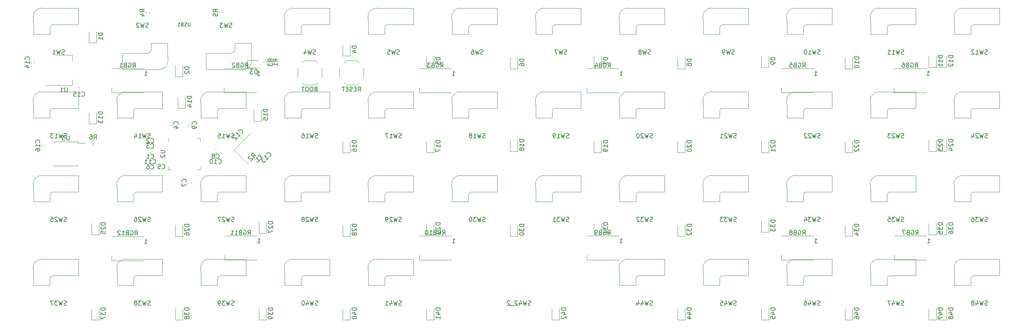
<source format=gbr>
%TF.GenerationSoftware,KiCad,Pcbnew,(6.0.0)*%
%TF.CreationDate,2023-08-19T11:13:56+07:00*%
%TF.ProjectId,pacman,7061636d-616e-42e6-9b69-6361645f7063,rev?*%
%TF.SameCoordinates,Original*%
%TF.FileFunction,Legend,Bot*%
%TF.FilePolarity,Positive*%
%FSLAX46Y46*%
G04 Gerber Fmt 4.6, Leading zero omitted, Abs format (unit mm)*
G04 Created by KiCad (PCBNEW (6.0.0)) date 2023-08-19 11:13:56*
%MOMM*%
%LPD*%
G01*
G04 APERTURE LIST*
%ADD10C,0.150000*%
%ADD11C,0.120000*%
G04 APERTURE END LIST*
D10*
%TO.C,SW1*%
X28707731Y-30837159D02*
X28564874Y-30884778D01*
X28326778Y-30884778D01*
X28231540Y-30837159D01*
X28183921Y-30789540D01*
X28136302Y-30694302D01*
X28136302Y-30599064D01*
X28183921Y-30503826D01*
X28231540Y-30456207D01*
X28326778Y-30408588D01*
X28517255Y-30360969D01*
X28612493Y-30313350D01*
X28660112Y-30265731D01*
X28707731Y-30170493D01*
X28707731Y-30075255D01*
X28660112Y-29980017D01*
X28612493Y-29932398D01*
X28517255Y-29884778D01*
X28279159Y-29884778D01*
X28136302Y-29932398D01*
X27802969Y-29884778D02*
X27564874Y-30884778D01*
X27374398Y-30170493D01*
X27183921Y-30884778D01*
X26945826Y-29884778D01*
X26041064Y-30884778D02*
X26612493Y-30884778D01*
X26326778Y-30884778D02*
X26326778Y-29884778D01*
X26422017Y-30027636D01*
X26517255Y-30122874D01*
X26612493Y-30170493D01*
%TO.C,SW12*%
X238734097Y-30837159D02*
X238591240Y-30884778D01*
X238353145Y-30884778D01*
X238257907Y-30837159D01*
X238210288Y-30789540D01*
X238162669Y-30694302D01*
X238162669Y-30599064D01*
X238210288Y-30503826D01*
X238257907Y-30456207D01*
X238353145Y-30408588D01*
X238543621Y-30360969D01*
X238638859Y-30313350D01*
X238686478Y-30265731D01*
X238734097Y-30170493D01*
X238734097Y-30075255D01*
X238686478Y-29980017D01*
X238638859Y-29932398D01*
X238543621Y-29884778D01*
X238305526Y-29884778D01*
X238162669Y-29932398D01*
X237829335Y-29884778D02*
X237591240Y-30884778D01*
X237400764Y-30170493D01*
X237210288Y-30884778D01*
X236972193Y-29884778D01*
X236067431Y-30884778D02*
X236638859Y-30884778D01*
X236353145Y-30884778D02*
X236353145Y-29884778D01*
X236448383Y-30027636D01*
X236543621Y-30122874D01*
X236638859Y-30170493D01*
X235686478Y-29980017D02*
X235638859Y-29932398D01*
X235543621Y-29884778D01*
X235305526Y-29884778D01*
X235210288Y-29932398D01*
X235162669Y-29980017D01*
X235115050Y-30075255D01*
X235115050Y-30170493D01*
X235162669Y-30313350D01*
X235734097Y-30884778D01*
X235115050Y-30884778D01*
%TO.C,SW20*%
X162544033Y-49887175D02*
X162401176Y-49934794D01*
X162163081Y-49934794D01*
X162067843Y-49887175D01*
X162020224Y-49839556D01*
X161972605Y-49744318D01*
X161972605Y-49649080D01*
X162020224Y-49553842D01*
X162067843Y-49506223D01*
X162163081Y-49458604D01*
X162353557Y-49410985D01*
X162448795Y-49363366D01*
X162496414Y-49315747D01*
X162544033Y-49220509D01*
X162544033Y-49125271D01*
X162496414Y-49030033D01*
X162448795Y-48982414D01*
X162353557Y-48934794D01*
X162115462Y-48934794D01*
X161972605Y-48982414D01*
X161639271Y-48934794D02*
X161401176Y-49934794D01*
X161210700Y-49220509D01*
X161020224Y-49934794D01*
X160782129Y-48934794D01*
X160448795Y-49030033D02*
X160401176Y-48982414D01*
X160305938Y-48934794D01*
X160067843Y-48934794D01*
X159972605Y-48982414D01*
X159924986Y-49030033D01*
X159877367Y-49125271D01*
X159877367Y-49220509D01*
X159924986Y-49363366D01*
X160496414Y-49934794D01*
X159877367Y-49934794D01*
X159258319Y-48934794D02*
X159163081Y-48934794D01*
X159067843Y-48982414D01*
X159020224Y-49030033D01*
X158972605Y-49125271D01*
X158924986Y-49315747D01*
X158924986Y-49553842D01*
X158972605Y-49744318D01*
X159020224Y-49839556D01*
X159067843Y-49887175D01*
X159163081Y-49934794D01*
X159258319Y-49934794D01*
X159353557Y-49887175D01*
X159401176Y-49839556D01*
X159448795Y-49744318D01*
X159496414Y-49553842D01*
X159496414Y-49315747D01*
X159448795Y-49125271D01*
X159401176Y-49030033D01*
X159353557Y-48982414D01*
X159258319Y-48934794D01*
%TO.C,SW16*%
X86343969Y-49887175D02*
X86201112Y-49934794D01*
X85963017Y-49934794D01*
X85867779Y-49887175D01*
X85820160Y-49839556D01*
X85772541Y-49744318D01*
X85772541Y-49649080D01*
X85820160Y-49553842D01*
X85867779Y-49506223D01*
X85963017Y-49458604D01*
X86153493Y-49410985D01*
X86248731Y-49363366D01*
X86296350Y-49315747D01*
X86343969Y-49220509D01*
X86343969Y-49125271D01*
X86296350Y-49030033D01*
X86248731Y-48982414D01*
X86153493Y-48934794D01*
X85915398Y-48934794D01*
X85772541Y-48982414D01*
X85439207Y-48934794D02*
X85201112Y-49934794D01*
X85010636Y-49220509D01*
X84820160Y-49934794D01*
X84582065Y-48934794D01*
X83677303Y-49934794D02*
X84248731Y-49934794D01*
X83963017Y-49934794D02*
X83963017Y-48934794D01*
X84058255Y-49077652D01*
X84153493Y-49172890D01*
X84248731Y-49220509D01*
X82820160Y-48934794D02*
X83010636Y-48934794D01*
X83105874Y-48982414D01*
X83153493Y-49030033D01*
X83248731Y-49172890D01*
X83296350Y-49363366D01*
X83296350Y-49744318D01*
X83248731Y-49839556D01*
X83201112Y-49887175D01*
X83105874Y-49934794D01*
X82915398Y-49934794D01*
X82820160Y-49887175D01*
X82772541Y-49839556D01*
X82724922Y-49744318D01*
X82724922Y-49506223D01*
X82772541Y-49410985D01*
X82820160Y-49363366D01*
X82915398Y-49315747D01*
X83105874Y-49315747D01*
X83201112Y-49363366D01*
X83248731Y-49410985D01*
X83296350Y-49506223D01*
%TO.C,SW3*%
X66827763Y-24741159D02*
X66684906Y-24788778D01*
X66446810Y-24788778D01*
X66351572Y-24741159D01*
X66303953Y-24693540D01*
X66256334Y-24598302D01*
X66256334Y-24503064D01*
X66303953Y-24407826D01*
X66351572Y-24360207D01*
X66446810Y-24312588D01*
X66637287Y-24264969D01*
X66732525Y-24217350D01*
X66780144Y-24169731D01*
X66827763Y-24074493D01*
X66827763Y-23979255D01*
X66780144Y-23884017D01*
X66732525Y-23836398D01*
X66637287Y-23788778D01*
X66399191Y-23788778D01*
X66256334Y-23836398D01*
X65923001Y-23788778D02*
X65684906Y-24788778D01*
X65494430Y-24074493D01*
X65303953Y-24788778D01*
X65065858Y-23788778D01*
X64780144Y-23788778D02*
X64161096Y-23788778D01*
X64494430Y-24169731D01*
X64351572Y-24169731D01*
X64256334Y-24217350D01*
X64208715Y-24264969D01*
X64161096Y-24360207D01*
X64161096Y-24598302D01*
X64208715Y-24693540D01*
X64256334Y-24741159D01*
X64351572Y-24788778D01*
X64637287Y-24788778D01*
X64732525Y-24741159D01*
X64780144Y-24693540D01*
%TO.C,SW6*%
X123967811Y-30837159D02*
X123824954Y-30884778D01*
X123586858Y-30884778D01*
X123491620Y-30837159D01*
X123444001Y-30789540D01*
X123396382Y-30694302D01*
X123396382Y-30599064D01*
X123444001Y-30503826D01*
X123491620Y-30456207D01*
X123586858Y-30408588D01*
X123777335Y-30360969D01*
X123872573Y-30313350D01*
X123920192Y-30265731D01*
X123967811Y-30170493D01*
X123967811Y-30075255D01*
X123920192Y-29980017D01*
X123872573Y-29932398D01*
X123777335Y-29884778D01*
X123539239Y-29884778D01*
X123396382Y-29932398D01*
X123063049Y-29884778D02*
X122824954Y-30884778D01*
X122634478Y-30170493D01*
X122444001Y-30884778D01*
X122205906Y-29884778D01*
X121396382Y-29884778D02*
X121586858Y-29884778D01*
X121682097Y-29932398D01*
X121729716Y-29980017D01*
X121824954Y-30122874D01*
X121872573Y-30313350D01*
X121872573Y-30694302D01*
X121824954Y-30789540D01*
X121777335Y-30837159D01*
X121682097Y-30884778D01*
X121491620Y-30884778D01*
X121396382Y-30837159D01*
X121348763Y-30789540D01*
X121301144Y-30694302D01*
X121301144Y-30456207D01*
X121348763Y-30360969D01*
X121396382Y-30313350D01*
X121491620Y-30265731D01*
X121682097Y-30265731D01*
X121777335Y-30313350D01*
X121824954Y-30360969D01*
X121872573Y-30456207D01*
%TO.C,SW4*%
X85867779Y-30837159D02*
X85724922Y-30884778D01*
X85486826Y-30884778D01*
X85391588Y-30837159D01*
X85343969Y-30789540D01*
X85296350Y-30694302D01*
X85296350Y-30599064D01*
X85343969Y-30503826D01*
X85391588Y-30456207D01*
X85486826Y-30408588D01*
X85677303Y-30360969D01*
X85772541Y-30313350D01*
X85820160Y-30265731D01*
X85867779Y-30170493D01*
X85867779Y-30075255D01*
X85820160Y-29980017D01*
X85772541Y-29932398D01*
X85677303Y-29884778D01*
X85439207Y-29884778D01*
X85296350Y-29932398D01*
X84963017Y-29884778D02*
X84724922Y-30884778D01*
X84534446Y-30170493D01*
X84343969Y-30884778D01*
X84105874Y-29884778D01*
X83296350Y-30218112D02*
X83296350Y-30884778D01*
X83534446Y-29837159D02*
X83772541Y-30551445D01*
X83153493Y-30551445D01*
%TO.C,SW23*%
X219694081Y-49887175D02*
X219551224Y-49934794D01*
X219313129Y-49934794D01*
X219217891Y-49887175D01*
X219170272Y-49839556D01*
X219122653Y-49744318D01*
X219122653Y-49649080D01*
X219170272Y-49553842D01*
X219217891Y-49506223D01*
X219313129Y-49458604D01*
X219503605Y-49410985D01*
X219598843Y-49363366D01*
X219646462Y-49315747D01*
X219694081Y-49220509D01*
X219694081Y-49125271D01*
X219646462Y-49030033D01*
X219598843Y-48982414D01*
X219503605Y-48934794D01*
X219265510Y-48934794D01*
X219122653Y-48982414D01*
X218789319Y-48934794D02*
X218551224Y-49934794D01*
X218360748Y-49220509D01*
X218170272Y-49934794D01*
X217932177Y-48934794D01*
X217598843Y-49030033D02*
X217551224Y-48982414D01*
X217455986Y-48934794D01*
X217217891Y-48934794D01*
X217122653Y-48982414D01*
X217075034Y-49030033D01*
X217027415Y-49125271D01*
X217027415Y-49220509D01*
X217075034Y-49363366D01*
X217646462Y-49934794D01*
X217027415Y-49934794D01*
X216694081Y-48934794D02*
X216075034Y-48934794D01*
X216408367Y-49315747D01*
X216265510Y-49315747D01*
X216170272Y-49363366D01*
X216122653Y-49410985D01*
X216075034Y-49506223D01*
X216075034Y-49744318D01*
X216122653Y-49839556D01*
X216170272Y-49887175D01*
X216265510Y-49934794D01*
X216551224Y-49934794D01*
X216646462Y-49887175D01*
X216694081Y-49839556D01*
%TO.C,SW35*%
X219684081Y-68937191D02*
X219541224Y-68984810D01*
X219303129Y-68984810D01*
X219207891Y-68937191D01*
X219160272Y-68889572D01*
X219112653Y-68794334D01*
X219112653Y-68699096D01*
X219160272Y-68603858D01*
X219207891Y-68556239D01*
X219303129Y-68508620D01*
X219493605Y-68461001D01*
X219588843Y-68413382D01*
X219636462Y-68365763D01*
X219684081Y-68270525D01*
X219684081Y-68175287D01*
X219636462Y-68080049D01*
X219588843Y-68032430D01*
X219493605Y-67984810D01*
X219255510Y-67984810D01*
X219112653Y-68032430D01*
X218779319Y-67984810D02*
X218541224Y-68984810D01*
X218350748Y-68270525D01*
X218160272Y-68984810D01*
X217922177Y-67984810D01*
X217636462Y-67984810D02*
X217017415Y-67984810D01*
X217350748Y-68365763D01*
X217207891Y-68365763D01*
X217112653Y-68413382D01*
X217065034Y-68461001D01*
X217017415Y-68556239D01*
X217017415Y-68794334D01*
X217065034Y-68889572D01*
X217112653Y-68937191D01*
X217207891Y-68984810D01*
X217493605Y-68984810D01*
X217588843Y-68937191D01*
X217636462Y-68889572D01*
X216112653Y-67984810D02*
X216588843Y-67984810D01*
X216636462Y-68461001D01*
X216588843Y-68413382D01*
X216493605Y-68365763D01*
X216255510Y-68365763D01*
X216160272Y-68413382D01*
X216112653Y-68461001D01*
X216065034Y-68556239D01*
X216065034Y-68794334D01*
X216112653Y-68889572D01*
X216160272Y-68937191D01*
X216255510Y-68984810D01*
X216493605Y-68984810D01*
X216588843Y-68937191D01*
X216636462Y-68889572D01*
%TO.C,SW46*%
X200644065Y-87987207D02*
X200501208Y-88034826D01*
X200263113Y-88034826D01*
X200167875Y-87987207D01*
X200120256Y-87939588D01*
X200072637Y-87844350D01*
X200072637Y-87749112D01*
X200120256Y-87653874D01*
X200167875Y-87606255D01*
X200263113Y-87558636D01*
X200453589Y-87511017D01*
X200548827Y-87463398D01*
X200596446Y-87415779D01*
X200644065Y-87320541D01*
X200644065Y-87225303D01*
X200596446Y-87130065D01*
X200548827Y-87082446D01*
X200453589Y-87034826D01*
X200215494Y-87034826D01*
X200072637Y-87082446D01*
X199739303Y-87034826D02*
X199501208Y-88034826D01*
X199310732Y-87320541D01*
X199120256Y-88034826D01*
X198882161Y-87034826D01*
X198072637Y-87368160D02*
X198072637Y-88034826D01*
X198310732Y-86987207D02*
X198548827Y-87701493D01*
X197929780Y-87701493D01*
X197120256Y-87034826D02*
X197310732Y-87034826D01*
X197405970Y-87082446D01*
X197453589Y-87130065D01*
X197548827Y-87272922D01*
X197596446Y-87463398D01*
X197596446Y-87844350D01*
X197548827Y-87939588D01*
X197501208Y-87987207D01*
X197405970Y-88034826D01*
X197215494Y-88034826D01*
X197120256Y-87987207D01*
X197072637Y-87939588D01*
X197025018Y-87844350D01*
X197025018Y-87606255D01*
X197072637Y-87511017D01*
X197120256Y-87463398D01*
X197215494Y-87415779D01*
X197405970Y-87415779D01*
X197501208Y-87463398D01*
X197548827Y-87511017D01*
X197596446Y-87606255D01*
%TO.C,SW10*%
X200644065Y-30837159D02*
X200501208Y-30884778D01*
X200263113Y-30884778D01*
X200167875Y-30837159D01*
X200120256Y-30789540D01*
X200072637Y-30694302D01*
X200072637Y-30599064D01*
X200120256Y-30503826D01*
X200167875Y-30456207D01*
X200263113Y-30408588D01*
X200453589Y-30360969D01*
X200548827Y-30313350D01*
X200596446Y-30265731D01*
X200644065Y-30170493D01*
X200644065Y-30075255D01*
X200596446Y-29980017D01*
X200548827Y-29932398D01*
X200453589Y-29884778D01*
X200215494Y-29884778D01*
X200072637Y-29932398D01*
X199739303Y-29884778D02*
X199501208Y-30884778D01*
X199310732Y-30170493D01*
X199120256Y-30884778D01*
X198882161Y-29884778D01*
X197977399Y-30884778D02*
X198548827Y-30884778D01*
X198263113Y-30884778D02*
X198263113Y-29884778D01*
X198358351Y-30027636D01*
X198453589Y-30122874D01*
X198548827Y-30170493D01*
X197358351Y-29884778D02*
X197263113Y-29884778D01*
X197167875Y-29932398D01*
X197120256Y-29980017D01*
X197072637Y-30075255D01*
X197025018Y-30265731D01*
X197025018Y-30503826D01*
X197072637Y-30694302D01*
X197120256Y-30789540D01*
X197167875Y-30837159D01*
X197263113Y-30884778D01*
X197358351Y-30884778D01*
X197453589Y-30837159D01*
X197501208Y-30789540D01*
X197548827Y-30694302D01*
X197596446Y-30503826D01*
X197596446Y-30265731D01*
X197548827Y-30075255D01*
X197501208Y-29980017D01*
X197453589Y-29932398D01*
X197358351Y-29884778D01*
%TO.C,SW27*%
X67293953Y-68937191D02*
X67151096Y-68984810D01*
X66913001Y-68984810D01*
X66817763Y-68937191D01*
X66770144Y-68889572D01*
X66722525Y-68794334D01*
X66722525Y-68699096D01*
X66770144Y-68603858D01*
X66817763Y-68556239D01*
X66913001Y-68508620D01*
X67103477Y-68461001D01*
X67198715Y-68413382D01*
X67246334Y-68365763D01*
X67293953Y-68270525D01*
X67293953Y-68175287D01*
X67246334Y-68080049D01*
X67198715Y-68032430D01*
X67103477Y-67984810D01*
X66865382Y-67984810D01*
X66722525Y-68032430D01*
X66389191Y-67984810D02*
X66151096Y-68984810D01*
X65960620Y-68270525D01*
X65770144Y-68984810D01*
X65532049Y-67984810D01*
X65198715Y-68080049D02*
X65151096Y-68032430D01*
X65055858Y-67984810D01*
X64817763Y-67984810D01*
X64722525Y-68032430D01*
X64674906Y-68080049D01*
X64627287Y-68175287D01*
X64627287Y-68270525D01*
X64674906Y-68413382D01*
X65246334Y-68984810D01*
X64627287Y-68984810D01*
X64293953Y-67984810D02*
X63627287Y-67984810D01*
X64055858Y-68984810D01*
%TO.C,SW40*%
X86333969Y-87987207D02*
X86191112Y-88034826D01*
X85953017Y-88034826D01*
X85857779Y-87987207D01*
X85810160Y-87939588D01*
X85762541Y-87844350D01*
X85762541Y-87749112D01*
X85810160Y-87653874D01*
X85857779Y-87606255D01*
X85953017Y-87558636D01*
X86143493Y-87511017D01*
X86238731Y-87463398D01*
X86286350Y-87415779D01*
X86333969Y-87320541D01*
X86333969Y-87225303D01*
X86286350Y-87130065D01*
X86238731Y-87082446D01*
X86143493Y-87034826D01*
X85905398Y-87034826D01*
X85762541Y-87082446D01*
X85429207Y-87034826D02*
X85191112Y-88034826D01*
X85000636Y-87320541D01*
X84810160Y-88034826D01*
X84572065Y-87034826D01*
X83762541Y-87368160D02*
X83762541Y-88034826D01*
X84000636Y-86987207D02*
X84238731Y-87701493D01*
X83619684Y-87701493D01*
X83048255Y-87034826D02*
X82953017Y-87034826D01*
X82857779Y-87082446D01*
X82810160Y-87130065D01*
X82762541Y-87225303D01*
X82714922Y-87415779D01*
X82714922Y-87653874D01*
X82762541Y-87844350D01*
X82810160Y-87939588D01*
X82857779Y-87987207D01*
X82953017Y-88034826D01*
X83048255Y-88034826D01*
X83143493Y-87987207D01*
X83191112Y-87939588D01*
X83238731Y-87844350D01*
X83286350Y-87653874D01*
X83286350Y-87415779D01*
X83238731Y-87225303D01*
X83191112Y-87130065D01*
X83143493Y-87082446D01*
X83048255Y-87034826D01*
%TO.C,SW2*%
X47777747Y-24741159D02*
X47634890Y-24788778D01*
X47396794Y-24788778D01*
X47301556Y-24741159D01*
X47253937Y-24693540D01*
X47206318Y-24598302D01*
X47206318Y-24503064D01*
X47253937Y-24407826D01*
X47301556Y-24360207D01*
X47396794Y-24312588D01*
X47587271Y-24264969D01*
X47682509Y-24217350D01*
X47730128Y-24169731D01*
X47777747Y-24074493D01*
X47777747Y-23979255D01*
X47730128Y-23884017D01*
X47682509Y-23836398D01*
X47587271Y-23788778D01*
X47349175Y-23788778D01*
X47206318Y-23836398D01*
X46872985Y-23788778D02*
X46634890Y-24788778D01*
X46444414Y-24074493D01*
X46253937Y-24788778D01*
X46015842Y-23788778D01*
X45682509Y-23884017D02*
X45634890Y-23836398D01*
X45539652Y-23788778D01*
X45301556Y-23788778D01*
X45206318Y-23836398D01*
X45158699Y-23884017D01*
X45111080Y-23979255D01*
X45111080Y-24074493D01*
X45158699Y-24217350D01*
X45730128Y-24788778D01*
X45111080Y-24788778D01*
%TO.C,SW14*%
X48243937Y-49887175D02*
X48101080Y-49934794D01*
X47862985Y-49934794D01*
X47767747Y-49887175D01*
X47720128Y-49839556D01*
X47672509Y-49744318D01*
X47672509Y-49649080D01*
X47720128Y-49553842D01*
X47767747Y-49506223D01*
X47862985Y-49458604D01*
X48053461Y-49410985D01*
X48148699Y-49363366D01*
X48196318Y-49315747D01*
X48243937Y-49220509D01*
X48243937Y-49125271D01*
X48196318Y-49030033D01*
X48148699Y-48982414D01*
X48053461Y-48934794D01*
X47815366Y-48934794D01*
X47672509Y-48982414D01*
X47339175Y-48934794D02*
X47101080Y-49934794D01*
X46910604Y-49220509D01*
X46720128Y-49934794D01*
X46482033Y-48934794D01*
X45577271Y-49934794D02*
X46148699Y-49934794D01*
X45862985Y-49934794D02*
X45862985Y-48934794D01*
X45958223Y-49077652D01*
X46053461Y-49172890D01*
X46148699Y-49220509D01*
X44720128Y-49268128D02*
X44720128Y-49934794D01*
X44958223Y-48887175D02*
X45196318Y-49601461D01*
X44577271Y-49601461D01*
%TO.C,SW8*%
X162067843Y-30837159D02*
X161924986Y-30884778D01*
X161686890Y-30884778D01*
X161591652Y-30837159D01*
X161544033Y-30789540D01*
X161496414Y-30694302D01*
X161496414Y-30599064D01*
X161544033Y-30503826D01*
X161591652Y-30456207D01*
X161686890Y-30408588D01*
X161877367Y-30360969D01*
X161972605Y-30313350D01*
X162020224Y-30265731D01*
X162067843Y-30170493D01*
X162067843Y-30075255D01*
X162020224Y-29980017D01*
X161972605Y-29932398D01*
X161877367Y-29884778D01*
X161639271Y-29884778D01*
X161496414Y-29932398D01*
X161163081Y-29884778D02*
X160924986Y-30884778D01*
X160734510Y-30170493D01*
X160544033Y-30884778D01*
X160305938Y-29884778D01*
X159782129Y-30313350D02*
X159877367Y-30265731D01*
X159924986Y-30218112D01*
X159972605Y-30122874D01*
X159972605Y-30075255D01*
X159924986Y-29980017D01*
X159877367Y-29932398D01*
X159782129Y-29884778D01*
X159591652Y-29884778D01*
X159496414Y-29932398D01*
X159448795Y-29980017D01*
X159401176Y-30075255D01*
X159401176Y-30122874D01*
X159448795Y-30218112D01*
X159496414Y-30265731D01*
X159591652Y-30313350D01*
X159782129Y-30313350D01*
X159877367Y-30360969D01*
X159924986Y-30408588D01*
X159972605Y-30503826D01*
X159972605Y-30694302D01*
X159924986Y-30789540D01*
X159877367Y-30837159D01*
X159782129Y-30884778D01*
X159591652Y-30884778D01*
X159496414Y-30837159D01*
X159448795Y-30789540D01*
X159401176Y-30694302D01*
X159401176Y-30503826D01*
X159448795Y-30408588D01*
X159496414Y-30360969D01*
X159591652Y-30313350D01*
%TO.C,SW26*%
X48243937Y-68937191D02*
X48101080Y-68984810D01*
X47862985Y-68984810D01*
X47767747Y-68937191D01*
X47720128Y-68889572D01*
X47672509Y-68794334D01*
X47672509Y-68699096D01*
X47720128Y-68603858D01*
X47767747Y-68556239D01*
X47862985Y-68508620D01*
X48053461Y-68461001D01*
X48148699Y-68413382D01*
X48196318Y-68365763D01*
X48243937Y-68270525D01*
X48243937Y-68175287D01*
X48196318Y-68080049D01*
X48148699Y-68032430D01*
X48053461Y-67984810D01*
X47815366Y-67984810D01*
X47672509Y-68032430D01*
X47339175Y-67984810D02*
X47101080Y-68984810D01*
X46910604Y-68270525D01*
X46720128Y-68984810D01*
X46482033Y-67984810D01*
X46148699Y-68080049D02*
X46101080Y-68032430D01*
X46005842Y-67984810D01*
X45767747Y-67984810D01*
X45672509Y-68032430D01*
X45624890Y-68080049D01*
X45577271Y-68175287D01*
X45577271Y-68270525D01*
X45624890Y-68413382D01*
X46196318Y-68984810D01*
X45577271Y-68984810D01*
X44720128Y-67984810D02*
X44910604Y-67984810D01*
X45005842Y-68032430D01*
X45053461Y-68080049D01*
X45148699Y-68222906D01*
X45196318Y-68413382D01*
X45196318Y-68794334D01*
X45148699Y-68889572D01*
X45101080Y-68937191D01*
X45005842Y-68984810D01*
X44815366Y-68984810D01*
X44720128Y-68937191D01*
X44672509Y-68889572D01*
X44624890Y-68794334D01*
X44624890Y-68556239D01*
X44672509Y-68461001D01*
X44720128Y-68413382D01*
X44815366Y-68365763D01*
X45005842Y-68365763D01*
X45101080Y-68413382D01*
X45148699Y-68461001D01*
X45196318Y-68556239D01*
%TO.C,SW32*%
X162544033Y-68937191D02*
X162401176Y-68984810D01*
X162163081Y-68984810D01*
X162067843Y-68937191D01*
X162020224Y-68889572D01*
X161972605Y-68794334D01*
X161972605Y-68699096D01*
X162020224Y-68603858D01*
X162067843Y-68556239D01*
X162163081Y-68508620D01*
X162353557Y-68461001D01*
X162448795Y-68413382D01*
X162496414Y-68365763D01*
X162544033Y-68270525D01*
X162544033Y-68175287D01*
X162496414Y-68080049D01*
X162448795Y-68032430D01*
X162353557Y-67984810D01*
X162115462Y-67984810D01*
X161972605Y-68032430D01*
X161639271Y-67984810D02*
X161401176Y-68984810D01*
X161210700Y-68270525D01*
X161020224Y-68984810D01*
X160782129Y-67984810D01*
X160496414Y-67984810D02*
X159877367Y-67984810D01*
X160210700Y-68365763D01*
X160067843Y-68365763D01*
X159972605Y-68413382D01*
X159924986Y-68461001D01*
X159877367Y-68556239D01*
X159877367Y-68794334D01*
X159924986Y-68889572D01*
X159972605Y-68937191D01*
X160067843Y-68984810D01*
X160353557Y-68984810D01*
X160448795Y-68937191D01*
X160496414Y-68889572D01*
X159496414Y-68080049D02*
X159448795Y-68032430D01*
X159353557Y-67984810D01*
X159115462Y-67984810D01*
X159020224Y-68032430D01*
X158972605Y-68080049D01*
X158924986Y-68175287D01*
X158924986Y-68270525D01*
X158972605Y-68413382D01*
X159544033Y-68984810D01*
X158924986Y-68984810D01*
%TO.C,SW47*%
X219694081Y-87987207D02*
X219551224Y-88034826D01*
X219313129Y-88034826D01*
X219217891Y-87987207D01*
X219170272Y-87939588D01*
X219122653Y-87844350D01*
X219122653Y-87749112D01*
X219170272Y-87653874D01*
X219217891Y-87606255D01*
X219313129Y-87558636D01*
X219503605Y-87511017D01*
X219598843Y-87463398D01*
X219646462Y-87415779D01*
X219694081Y-87320541D01*
X219694081Y-87225303D01*
X219646462Y-87130065D01*
X219598843Y-87082446D01*
X219503605Y-87034826D01*
X219265510Y-87034826D01*
X219122653Y-87082446D01*
X218789319Y-87034826D02*
X218551224Y-88034826D01*
X218360748Y-87320541D01*
X218170272Y-88034826D01*
X217932177Y-87034826D01*
X217122653Y-87368160D02*
X217122653Y-88034826D01*
X217360748Y-86987207D02*
X217598843Y-87701493D01*
X216979796Y-87701493D01*
X216694081Y-87034826D02*
X216027415Y-87034826D01*
X216455986Y-88034826D01*
%TO.C,SW21*%
X181594049Y-49887175D02*
X181451192Y-49934794D01*
X181213097Y-49934794D01*
X181117859Y-49887175D01*
X181070240Y-49839556D01*
X181022621Y-49744318D01*
X181022621Y-49649080D01*
X181070240Y-49553842D01*
X181117859Y-49506223D01*
X181213097Y-49458604D01*
X181403573Y-49410985D01*
X181498811Y-49363366D01*
X181546430Y-49315747D01*
X181594049Y-49220509D01*
X181594049Y-49125271D01*
X181546430Y-49030033D01*
X181498811Y-48982414D01*
X181403573Y-48934794D01*
X181165478Y-48934794D01*
X181022621Y-48982414D01*
X180689287Y-48934794D02*
X180451192Y-49934794D01*
X180260716Y-49220509D01*
X180070240Y-49934794D01*
X179832145Y-48934794D01*
X179498811Y-49030033D02*
X179451192Y-48982414D01*
X179355954Y-48934794D01*
X179117859Y-48934794D01*
X179022621Y-48982414D01*
X178975002Y-49030033D01*
X178927383Y-49125271D01*
X178927383Y-49220509D01*
X178975002Y-49363366D01*
X179546430Y-49934794D01*
X178927383Y-49934794D01*
X177975002Y-49934794D02*
X178546430Y-49934794D01*
X178260716Y-49934794D02*
X178260716Y-48934794D01*
X178355954Y-49077652D01*
X178451192Y-49172890D01*
X178546430Y-49220509D01*
%TO.C,SW25*%
X29193921Y-68937191D02*
X29051064Y-68984810D01*
X28812969Y-68984810D01*
X28717731Y-68937191D01*
X28670112Y-68889572D01*
X28622493Y-68794334D01*
X28622493Y-68699096D01*
X28670112Y-68603858D01*
X28717731Y-68556239D01*
X28812969Y-68508620D01*
X29003445Y-68461001D01*
X29098683Y-68413382D01*
X29146302Y-68365763D01*
X29193921Y-68270525D01*
X29193921Y-68175287D01*
X29146302Y-68080049D01*
X29098683Y-68032430D01*
X29003445Y-67984810D01*
X28765350Y-67984810D01*
X28622493Y-68032430D01*
X28289159Y-67984810D02*
X28051064Y-68984810D01*
X27860588Y-68270525D01*
X27670112Y-68984810D01*
X27432017Y-67984810D01*
X27098683Y-68080049D02*
X27051064Y-68032430D01*
X26955826Y-67984810D01*
X26717731Y-67984810D01*
X26622493Y-68032430D01*
X26574874Y-68080049D01*
X26527255Y-68175287D01*
X26527255Y-68270525D01*
X26574874Y-68413382D01*
X27146302Y-68984810D01*
X26527255Y-68984810D01*
X25622493Y-67984810D02*
X26098683Y-67984810D01*
X26146302Y-68461001D01*
X26098683Y-68413382D01*
X26003445Y-68365763D01*
X25765350Y-68365763D01*
X25670112Y-68413382D01*
X25622493Y-68461001D01*
X25574874Y-68556239D01*
X25574874Y-68794334D01*
X25622493Y-68889572D01*
X25670112Y-68937191D01*
X25765350Y-68984810D01*
X26003445Y-68984810D01*
X26098683Y-68937191D01*
X26146302Y-68889572D01*
%TO.C,SW13*%
X29193921Y-49887175D02*
X29051064Y-49934794D01*
X28812969Y-49934794D01*
X28717731Y-49887175D01*
X28670112Y-49839556D01*
X28622493Y-49744318D01*
X28622493Y-49649080D01*
X28670112Y-49553842D01*
X28717731Y-49506223D01*
X28812969Y-49458604D01*
X29003445Y-49410985D01*
X29098683Y-49363366D01*
X29146302Y-49315747D01*
X29193921Y-49220509D01*
X29193921Y-49125271D01*
X29146302Y-49030033D01*
X29098683Y-48982414D01*
X29003445Y-48934794D01*
X28765350Y-48934794D01*
X28622493Y-48982414D01*
X28289159Y-48934794D02*
X28051064Y-49934794D01*
X27860588Y-49220509D01*
X27670112Y-49934794D01*
X27432017Y-48934794D01*
X26527255Y-49934794D02*
X27098683Y-49934794D01*
X26812969Y-49934794D02*
X26812969Y-48934794D01*
X26908207Y-49077652D01*
X27003445Y-49172890D01*
X27098683Y-49220509D01*
X26193921Y-48934794D02*
X25574874Y-48934794D01*
X25908207Y-49315747D01*
X25765350Y-49315747D01*
X25670112Y-49363366D01*
X25622493Y-49410985D01*
X25574874Y-49506223D01*
X25574874Y-49744318D01*
X25622493Y-49839556D01*
X25670112Y-49887175D01*
X25765350Y-49934794D01*
X26051064Y-49934794D01*
X26146302Y-49887175D01*
X26193921Y-49839556D01*
%TO.C,SW36*%
X238744097Y-68937191D02*
X238601240Y-68984810D01*
X238363145Y-68984810D01*
X238267907Y-68937191D01*
X238220288Y-68889572D01*
X238172669Y-68794334D01*
X238172669Y-68699096D01*
X238220288Y-68603858D01*
X238267907Y-68556239D01*
X238363145Y-68508620D01*
X238553621Y-68461001D01*
X238648859Y-68413382D01*
X238696478Y-68365763D01*
X238744097Y-68270525D01*
X238744097Y-68175287D01*
X238696478Y-68080049D01*
X238648859Y-68032430D01*
X238553621Y-67984810D01*
X238315526Y-67984810D01*
X238172669Y-68032430D01*
X237839335Y-67984810D02*
X237601240Y-68984810D01*
X237410764Y-68270525D01*
X237220288Y-68984810D01*
X236982193Y-67984810D01*
X236696478Y-67984810D02*
X236077431Y-67984810D01*
X236410764Y-68365763D01*
X236267907Y-68365763D01*
X236172669Y-68413382D01*
X236125050Y-68461001D01*
X236077431Y-68556239D01*
X236077431Y-68794334D01*
X236125050Y-68889572D01*
X236172669Y-68937191D01*
X236267907Y-68984810D01*
X236553621Y-68984810D01*
X236648859Y-68937191D01*
X236696478Y-68889572D01*
X235220288Y-67984810D02*
X235410764Y-67984810D01*
X235506002Y-68032430D01*
X235553621Y-68080049D01*
X235648859Y-68222906D01*
X235696478Y-68413382D01*
X235696478Y-68794334D01*
X235648859Y-68889572D01*
X235601240Y-68937191D01*
X235506002Y-68984810D01*
X235315526Y-68984810D01*
X235220288Y-68937191D01*
X235172669Y-68889572D01*
X235125050Y-68794334D01*
X235125050Y-68556239D01*
X235172669Y-68461001D01*
X235220288Y-68413382D01*
X235315526Y-68365763D01*
X235506002Y-68365763D01*
X235601240Y-68413382D01*
X235648859Y-68461001D01*
X235696478Y-68556239D01*
%TO.C,SW15*%
X67293953Y-49887175D02*
X67151096Y-49934794D01*
X66913001Y-49934794D01*
X66817763Y-49887175D01*
X66770144Y-49839556D01*
X66722525Y-49744318D01*
X66722525Y-49649080D01*
X66770144Y-49553842D01*
X66817763Y-49506223D01*
X66913001Y-49458604D01*
X67103477Y-49410985D01*
X67198715Y-49363366D01*
X67246334Y-49315747D01*
X67293953Y-49220509D01*
X67293953Y-49125271D01*
X67246334Y-49030033D01*
X67198715Y-48982414D01*
X67103477Y-48934794D01*
X66865382Y-48934794D01*
X66722525Y-48982414D01*
X66389191Y-48934794D02*
X66151096Y-49934794D01*
X65960620Y-49220509D01*
X65770144Y-49934794D01*
X65532049Y-48934794D01*
X64627287Y-49934794D02*
X65198715Y-49934794D01*
X64913001Y-49934794D02*
X64913001Y-48934794D01*
X65008239Y-49077652D01*
X65103477Y-49172890D01*
X65198715Y-49220509D01*
X63722525Y-48934794D02*
X64198715Y-48934794D01*
X64246334Y-49410985D01*
X64198715Y-49363366D01*
X64103477Y-49315747D01*
X63865382Y-49315747D01*
X63770144Y-49363366D01*
X63722525Y-49410985D01*
X63674906Y-49506223D01*
X63674906Y-49744318D01*
X63722525Y-49839556D01*
X63770144Y-49887175D01*
X63865382Y-49934794D01*
X64103477Y-49934794D01*
X64198715Y-49887175D01*
X64246334Y-49839556D01*
%TO.C,SW33*%
X181584049Y-68937191D02*
X181441192Y-68984810D01*
X181203097Y-68984810D01*
X181107859Y-68937191D01*
X181060240Y-68889572D01*
X181012621Y-68794334D01*
X181012621Y-68699096D01*
X181060240Y-68603858D01*
X181107859Y-68556239D01*
X181203097Y-68508620D01*
X181393573Y-68461001D01*
X181488811Y-68413382D01*
X181536430Y-68365763D01*
X181584049Y-68270525D01*
X181584049Y-68175287D01*
X181536430Y-68080049D01*
X181488811Y-68032430D01*
X181393573Y-67984810D01*
X181155478Y-67984810D01*
X181012621Y-68032430D01*
X180679287Y-67984810D02*
X180441192Y-68984810D01*
X180250716Y-68270525D01*
X180060240Y-68984810D01*
X179822145Y-67984810D01*
X179536430Y-67984810D02*
X178917383Y-67984810D01*
X179250716Y-68365763D01*
X179107859Y-68365763D01*
X179012621Y-68413382D01*
X178965002Y-68461001D01*
X178917383Y-68556239D01*
X178917383Y-68794334D01*
X178965002Y-68889572D01*
X179012621Y-68937191D01*
X179107859Y-68984810D01*
X179393573Y-68984810D01*
X179488811Y-68937191D01*
X179536430Y-68889572D01*
X178584049Y-67984810D02*
X177965002Y-67984810D01*
X178298335Y-68365763D01*
X178155478Y-68365763D01*
X178060240Y-68413382D01*
X178012621Y-68461001D01*
X177965002Y-68556239D01*
X177965002Y-68794334D01*
X178012621Y-68889572D01*
X178060240Y-68937191D01*
X178155478Y-68984810D01*
X178441192Y-68984810D01*
X178536430Y-68937191D01*
X178584049Y-68889572D01*
%TO.C,SW39*%
X67293953Y-87987207D02*
X67151096Y-88034826D01*
X66913001Y-88034826D01*
X66817763Y-87987207D01*
X66770144Y-87939588D01*
X66722525Y-87844350D01*
X66722525Y-87749112D01*
X66770144Y-87653874D01*
X66817763Y-87606255D01*
X66913001Y-87558636D01*
X67103477Y-87511017D01*
X67198715Y-87463398D01*
X67246334Y-87415779D01*
X67293953Y-87320541D01*
X67293953Y-87225303D01*
X67246334Y-87130065D01*
X67198715Y-87082446D01*
X67103477Y-87034826D01*
X66865382Y-87034826D01*
X66722525Y-87082446D01*
X66389191Y-87034826D02*
X66151096Y-88034826D01*
X65960620Y-87320541D01*
X65770144Y-88034826D01*
X65532049Y-87034826D01*
X65246334Y-87034826D02*
X64627287Y-87034826D01*
X64960620Y-87415779D01*
X64817763Y-87415779D01*
X64722525Y-87463398D01*
X64674906Y-87511017D01*
X64627287Y-87606255D01*
X64627287Y-87844350D01*
X64674906Y-87939588D01*
X64722525Y-87987207D01*
X64817763Y-88034826D01*
X65103477Y-88034826D01*
X65198715Y-87987207D01*
X65246334Y-87939588D01*
X64151096Y-88034826D02*
X63960620Y-88034826D01*
X63865382Y-87987207D01*
X63817763Y-87939588D01*
X63722525Y-87796731D01*
X63674906Y-87606255D01*
X63674906Y-87225303D01*
X63722525Y-87130065D01*
X63770144Y-87082446D01*
X63865382Y-87034826D01*
X64055858Y-87034826D01*
X64151096Y-87082446D01*
X64198715Y-87130065D01*
X64246334Y-87225303D01*
X64246334Y-87463398D01*
X64198715Y-87558636D01*
X64151096Y-87606255D01*
X64055858Y-87653874D01*
X63865382Y-87653874D01*
X63770144Y-87606255D01*
X63722525Y-87558636D01*
X63674906Y-87463398D01*
%TO.C,SW38*%
X48243937Y-87987207D02*
X48101080Y-88034826D01*
X47862985Y-88034826D01*
X47767747Y-87987207D01*
X47720128Y-87939588D01*
X47672509Y-87844350D01*
X47672509Y-87749112D01*
X47720128Y-87653874D01*
X47767747Y-87606255D01*
X47862985Y-87558636D01*
X48053461Y-87511017D01*
X48148699Y-87463398D01*
X48196318Y-87415779D01*
X48243937Y-87320541D01*
X48243937Y-87225303D01*
X48196318Y-87130065D01*
X48148699Y-87082446D01*
X48053461Y-87034826D01*
X47815366Y-87034826D01*
X47672509Y-87082446D01*
X47339175Y-87034826D02*
X47101080Y-88034826D01*
X46910604Y-87320541D01*
X46720128Y-88034826D01*
X46482033Y-87034826D01*
X46196318Y-87034826D02*
X45577271Y-87034826D01*
X45910604Y-87415779D01*
X45767747Y-87415779D01*
X45672509Y-87463398D01*
X45624890Y-87511017D01*
X45577271Y-87606255D01*
X45577271Y-87844350D01*
X45624890Y-87939588D01*
X45672509Y-87987207D01*
X45767747Y-88034826D01*
X46053461Y-88034826D01*
X46148699Y-87987207D01*
X46196318Y-87939588D01*
X45005842Y-87463398D02*
X45101080Y-87415779D01*
X45148699Y-87368160D01*
X45196318Y-87272922D01*
X45196318Y-87225303D01*
X45148699Y-87130065D01*
X45101080Y-87082446D01*
X45005842Y-87034826D01*
X44815366Y-87034826D01*
X44720128Y-87082446D01*
X44672509Y-87130065D01*
X44624890Y-87225303D01*
X44624890Y-87272922D01*
X44672509Y-87368160D01*
X44720128Y-87415779D01*
X44815366Y-87463398D01*
X45005842Y-87463398D01*
X45101080Y-87511017D01*
X45148699Y-87558636D01*
X45196318Y-87653874D01*
X45196318Y-87844350D01*
X45148699Y-87939588D01*
X45101080Y-87987207D01*
X45005842Y-88034826D01*
X44815366Y-88034826D01*
X44720128Y-87987207D01*
X44672509Y-87939588D01*
X44624890Y-87844350D01*
X44624890Y-87653874D01*
X44672509Y-87558636D01*
X44720128Y-87511017D01*
X44815366Y-87463398D01*
%TO.C,SW17*%
X105393985Y-49887175D02*
X105251128Y-49934794D01*
X105013033Y-49934794D01*
X104917795Y-49887175D01*
X104870176Y-49839556D01*
X104822557Y-49744318D01*
X104822557Y-49649080D01*
X104870176Y-49553842D01*
X104917795Y-49506223D01*
X105013033Y-49458604D01*
X105203509Y-49410985D01*
X105298747Y-49363366D01*
X105346366Y-49315747D01*
X105393985Y-49220509D01*
X105393985Y-49125271D01*
X105346366Y-49030033D01*
X105298747Y-48982414D01*
X105203509Y-48934794D01*
X104965414Y-48934794D01*
X104822557Y-48982414D01*
X104489223Y-48934794D02*
X104251128Y-49934794D01*
X104060652Y-49220509D01*
X103870176Y-49934794D01*
X103632081Y-48934794D01*
X102727319Y-49934794D02*
X103298747Y-49934794D01*
X103013033Y-49934794D02*
X103013033Y-48934794D01*
X103108271Y-49077652D01*
X103203509Y-49172890D01*
X103298747Y-49220509D01*
X102393985Y-48934794D02*
X101727319Y-48934794D01*
X102155890Y-49934794D01*
%TO.C,SW41*%
X105393985Y-87987207D02*
X105251128Y-88034826D01*
X105013033Y-88034826D01*
X104917795Y-87987207D01*
X104870176Y-87939588D01*
X104822557Y-87844350D01*
X104822557Y-87749112D01*
X104870176Y-87653874D01*
X104917795Y-87606255D01*
X105013033Y-87558636D01*
X105203509Y-87511017D01*
X105298747Y-87463398D01*
X105346366Y-87415779D01*
X105393985Y-87320541D01*
X105393985Y-87225303D01*
X105346366Y-87130065D01*
X105298747Y-87082446D01*
X105203509Y-87034826D01*
X104965414Y-87034826D01*
X104822557Y-87082446D01*
X104489223Y-87034826D02*
X104251128Y-88034826D01*
X104060652Y-87320541D01*
X103870176Y-88034826D01*
X103632081Y-87034826D01*
X102822557Y-87368160D02*
X102822557Y-88034826D01*
X103060652Y-86987207D02*
X103298747Y-87701493D01*
X102679700Y-87701493D01*
X101774938Y-88034826D02*
X102346366Y-88034826D01*
X102060652Y-88034826D02*
X102060652Y-87034826D01*
X102155890Y-87177684D01*
X102251128Y-87272922D01*
X102346366Y-87320541D01*
%TO.C,SW44*%
X162534033Y-87987207D02*
X162391176Y-88034826D01*
X162153081Y-88034826D01*
X162057843Y-87987207D01*
X162010224Y-87939588D01*
X161962605Y-87844350D01*
X161962605Y-87749112D01*
X162010224Y-87653874D01*
X162057843Y-87606255D01*
X162153081Y-87558636D01*
X162343557Y-87511017D01*
X162438795Y-87463398D01*
X162486414Y-87415779D01*
X162534033Y-87320541D01*
X162534033Y-87225303D01*
X162486414Y-87130065D01*
X162438795Y-87082446D01*
X162343557Y-87034826D01*
X162105462Y-87034826D01*
X161962605Y-87082446D01*
X161629271Y-87034826D02*
X161391176Y-88034826D01*
X161200700Y-87320541D01*
X161010224Y-88034826D01*
X160772129Y-87034826D01*
X159962605Y-87368160D02*
X159962605Y-88034826D01*
X160200700Y-86987207D02*
X160438795Y-87701493D01*
X159819748Y-87701493D01*
X159010224Y-87368160D02*
X159010224Y-88034826D01*
X159248319Y-86987207D02*
X159486414Y-87701493D01*
X158867367Y-87701493D01*
%TO.C,SW19*%
X143484017Y-49887175D02*
X143341160Y-49934794D01*
X143103065Y-49934794D01*
X143007827Y-49887175D01*
X142960208Y-49839556D01*
X142912589Y-49744318D01*
X142912589Y-49649080D01*
X142960208Y-49553842D01*
X143007827Y-49506223D01*
X143103065Y-49458604D01*
X143293541Y-49410985D01*
X143388779Y-49363366D01*
X143436398Y-49315747D01*
X143484017Y-49220509D01*
X143484017Y-49125271D01*
X143436398Y-49030033D01*
X143388779Y-48982414D01*
X143293541Y-48934794D01*
X143055446Y-48934794D01*
X142912589Y-48982414D01*
X142579255Y-48934794D02*
X142341160Y-49934794D01*
X142150684Y-49220509D01*
X141960208Y-49934794D01*
X141722113Y-48934794D01*
X140817351Y-49934794D02*
X141388779Y-49934794D01*
X141103065Y-49934794D02*
X141103065Y-48934794D01*
X141198303Y-49077652D01*
X141293541Y-49172890D01*
X141388779Y-49220509D01*
X140341160Y-49934794D02*
X140150684Y-49934794D01*
X140055446Y-49887175D01*
X140007827Y-49839556D01*
X139912589Y-49696699D01*
X139864970Y-49506223D01*
X139864970Y-49125271D01*
X139912589Y-49030033D01*
X139960208Y-48982414D01*
X140055446Y-48934794D01*
X140245922Y-48934794D01*
X140341160Y-48982414D01*
X140388779Y-49030033D01*
X140436398Y-49125271D01*
X140436398Y-49363366D01*
X140388779Y-49458604D01*
X140341160Y-49506223D01*
X140245922Y-49553842D01*
X140055446Y-49553842D01*
X139960208Y-49506223D01*
X139912589Y-49458604D01*
X139864970Y-49363366D01*
%TO.C,SW7*%
X143007827Y-30837159D02*
X142864970Y-30884778D01*
X142626874Y-30884778D01*
X142531636Y-30837159D01*
X142484017Y-30789540D01*
X142436398Y-30694302D01*
X142436398Y-30599064D01*
X142484017Y-30503826D01*
X142531636Y-30456207D01*
X142626874Y-30408588D01*
X142817351Y-30360969D01*
X142912589Y-30313350D01*
X142960208Y-30265731D01*
X143007827Y-30170493D01*
X143007827Y-30075255D01*
X142960208Y-29980017D01*
X142912589Y-29932398D01*
X142817351Y-29884778D01*
X142579255Y-29884778D01*
X142436398Y-29932398D01*
X142103065Y-29884778D02*
X141864970Y-30884778D01*
X141674494Y-30170493D01*
X141484017Y-30884778D01*
X141245922Y-29884778D01*
X140960208Y-29884778D02*
X140293541Y-29884778D01*
X140722113Y-30884778D01*
%TO.C,SW5*%
X104917795Y-30837159D02*
X104774938Y-30884778D01*
X104536842Y-30884778D01*
X104441604Y-30837159D01*
X104393985Y-30789540D01*
X104346366Y-30694302D01*
X104346366Y-30599064D01*
X104393985Y-30503826D01*
X104441604Y-30456207D01*
X104536842Y-30408588D01*
X104727319Y-30360969D01*
X104822557Y-30313350D01*
X104870176Y-30265731D01*
X104917795Y-30170493D01*
X104917795Y-30075255D01*
X104870176Y-29980017D01*
X104822557Y-29932398D01*
X104727319Y-29884778D01*
X104489223Y-29884778D01*
X104346366Y-29932398D01*
X104013033Y-29884778D02*
X103774938Y-30884778D01*
X103584462Y-30170493D01*
X103393985Y-30884778D01*
X103155890Y-29884778D01*
X102298747Y-29884778D02*
X102774938Y-29884778D01*
X102822557Y-30360969D01*
X102774938Y-30313350D01*
X102679700Y-30265731D01*
X102441604Y-30265731D01*
X102346366Y-30313350D01*
X102298747Y-30360969D01*
X102251128Y-30456207D01*
X102251128Y-30694302D01*
X102298747Y-30789540D01*
X102346366Y-30837159D01*
X102441604Y-30884778D01*
X102679700Y-30884778D01*
X102774938Y-30837159D01*
X102822557Y-30789540D01*
%TO.C,SW45*%
X181594049Y-87987207D02*
X181451192Y-88034826D01*
X181213097Y-88034826D01*
X181117859Y-87987207D01*
X181070240Y-87939588D01*
X181022621Y-87844350D01*
X181022621Y-87749112D01*
X181070240Y-87653874D01*
X181117859Y-87606255D01*
X181213097Y-87558636D01*
X181403573Y-87511017D01*
X181498811Y-87463398D01*
X181546430Y-87415779D01*
X181594049Y-87320541D01*
X181594049Y-87225303D01*
X181546430Y-87130065D01*
X181498811Y-87082446D01*
X181403573Y-87034826D01*
X181165478Y-87034826D01*
X181022621Y-87082446D01*
X180689287Y-87034826D02*
X180451192Y-88034826D01*
X180260716Y-87320541D01*
X180070240Y-88034826D01*
X179832145Y-87034826D01*
X179022621Y-87368160D02*
X179022621Y-88034826D01*
X179260716Y-86987207D02*
X179498811Y-87701493D01*
X178879764Y-87701493D01*
X178022621Y-87034826D02*
X178498811Y-87034826D01*
X178546430Y-87511017D01*
X178498811Y-87463398D01*
X178403573Y-87415779D01*
X178165478Y-87415779D01*
X178070240Y-87463398D01*
X178022621Y-87511017D01*
X177975002Y-87606255D01*
X177975002Y-87844350D01*
X178022621Y-87939588D01*
X178070240Y-87987207D01*
X178165478Y-88034826D01*
X178403573Y-88034826D01*
X178498811Y-87987207D01*
X178546430Y-87939588D01*
%TO.C,SW34*%
X200644065Y-68937191D02*
X200501208Y-68984810D01*
X200263113Y-68984810D01*
X200167875Y-68937191D01*
X200120256Y-68889572D01*
X200072637Y-68794334D01*
X200072637Y-68699096D01*
X200120256Y-68603858D01*
X200167875Y-68556239D01*
X200263113Y-68508620D01*
X200453589Y-68461001D01*
X200548827Y-68413382D01*
X200596446Y-68365763D01*
X200644065Y-68270525D01*
X200644065Y-68175287D01*
X200596446Y-68080049D01*
X200548827Y-68032430D01*
X200453589Y-67984810D01*
X200215494Y-67984810D01*
X200072637Y-68032430D01*
X199739303Y-67984810D02*
X199501208Y-68984810D01*
X199310732Y-68270525D01*
X199120256Y-68984810D01*
X198882161Y-67984810D01*
X198596446Y-67984810D02*
X197977399Y-67984810D01*
X198310732Y-68365763D01*
X198167875Y-68365763D01*
X198072637Y-68413382D01*
X198025018Y-68461001D01*
X197977399Y-68556239D01*
X197977399Y-68794334D01*
X198025018Y-68889572D01*
X198072637Y-68937191D01*
X198167875Y-68984810D01*
X198453589Y-68984810D01*
X198548827Y-68937191D01*
X198596446Y-68889572D01*
X197120256Y-68318144D02*
X197120256Y-68984810D01*
X197358351Y-67937191D02*
X197596446Y-68651477D01*
X196977399Y-68651477D01*
%TO.C,SW28*%
X86333969Y-68937191D02*
X86191112Y-68984810D01*
X85953017Y-68984810D01*
X85857779Y-68937191D01*
X85810160Y-68889572D01*
X85762541Y-68794334D01*
X85762541Y-68699096D01*
X85810160Y-68603858D01*
X85857779Y-68556239D01*
X85953017Y-68508620D01*
X86143493Y-68461001D01*
X86238731Y-68413382D01*
X86286350Y-68365763D01*
X86333969Y-68270525D01*
X86333969Y-68175287D01*
X86286350Y-68080049D01*
X86238731Y-68032430D01*
X86143493Y-67984810D01*
X85905398Y-67984810D01*
X85762541Y-68032430D01*
X85429207Y-67984810D02*
X85191112Y-68984810D01*
X85000636Y-68270525D01*
X84810160Y-68984810D01*
X84572065Y-67984810D01*
X84238731Y-68080049D02*
X84191112Y-68032430D01*
X84095874Y-67984810D01*
X83857779Y-67984810D01*
X83762541Y-68032430D01*
X83714922Y-68080049D01*
X83667303Y-68175287D01*
X83667303Y-68270525D01*
X83714922Y-68413382D01*
X84286350Y-68984810D01*
X83667303Y-68984810D01*
X83095874Y-68413382D02*
X83191112Y-68365763D01*
X83238731Y-68318144D01*
X83286350Y-68222906D01*
X83286350Y-68175287D01*
X83238731Y-68080049D01*
X83191112Y-68032430D01*
X83095874Y-67984810D01*
X82905398Y-67984810D01*
X82810160Y-68032430D01*
X82762541Y-68080049D01*
X82714922Y-68175287D01*
X82714922Y-68222906D01*
X82762541Y-68318144D01*
X82810160Y-68365763D01*
X82905398Y-68413382D01*
X83095874Y-68413382D01*
X83191112Y-68461001D01*
X83238731Y-68508620D01*
X83286350Y-68603858D01*
X83286350Y-68794334D01*
X83238731Y-68889572D01*
X83191112Y-68937191D01*
X83095874Y-68984810D01*
X82905398Y-68984810D01*
X82810160Y-68937191D01*
X82762541Y-68889572D01*
X82714922Y-68794334D01*
X82714922Y-68603858D01*
X82762541Y-68508620D01*
X82810160Y-68461001D01*
X82905398Y-68413382D01*
%TO.C,SW9*%
X181117859Y-30837159D02*
X180975002Y-30884778D01*
X180736906Y-30884778D01*
X180641668Y-30837159D01*
X180594049Y-30789540D01*
X180546430Y-30694302D01*
X180546430Y-30599064D01*
X180594049Y-30503826D01*
X180641668Y-30456207D01*
X180736906Y-30408588D01*
X180927383Y-30360969D01*
X181022621Y-30313350D01*
X181070240Y-30265731D01*
X181117859Y-30170493D01*
X181117859Y-30075255D01*
X181070240Y-29980017D01*
X181022621Y-29932398D01*
X180927383Y-29884778D01*
X180689287Y-29884778D01*
X180546430Y-29932398D01*
X180213097Y-29884778D02*
X179975002Y-30884778D01*
X179784526Y-30170493D01*
X179594049Y-30884778D01*
X179355954Y-29884778D01*
X178927383Y-30884778D02*
X178736906Y-30884778D01*
X178641668Y-30837159D01*
X178594049Y-30789540D01*
X178498811Y-30646683D01*
X178451192Y-30456207D01*
X178451192Y-30075255D01*
X178498811Y-29980017D01*
X178546430Y-29932398D01*
X178641668Y-29884778D01*
X178832145Y-29884778D01*
X178927383Y-29932398D01*
X178975002Y-29980017D01*
X179022621Y-30075255D01*
X179022621Y-30313350D01*
X178975002Y-30408588D01*
X178927383Y-30456207D01*
X178832145Y-30503826D01*
X178641668Y-30503826D01*
X178546430Y-30456207D01*
X178498811Y-30408588D01*
X178451192Y-30313350D01*
%TO.C,SW24*%
X238744097Y-49887175D02*
X238601240Y-49934794D01*
X238363145Y-49934794D01*
X238267907Y-49887175D01*
X238220288Y-49839556D01*
X238172669Y-49744318D01*
X238172669Y-49649080D01*
X238220288Y-49553842D01*
X238267907Y-49506223D01*
X238363145Y-49458604D01*
X238553621Y-49410985D01*
X238648859Y-49363366D01*
X238696478Y-49315747D01*
X238744097Y-49220509D01*
X238744097Y-49125271D01*
X238696478Y-49030033D01*
X238648859Y-48982414D01*
X238553621Y-48934794D01*
X238315526Y-48934794D01*
X238172669Y-48982414D01*
X237839335Y-48934794D02*
X237601240Y-49934794D01*
X237410764Y-49220509D01*
X237220288Y-49934794D01*
X236982193Y-48934794D01*
X236648859Y-49030033D02*
X236601240Y-48982414D01*
X236506002Y-48934794D01*
X236267907Y-48934794D01*
X236172669Y-48982414D01*
X236125050Y-49030033D01*
X236077431Y-49125271D01*
X236077431Y-49220509D01*
X236125050Y-49363366D01*
X236696478Y-49934794D01*
X236077431Y-49934794D01*
X235220288Y-49268128D02*
X235220288Y-49934794D01*
X235458383Y-48887175D02*
X235696478Y-49601461D01*
X235077431Y-49601461D01*
%TO.C,SW48*%
X238744097Y-87987207D02*
X238601240Y-88034826D01*
X238363145Y-88034826D01*
X238267907Y-87987207D01*
X238220288Y-87939588D01*
X238172669Y-87844350D01*
X238172669Y-87749112D01*
X238220288Y-87653874D01*
X238267907Y-87606255D01*
X238363145Y-87558636D01*
X238553621Y-87511017D01*
X238648859Y-87463398D01*
X238696478Y-87415779D01*
X238744097Y-87320541D01*
X238744097Y-87225303D01*
X238696478Y-87130065D01*
X238648859Y-87082446D01*
X238553621Y-87034826D01*
X238315526Y-87034826D01*
X238172669Y-87082446D01*
X237839335Y-87034826D02*
X237601240Y-88034826D01*
X237410764Y-87320541D01*
X237220288Y-88034826D01*
X236982193Y-87034826D01*
X236172669Y-87368160D02*
X236172669Y-88034826D01*
X236410764Y-86987207D02*
X236648859Y-87701493D01*
X236029812Y-87701493D01*
X235506002Y-87463398D02*
X235601240Y-87415779D01*
X235648859Y-87368160D01*
X235696478Y-87272922D01*
X235696478Y-87225303D01*
X235648859Y-87130065D01*
X235601240Y-87082446D01*
X235506002Y-87034826D01*
X235315526Y-87034826D01*
X235220288Y-87082446D01*
X235172669Y-87130065D01*
X235125050Y-87225303D01*
X235125050Y-87272922D01*
X235172669Y-87368160D01*
X235220288Y-87415779D01*
X235315526Y-87463398D01*
X235506002Y-87463398D01*
X235601240Y-87511017D01*
X235648859Y-87558636D01*
X235696478Y-87653874D01*
X235696478Y-87844350D01*
X235648859Y-87939588D01*
X235601240Y-87987207D01*
X235506002Y-88034826D01*
X235315526Y-88034826D01*
X235220288Y-87987207D01*
X235172669Y-87939588D01*
X235125050Y-87844350D01*
X235125050Y-87653874D01*
X235172669Y-87558636D01*
X235220288Y-87511017D01*
X235315526Y-87463398D01*
%TO.C,SW29*%
X105393985Y-68937191D02*
X105251128Y-68984810D01*
X105013033Y-68984810D01*
X104917795Y-68937191D01*
X104870176Y-68889572D01*
X104822557Y-68794334D01*
X104822557Y-68699096D01*
X104870176Y-68603858D01*
X104917795Y-68556239D01*
X105013033Y-68508620D01*
X105203509Y-68461001D01*
X105298747Y-68413382D01*
X105346366Y-68365763D01*
X105393985Y-68270525D01*
X105393985Y-68175287D01*
X105346366Y-68080049D01*
X105298747Y-68032430D01*
X105203509Y-67984810D01*
X104965414Y-67984810D01*
X104822557Y-68032430D01*
X104489223Y-67984810D02*
X104251128Y-68984810D01*
X104060652Y-68270525D01*
X103870176Y-68984810D01*
X103632081Y-67984810D01*
X103298747Y-68080049D02*
X103251128Y-68032430D01*
X103155890Y-67984810D01*
X102917795Y-67984810D01*
X102822557Y-68032430D01*
X102774938Y-68080049D01*
X102727319Y-68175287D01*
X102727319Y-68270525D01*
X102774938Y-68413382D01*
X103346366Y-68984810D01*
X102727319Y-68984810D01*
X102251128Y-68984810D02*
X102060652Y-68984810D01*
X101965414Y-68937191D01*
X101917795Y-68889572D01*
X101822557Y-68746715D01*
X101774938Y-68556239D01*
X101774938Y-68175287D01*
X101822557Y-68080049D01*
X101870176Y-68032430D01*
X101965414Y-67984810D01*
X102155890Y-67984810D01*
X102251128Y-68032430D01*
X102298747Y-68080049D01*
X102346366Y-68175287D01*
X102346366Y-68413382D01*
X102298747Y-68508620D01*
X102251128Y-68556239D01*
X102155890Y-68603858D01*
X101965414Y-68603858D01*
X101870176Y-68556239D01*
X101822557Y-68508620D01*
X101774938Y-68413382D01*
%TO.C,SW18*%
X124444001Y-49887175D02*
X124301144Y-49934794D01*
X124063049Y-49934794D01*
X123967811Y-49887175D01*
X123920192Y-49839556D01*
X123872573Y-49744318D01*
X123872573Y-49649080D01*
X123920192Y-49553842D01*
X123967811Y-49506223D01*
X124063049Y-49458604D01*
X124253525Y-49410985D01*
X124348763Y-49363366D01*
X124396382Y-49315747D01*
X124444001Y-49220509D01*
X124444001Y-49125271D01*
X124396382Y-49030033D01*
X124348763Y-48982414D01*
X124253525Y-48934794D01*
X124015430Y-48934794D01*
X123872573Y-48982414D01*
X123539239Y-48934794D02*
X123301144Y-49934794D01*
X123110668Y-49220509D01*
X122920192Y-49934794D01*
X122682097Y-48934794D01*
X121777335Y-49934794D02*
X122348763Y-49934794D01*
X122063049Y-49934794D02*
X122063049Y-48934794D01*
X122158287Y-49077652D01*
X122253525Y-49172890D01*
X122348763Y-49220509D01*
X121205906Y-49363366D02*
X121301144Y-49315747D01*
X121348763Y-49268128D01*
X121396382Y-49172890D01*
X121396382Y-49125271D01*
X121348763Y-49030033D01*
X121301144Y-48982414D01*
X121205906Y-48934794D01*
X121015430Y-48934794D01*
X120920192Y-48982414D01*
X120872573Y-49030033D01*
X120824954Y-49125271D01*
X120824954Y-49172890D01*
X120872573Y-49268128D01*
X120920192Y-49315747D01*
X121015430Y-49363366D01*
X121205906Y-49363366D01*
X121301144Y-49410985D01*
X121348763Y-49458604D01*
X121396382Y-49553842D01*
X121396382Y-49744318D01*
X121348763Y-49839556D01*
X121301144Y-49887175D01*
X121205906Y-49934794D01*
X121015430Y-49934794D01*
X120920192Y-49887175D01*
X120872573Y-49839556D01*
X120824954Y-49744318D01*
X120824954Y-49553842D01*
X120872573Y-49458604D01*
X120920192Y-49410985D01*
X121015430Y-49363366D01*
%TO.C,SW22*%
X200644065Y-49887175D02*
X200501208Y-49934794D01*
X200263113Y-49934794D01*
X200167875Y-49887175D01*
X200120256Y-49839556D01*
X200072637Y-49744318D01*
X200072637Y-49649080D01*
X200120256Y-49553842D01*
X200167875Y-49506223D01*
X200263113Y-49458604D01*
X200453589Y-49410985D01*
X200548827Y-49363366D01*
X200596446Y-49315747D01*
X200644065Y-49220509D01*
X200644065Y-49125271D01*
X200596446Y-49030033D01*
X200548827Y-48982414D01*
X200453589Y-48934794D01*
X200215494Y-48934794D01*
X200072637Y-48982414D01*
X199739303Y-48934794D02*
X199501208Y-49934794D01*
X199310732Y-49220509D01*
X199120256Y-49934794D01*
X198882161Y-48934794D01*
X198548827Y-49030033D02*
X198501208Y-48982414D01*
X198405970Y-48934794D01*
X198167875Y-48934794D01*
X198072637Y-48982414D01*
X198025018Y-49030033D01*
X197977399Y-49125271D01*
X197977399Y-49220509D01*
X198025018Y-49363366D01*
X198596446Y-49934794D01*
X197977399Y-49934794D01*
X197596446Y-49030033D02*
X197548827Y-48982414D01*
X197453589Y-48934794D01*
X197215494Y-48934794D01*
X197120256Y-48982414D01*
X197072637Y-49030033D01*
X197025018Y-49125271D01*
X197025018Y-49220509D01*
X197072637Y-49363366D01*
X197644065Y-49934794D01*
X197025018Y-49934794D01*
%TO.C,SW37*%
X29193921Y-87987207D02*
X29051064Y-88034826D01*
X28812969Y-88034826D01*
X28717731Y-87987207D01*
X28670112Y-87939588D01*
X28622493Y-87844350D01*
X28622493Y-87749112D01*
X28670112Y-87653874D01*
X28717731Y-87606255D01*
X28812969Y-87558636D01*
X29003445Y-87511017D01*
X29098683Y-87463398D01*
X29146302Y-87415779D01*
X29193921Y-87320541D01*
X29193921Y-87225303D01*
X29146302Y-87130065D01*
X29098683Y-87082446D01*
X29003445Y-87034826D01*
X28765350Y-87034826D01*
X28622493Y-87082446D01*
X28289159Y-87034826D02*
X28051064Y-88034826D01*
X27860588Y-87320541D01*
X27670112Y-88034826D01*
X27432017Y-87034826D01*
X27146302Y-87034826D02*
X26527255Y-87034826D01*
X26860588Y-87415779D01*
X26717731Y-87415779D01*
X26622493Y-87463398D01*
X26574874Y-87511017D01*
X26527255Y-87606255D01*
X26527255Y-87844350D01*
X26574874Y-87939588D01*
X26622493Y-87987207D01*
X26717731Y-88034826D01*
X27003445Y-88034826D01*
X27098683Y-87987207D01*
X27146302Y-87939588D01*
X26193921Y-87034826D02*
X25527255Y-87034826D01*
X25955826Y-88034826D01*
%TO.C,SW11*%
X219694081Y-30837159D02*
X219551224Y-30884778D01*
X219313129Y-30884778D01*
X219217891Y-30837159D01*
X219170272Y-30789540D01*
X219122653Y-30694302D01*
X219122653Y-30599064D01*
X219170272Y-30503826D01*
X219217891Y-30456207D01*
X219313129Y-30408588D01*
X219503605Y-30360969D01*
X219598843Y-30313350D01*
X219646462Y-30265731D01*
X219694081Y-30170493D01*
X219694081Y-30075255D01*
X219646462Y-29980017D01*
X219598843Y-29932398D01*
X219503605Y-29884778D01*
X219265510Y-29884778D01*
X219122653Y-29932398D01*
X218789319Y-29884778D02*
X218551224Y-30884778D01*
X218360748Y-30170493D01*
X218170272Y-30884778D01*
X217932177Y-29884778D01*
X217027415Y-30884778D02*
X217598843Y-30884778D01*
X217313129Y-30884778D02*
X217313129Y-29884778D01*
X217408367Y-30027636D01*
X217503605Y-30122874D01*
X217598843Y-30170493D01*
X216075034Y-30884778D02*
X216646462Y-30884778D01*
X216360748Y-30884778D02*
X216360748Y-29884778D01*
X216455986Y-30027636D01*
X216551224Y-30122874D01*
X216646462Y-30170493D01*
%TO.C,SW30*%
X124444001Y-68937191D02*
X124301144Y-68984810D01*
X124063049Y-68984810D01*
X123967811Y-68937191D01*
X123920192Y-68889572D01*
X123872573Y-68794334D01*
X123872573Y-68699096D01*
X123920192Y-68603858D01*
X123967811Y-68556239D01*
X124063049Y-68508620D01*
X124253525Y-68461001D01*
X124348763Y-68413382D01*
X124396382Y-68365763D01*
X124444001Y-68270525D01*
X124444001Y-68175287D01*
X124396382Y-68080049D01*
X124348763Y-68032430D01*
X124253525Y-67984810D01*
X124015430Y-67984810D01*
X123872573Y-68032430D01*
X123539239Y-67984810D02*
X123301144Y-68984810D01*
X123110668Y-68270525D01*
X122920192Y-68984810D01*
X122682097Y-67984810D01*
X122396382Y-67984810D02*
X121777335Y-67984810D01*
X122110668Y-68365763D01*
X121967811Y-68365763D01*
X121872573Y-68413382D01*
X121824954Y-68461001D01*
X121777335Y-68556239D01*
X121777335Y-68794334D01*
X121824954Y-68889572D01*
X121872573Y-68937191D01*
X121967811Y-68984810D01*
X122253525Y-68984810D01*
X122348763Y-68937191D01*
X122396382Y-68889572D01*
X121158287Y-67984810D02*
X121063049Y-67984810D01*
X120967811Y-68032430D01*
X120920192Y-68080049D01*
X120872573Y-68175287D01*
X120824954Y-68365763D01*
X120824954Y-68603858D01*
X120872573Y-68794334D01*
X120920192Y-68889572D01*
X120967811Y-68937191D01*
X121063049Y-68984810D01*
X121158287Y-68984810D01*
X121253525Y-68937191D01*
X121301144Y-68889572D01*
X121348763Y-68794334D01*
X121396382Y-68603858D01*
X121396382Y-68365763D01*
X121348763Y-68175287D01*
X121301144Y-68080049D01*
X121253525Y-68032430D01*
X121158287Y-67984810D01*
%TO.C,SW31*%
X143484017Y-68937191D02*
X143341160Y-68984810D01*
X143103065Y-68984810D01*
X143007827Y-68937191D01*
X142960208Y-68889572D01*
X142912589Y-68794334D01*
X142912589Y-68699096D01*
X142960208Y-68603858D01*
X143007827Y-68556239D01*
X143103065Y-68508620D01*
X143293541Y-68461001D01*
X143388779Y-68413382D01*
X143436398Y-68365763D01*
X143484017Y-68270525D01*
X143484017Y-68175287D01*
X143436398Y-68080049D01*
X143388779Y-68032430D01*
X143293541Y-67984810D01*
X143055446Y-67984810D01*
X142912589Y-68032430D01*
X142579255Y-67984810D02*
X142341160Y-68984810D01*
X142150684Y-68270525D01*
X141960208Y-68984810D01*
X141722113Y-67984810D01*
X141436398Y-67984810D02*
X140817351Y-67984810D01*
X141150684Y-68365763D01*
X141007827Y-68365763D01*
X140912589Y-68413382D01*
X140864970Y-68461001D01*
X140817351Y-68556239D01*
X140817351Y-68794334D01*
X140864970Y-68889572D01*
X140912589Y-68937191D01*
X141007827Y-68984810D01*
X141293541Y-68984810D01*
X141388779Y-68937191D01*
X141436398Y-68889572D01*
X139864970Y-68984810D02*
X140436398Y-68984810D01*
X140150684Y-68984810D02*
X140150684Y-67984810D01*
X140245922Y-68127668D01*
X140341160Y-68222906D01*
X140436398Y-68270525D01*
%TO.C,SW42_2*%
X134826152Y-87987207D02*
X134683295Y-88034826D01*
X134445200Y-88034826D01*
X134349962Y-87987207D01*
X134302343Y-87939588D01*
X134254724Y-87844350D01*
X134254724Y-87749112D01*
X134302343Y-87653874D01*
X134349962Y-87606255D01*
X134445200Y-87558636D01*
X134635676Y-87511017D01*
X134730914Y-87463398D01*
X134778533Y-87415779D01*
X134826152Y-87320541D01*
X134826152Y-87225303D01*
X134778533Y-87130065D01*
X134730914Y-87082446D01*
X134635676Y-87034826D01*
X134397581Y-87034826D01*
X134254724Y-87082446D01*
X133921390Y-87034826D02*
X133683295Y-88034826D01*
X133492819Y-87320541D01*
X133302343Y-88034826D01*
X133064247Y-87034826D01*
X132254724Y-87368160D02*
X132254724Y-88034826D01*
X132492819Y-86987207D02*
X132730914Y-87701493D01*
X132111866Y-87701493D01*
X131778533Y-87130065D02*
X131730914Y-87082446D01*
X131635676Y-87034826D01*
X131397581Y-87034826D01*
X131302343Y-87082446D01*
X131254724Y-87130065D01*
X131207105Y-87225303D01*
X131207105Y-87320541D01*
X131254724Y-87463398D01*
X131826152Y-88034826D01*
X131207105Y-88034826D01*
X131016628Y-88130065D02*
X130254724Y-88130065D01*
X130064247Y-87130065D02*
X130016628Y-87082446D01*
X129921390Y-87034826D01*
X129683295Y-87034826D01*
X129588057Y-87082446D01*
X129540438Y-87130065D01*
X129492819Y-87225303D01*
X129492819Y-87320541D01*
X129540438Y-87463398D01*
X130111866Y-88034826D01*
X129492819Y-88034826D01*
%TO.C,D35*%
X228521320Y-69271602D02*
X227521320Y-69271602D01*
X227521320Y-69509697D01*
X227568940Y-69652554D01*
X227664178Y-69747792D01*
X227759416Y-69795411D01*
X227949892Y-69843030D01*
X228092749Y-69843030D01*
X228283225Y-69795411D01*
X228378463Y-69747792D01*
X228473701Y-69652554D01*
X228521320Y-69509697D01*
X228521320Y-69271602D01*
X227521320Y-70176364D02*
X227521320Y-70795411D01*
X227902273Y-70462078D01*
X227902273Y-70604935D01*
X227949892Y-70700173D01*
X227997511Y-70747792D01*
X228092749Y-70795411D01*
X228330844Y-70795411D01*
X228426082Y-70747792D01*
X228473701Y-70700173D01*
X228521320Y-70604935D01*
X228521320Y-70319221D01*
X228473701Y-70223983D01*
X228426082Y-70176364D01*
X227521320Y-71700173D02*
X227521320Y-71223983D01*
X227997511Y-71176364D01*
X227949892Y-71223983D01*
X227902273Y-71319221D01*
X227902273Y-71557316D01*
X227949892Y-71652554D01*
X227997511Y-71700173D01*
X228092749Y-71747792D01*
X228330844Y-71747792D01*
X228426082Y-71700173D01*
X228473701Y-71652554D01*
X228521320Y-71557316D01*
X228521320Y-71319221D01*
X228473701Y-71223983D01*
X228426082Y-71176364D01*
%TO.C,D40*%
X95171208Y-88677977D02*
X94171208Y-88677977D01*
X94171208Y-88916072D01*
X94218828Y-89058929D01*
X94314066Y-89154167D01*
X94409304Y-89201786D01*
X94599780Y-89249405D01*
X94742637Y-89249405D01*
X94933113Y-89201786D01*
X95028351Y-89154167D01*
X95123589Y-89058929D01*
X95171208Y-88916072D01*
X95171208Y-88677977D01*
X94504542Y-90106548D02*
X95171208Y-90106548D01*
X94123589Y-89868453D02*
X94837875Y-89630358D01*
X94837875Y-90249405D01*
X94171208Y-90820834D02*
X94171208Y-90916072D01*
X94218828Y-91011310D01*
X94266447Y-91058929D01*
X94361685Y-91106548D01*
X94552161Y-91154167D01*
X94790256Y-91154167D01*
X94980732Y-91106548D01*
X95075970Y-91058929D01*
X95123589Y-91011310D01*
X95171208Y-90916072D01*
X95171208Y-90820834D01*
X95123589Y-90725596D01*
X95075970Y-90677977D01*
X94980732Y-90630358D01*
X94790256Y-90582739D01*
X94552161Y-90582739D01*
X94361685Y-90630358D01*
X94266447Y-90677977D01*
X94218828Y-90725596D01*
X94171208Y-90820834D01*
%TO.C,D21*%
X190421288Y-50577945D02*
X189421288Y-50577945D01*
X189421288Y-50816040D01*
X189468908Y-50958897D01*
X189564146Y-51054135D01*
X189659384Y-51101754D01*
X189849860Y-51149373D01*
X189992717Y-51149373D01*
X190183193Y-51101754D01*
X190278431Y-51054135D01*
X190373669Y-50958897D01*
X190421288Y-50816040D01*
X190421288Y-50577945D01*
X189516527Y-51530326D02*
X189468908Y-51577945D01*
X189421288Y-51673183D01*
X189421288Y-51911278D01*
X189468908Y-52006516D01*
X189516527Y-52054135D01*
X189611765Y-52101754D01*
X189707003Y-52101754D01*
X189849860Y-52054135D01*
X190421288Y-51482707D01*
X190421288Y-52101754D01*
X190421288Y-53054135D02*
X190421288Y-52482707D01*
X190421288Y-52768421D02*
X189421288Y-52768421D01*
X189564146Y-52673183D01*
X189659384Y-52577945D01*
X189707003Y-52482707D01*
%TO.C,C15*%
X32692857Y-40367142D02*
X32740476Y-40414761D01*
X32883333Y-40462380D01*
X32978571Y-40462380D01*
X33121428Y-40414761D01*
X33216666Y-40319523D01*
X33264285Y-40224285D01*
X33311904Y-40033809D01*
X33311904Y-39890952D01*
X33264285Y-39700476D01*
X33216666Y-39605238D01*
X33121428Y-39510000D01*
X32978571Y-39462380D01*
X32883333Y-39462380D01*
X32740476Y-39510000D01*
X32692857Y-39557619D01*
X31740476Y-40462380D02*
X32311904Y-40462380D01*
X32026190Y-40462380D02*
X32026190Y-39462380D01*
X32121428Y-39605238D01*
X32216666Y-39700476D01*
X32311904Y-39748095D01*
X30835714Y-39462380D02*
X31311904Y-39462380D01*
X31359523Y-39938571D01*
X31311904Y-39890952D01*
X31216666Y-39843333D01*
X30978571Y-39843333D01*
X30883333Y-39890952D01*
X30835714Y-39938571D01*
X30788095Y-40033809D01*
X30788095Y-40271904D01*
X30835714Y-40367142D01*
X30883333Y-40414761D01*
X30978571Y-40462380D01*
X31216666Y-40462380D01*
X31311904Y-40414761D01*
X31359523Y-40367142D01*
%TO.C,U2*%
X50591802Y-52816265D02*
X51401326Y-52816265D01*
X51496564Y-52863884D01*
X51544183Y-52911503D01*
X51591802Y-53006741D01*
X51591802Y-53197217D01*
X51544183Y-53292455D01*
X51496564Y-53340074D01*
X51401326Y-53387693D01*
X50591802Y-53387693D01*
X50687041Y-53816265D02*
X50639422Y-53863884D01*
X50591802Y-53959122D01*
X50591802Y-54197217D01*
X50639422Y-54292455D01*
X50687041Y-54340074D01*
X50782279Y-54387693D01*
X50877517Y-54387693D01*
X51020374Y-54340074D01*
X51591802Y-53768646D01*
X51591802Y-54387693D01*
%TO.C,R5*%
X63576184Y-21264601D02*
X63099994Y-20931268D01*
X63576184Y-20693172D02*
X62576184Y-20693172D01*
X62576184Y-21074125D01*
X62623804Y-21169363D01*
X62671423Y-21216982D01*
X62766661Y-21264601D01*
X62909518Y-21264601D01*
X63004756Y-21216982D01*
X63052375Y-21169363D01*
X63099994Y-21074125D01*
X63099994Y-20693172D01*
X62576184Y-22169363D02*
X62576184Y-21693172D01*
X63052375Y-21645553D01*
X63004756Y-21693172D01*
X62957137Y-21788410D01*
X62957137Y-22026506D01*
X63004756Y-22121744D01*
X63052375Y-22169363D01*
X63147613Y-22216982D01*
X63385708Y-22216982D01*
X63480946Y-22169363D01*
X63528565Y-22121744D01*
X63576184Y-22026506D01*
X63576184Y-21788410D01*
X63528565Y-21693172D01*
X63480946Y-21645553D01*
%TO.C,D32*%
X171371272Y-69627961D02*
X170371272Y-69627961D01*
X170371272Y-69866056D01*
X170418892Y-70008913D01*
X170514130Y-70104151D01*
X170609368Y-70151770D01*
X170799844Y-70199389D01*
X170942701Y-70199389D01*
X171133177Y-70151770D01*
X171228415Y-70104151D01*
X171323653Y-70008913D01*
X171371272Y-69866056D01*
X171371272Y-69627961D01*
X170371272Y-70532723D02*
X170371272Y-71151770D01*
X170752225Y-70818437D01*
X170752225Y-70961294D01*
X170799844Y-71056532D01*
X170847463Y-71104151D01*
X170942701Y-71151770D01*
X171180796Y-71151770D01*
X171276034Y-71104151D01*
X171323653Y-71056532D01*
X171371272Y-70961294D01*
X171371272Y-70675580D01*
X171323653Y-70580342D01*
X171276034Y-70532723D01*
X170466511Y-71532723D02*
X170418892Y-71580342D01*
X170371272Y-71675580D01*
X170371272Y-71913675D01*
X170418892Y-72008913D01*
X170466511Y-72056532D01*
X170561749Y-72104151D01*
X170656987Y-72104151D01*
X170799844Y-72056532D01*
X171371272Y-71485104D01*
X171371272Y-72104151D01*
%TO.C,C9*%
X58667190Y-46863060D02*
X58714809Y-46815441D01*
X58762428Y-46672584D01*
X58762428Y-46577346D01*
X58714809Y-46434488D01*
X58619571Y-46339250D01*
X58524333Y-46291631D01*
X58333857Y-46244012D01*
X58191000Y-46244012D01*
X58000524Y-46291631D01*
X57905286Y-46339250D01*
X57810048Y-46434488D01*
X57762428Y-46577346D01*
X57762428Y-46672584D01*
X57810048Y-46815441D01*
X57857667Y-46863060D01*
X58762428Y-47339250D02*
X58762428Y-47529727D01*
X58714809Y-47624965D01*
X58667190Y-47672584D01*
X58524333Y-47767822D01*
X58333857Y-47815441D01*
X57952905Y-47815441D01*
X57857667Y-47767822D01*
X57810048Y-47720203D01*
X57762428Y-47624965D01*
X57762428Y-47434488D01*
X57810048Y-47339250D01*
X57857667Y-47291631D01*
X57952905Y-47244012D01*
X58191000Y-47244012D01*
X58286238Y-47291631D01*
X58333857Y-47339250D01*
X58381476Y-47434488D01*
X58381476Y-47624965D01*
X58333857Y-47720203D01*
X58286238Y-47767822D01*
X58191000Y-47815441D01*
%TO.C,RGB10*%
X114752327Y-71961818D02*
X115085660Y-71485628D01*
X115323755Y-71961818D02*
X115323755Y-70961818D01*
X114942803Y-70961818D01*
X114847565Y-71009438D01*
X114799946Y-71057057D01*
X114752327Y-71152295D01*
X114752327Y-71295152D01*
X114799946Y-71390390D01*
X114847565Y-71438009D01*
X114942803Y-71485628D01*
X115323755Y-71485628D01*
X113799946Y-71009438D02*
X113895184Y-70961818D01*
X114038041Y-70961818D01*
X114180898Y-71009438D01*
X114276136Y-71104676D01*
X114323755Y-71199914D01*
X114371374Y-71390390D01*
X114371374Y-71533247D01*
X114323755Y-71723723D01*
X114276136Y-71818961D01*
X114180898Y-71914199D01*
X114038041Y-71961818D01*
X113942803Y-71961818D01*
X113799946Y-71914199D01*
X113752327Y-71866580D01*
X113752327Y-71533247D01*
X113942803Y-71533247D01*
X112990422Y-71438009D02*
X112847565Y-71485628D01*
X112799946Y-71533247D01*
X112752327Y-71628485D01*
X112752327Y-71771342D01*
X112799946Y-71866580D01*
X112847565Y-71914199D01*
X112942803Y-71961818D01*
X113323755Y-71961818D01*
X113323755Y-70961818D01*
X112990422Y-70961818D01*
X112895184Y-71009438D01*
X112847565Y-71057057D01*
X112799946Y-71152295D01*
X112799946Y-71247533D01*
X112847565Y-71342771D01*
X112895184Y-71390390D01*
X112990422Y-71438009D01*
X113323755Y-71438009D01*
X111799946Y-71961818D02*
X112371374Y-71961818D01*
X112085660Y-71961818D02*
X112085660Y-70961818D01*
X112180898Y-71104676D01*
X112276136Y-71199914D01*
X112371374Y-71247533D01*
X111180898Y-70961818D02*
X111085660Y-70961818D01*
X110990422Y-71009438D01*
X110942803Y-71057057D01*
X110895184Y-71152295D01*
X110847565Y-71342771D01*
X110847565Y-71580866D01*
X110895184Y-71771342D01*
X110942803Y-71866580D01*
X110990422Y-71914199D01*
X111085660Y-71961818D01*
X111180898Y-71961818D01*
X111276136Y-71914199D01*
X111323755Y-71866580D01*
X111371374Y-71771342D01*
X111418993Y-71580866D01*
X111418993Y-71342771D01*
X111371374Y-71152295D01*
X111323755Y-71057057D01*
X111276136Y-71009438D01*
X111180898Y-70961818D01*
X116973755Y-73861818D02*
X117545184Y-73861818D01*
X117259470Y-73861818D02*
X117259470Y-72861818D01*
X117354708Y-73004676D01*
X117449946Y-73099914D01*
X117545184Y-73147533D01*
%TO.C,R3*%
X76036505Y-32575548D02*
X75560315Y-32242215D01*
X76036505Y-32004119D02*
X75036505Y-32004119D01*
X75036505Y-32385072D01*
X75084125Y-32480310D01*
X75131744Y-32527929D01*
X75226982Y-32575548D01*
X75369839Y-32575548D01*
X75465077Y-32527929D01*
X75512696Y-32480310D01*
X75560315Y-32385072D01*
X75560315Y-32004119D01*
X75036505Y-32908881D02*
X75036505Y-33527929D01*
X75417458Y-33194595D01*
X75417458Y-33337453D01*
X75465077Y-33432691D01*
X75512696Y-33480310D01*
X75607934Y-33527929D01*
X75846029Y-33527929D01*
X75941267Y-33480310D01*
X75988886Y-33432691D01*
X76036505Y-33337453D01*
X76036505Y-33051738D01*
X75988886Y-32956500D01*
X75941267Y-32908881D01*
%TO.C,D30*%
X133271240Y-69627961D02*
X132271240Y-69627961D01*
X132271240Y-69866056D01*
X132318860Y-70008913D01*
X132414098Y-70104151D01*
X132509336Y-70151770D01*
X132699812Y-70199389D01*
X132842669Y-70199389D01*
X133033145Y-70151770D01*
X133128383Y-70104151D01*
X133223621Y-70008913D01*
X133271240Y-69866056D01*
X133271240Y-69627961D01*
X132271240Y-70532723D02*
X132271240Y-71151770D01*
X132652193Y-70818437D01*
X132652193Y-70961294D01*
X132699812Y-71056532D01*
X132747431Y-71104151D01*
X132842669Y-71151770D01*
X133080764Y-71151770D01*
X133176002Y-71104151D01*
X133223621Y-71056532D01*
X133271240Y-70961294D01*
X133271240Y-70675580D01*
X133223621Y-70580342D01*
X133176002Y-70532723D01*
X132271240Y-71770818D02*
X132271240Y-71866056D01*
X132318860Y-71961294D01*
X132366479Y-72008913D01*
X132461717Y-72056532D01*
X132652193Y-72104151D01*
X132890288Y-72104151D01*
X133080764Y-72056532D01*
X133176002Y-72008913D01*
X133223621Y-71961294D01*
X133271240Y-71866056D01*
X133271240Y-71770818D01*
X133223621Y-71675580D01*
X133176002Y-71627961D01*
X133080764Y-71580342D01*
X132890288Y-71532723D01*
X132652193Y-71532723D01*
X132461717Y-71580342D01*
X132366479Y-71627961D01*
X132318860Y-71675580D01*
X132271240Y-71770818D01*
%TO.C,Y1*%
X73318804Y-54190666D02*
X73655522Y-54527384D01*
X73184117Y-53584575D02*
X73318804Y-54190666D01*
X72712713Y-54055979D01*
X72813728Y-55369177D02*
X73217789Y-54965116D01*
X73015758Y-55167147D02*
X72308652Y-54460040D01*
X72477010Y-54493712D01*
X72611697Y-54493712D01*
X72712713Y-54460040D01*
%TO.C,D34*%
X209471304Y-69627961D02*
X208471304Y-69627961D01*
X208471304Y-69866056D01*
X208518924Y-70008913D01*
X208614162Y-70104151D01*
X208709400Y-70151770D01*
X208899876Y-70199389D01*
X209042733Y-70199389D01*
X209233209Y-70151770D01*
X209328447Y-70104151D01*
X209423685Y-70008913D01*
X209471304Y-69866056D01*
X209471304Y-69627961D01*
X208471304Y-70532723D02*
X208471304Y-71151770D01*
X208852257Y-70818437D01*
X208852257Y-70961294D01*
X208899876Y-71056532D01*
X208947495Y-71104151D01*
X209042733Y-71151770D01*
X209280828Y-71151770D01*
X209376066Y-71104151D01*
X209423685Y-71056532D01*
X209471304Y-70961294D01*
X209471304Y-70675580D01*
X209423685Y-70580342D01*
X209376066Y-70532723D01*
X208804638Y-72008913D02*
X209471304Y-72008913D01*
X208423685Y-71770818D02*
X209137971Y-71532723D01*
X209137971Y-72151770D01*
%TO.C,D1*%
X37425847Y-26050989D02*
X36425847Y-26050989D01*
X36425847Y-26289085D01*
X36473467Y-26431942D01*
X36568705Y-26527180D01*
X36663943Y-26574799D01*
X36854419Y-26622418D01*
X36997276Y-26622418D01*
X37187752Y-26574799D01*
X37282990Y-26527180D01*
X37378228Y-26431942D01*
X37425847Y-26289085D01*
X37425847Y-26050989D01*
X37425847Y-27574799D02*
X37425847Y-27003370D01*
X37425847Y-27289085D02*
X36425847Y-27289085D01*
X36568705Y-27193846D01*
X36663943Y-27098608D01*
X36711562Y-27003370D01*
%TO.C,RGB6*%
X222268514Y-33861786D02*
X222601848Y-33385596D01*
X222839943Y-33861786D02*
X222839943Y-32861786D01*
X222458990Y-32861786D01*
X222363752Y-32909406D01*
X222316133Y-32957025D01*
X222268514Y-33052263D01*
X222268514Y-33195120D01*
X222316133Y-33290358D01*
X222363752Y-33337977D01*
X222458990Y-33385596D01*
X222839943Y-33385596D01*
X221316133Y-32909406D02*
X221411371Y-32861786D01*
X221554228Y-32861786D01*
X221697086Y-32909406D01*
X221792324Y-33004644D01*
X221839943Y-33099882D01*
X221887562Y-33290358D01*
X221887562Y-33433215D01*
X221839943Y-33623691D01*
X221792324Y-33718929D01*
X221697086Y-33814167D01*
X221554228Y-33861786D01*
X221458990Y-33861786D01*
X221316133Y-33814167D01*
X221268514Y-33766548D01*
X221268514Y-33433215D01*
X221458990Y-33433215D01*
X220506609Y-33337977D02*
X220363752Y-33385596D01*
X220316133Y-33433215D01*
X220268514Y-33528453D01*
X220268514Y-33671310D01*
X220316133Y-33766548D01*
X220363752Y-33814167D01*
X220458990Y-33861786D01*
X220839943Y-33861786D01*
X220839943Y-32861786D01*
X220506609Y-32861786D01*
X220411371Y-32909406D01*
X220363752Y-32957025D01*
X220316133Y-33052263D01*
X220316133Y-33147501D01*
X220363752Y-33242739D01*
X220411371Y-33290358D01*
X220506609Y-33337977D01*
X220839943Y-33337977D01*
X219411371Y-32861786D02*
X219601848Y-32861786D01*
X219697086Y-32909406D01*
X219744705Y-32957025D01*
X219839943Y-33099882D01*
X219887562Y-33290358D01*
X219887562Y-33671310D01*
X219839943Y-33766548D01*
X219792324Y-33814167D01*
X219697086Y-33861786D01*
X219506609Y-33861786D01*
X219411371Y-33814167D01*
X219363752Y-33766548D01*
X219316133Y-33671310D01*
X219316133Y-33433215D01*
X219363752Y-33337977D01*
X219411371Y-33290358D01*
X219506609Y-33242739D01*
X219697086Y-33242739D01*
X219792324Y-33290358D01*
X219839943Y-33337977D01*
X219887562Y-33433215D01*
X224966133Y-35761786D02*
X225537562Y-35761786D01*
X225251848Y-35761786D02*
X225251848Y-34761786D01*
X225347086Y-34904644D01*
X225442324Y-34999882D01*
X225537562Y-35047501D01*
%TO.C,C7*%
X56347190Y-59959946D02*
X56394809Y-59912327D01*
X56442428Y-59769470D01*
X56442428Y-59674232D01*
X56394809Y-59531374D01*
X56299571Y-59436136D01*
X56204333Y-59388517D01*
X56013857Y-59340898D01*
X55871000Y-59340898D01*
X55680524Y-59388517D01*
X55585286Y-59436136D01*
X55490048Y-59531374D01*
X55442428Y-59674232D01*
X55442428Y-59769470D01*
X55490048Y-59912327D01*
X55537667Y-59959946D01*
X55442428Y-60293279D02*
X55442428Y-60959946D01*
X56442428Y-60531374D01*
%TO.C,D4*%
X95171208Y-29027554D02*
X94171208Y-29027554D01*
X94171208Y-29265650D01*
X94218828Y-29408507D01*
X94314066Y-29503745D01*
X94409304Y-29551364D01*
X94599780Y-29598983D01*
X94742637Y-29598983D01*
X94933113Y-29551364D01*
X95028351Y-29503745D01*
X95123589Y-29408507D01*
X95171208Y-29265650D01*
X95171208Y-29027554D01*
X94504542Y-30456126D02*
X95171208Y-30456126D01*
X94123589Y-30218030D02*
X94837875Y-29979935D01*
X94837875Y-30598983D01*
%TO.C,D3*%
X72533687Y-35402172D02*
X72533687Y-34402172D01*
X72295592Y-34402172D01*
X72152734Y-34449792D01*
X72057496Y-34545030D01*
X72009877Y-34640268D01*
X71962258Y-34830744D01*
X71962258Y-34973601D01*
X72009877Y-35164077D01*
X72057496Y-35259315D01*
X72152734Y-35354553D01*
X72295592Y-35402172D01*
X72533687Y-35402172D01*
X71628925Y-34402172D02*
X71009877Y-34402172D01*
X71343211Y-34783125D01*
X71200353Y-34783125D01*
X71105115Y-34830744D01*
X71057496Y-34878363D01*
X71009877Y-34973601D01*
X71009877Y-35211696D01*
X71057496Y-35306934D01*
X71105115Y-35354553D01*
X71200353Y-35402172D01*
X71486068Y-35402172D01*
X71581306Y-35354553D01*
X71628925Y-35306934D01*
%TO.C,C13*%
X75346162Y-54196383D02*
X75413506Y-54196383D01*
X75548193Y-54129039D01*
X75615536Y-54061696D01*
X75682880Y-53927009D01*
X75682880Y-53792322D01*
X75649208Y-53691307D01*
X75548193Y-53522948D01*
X75447178Y-53421933D01*
X75278819Y-53320917D01*
X75177804Y-53287246D01*
X75043117Y-53287246D01*
X74908430Y-53354589D01*
X74841086Y-53421933D01*
X74773743Y-53556620D01*
X74773743Y-53623963D01*
X74740071Y-54937162D02*
X75144132Y-54533101D01*
X74942101Y-54735131D02*
X74234994Y-54028024D01*
X74403353Y-54061696D01*
X74538040Y-54061696D01*
X74639056Y-54028024D01*
X73797262Y-54465757D02*
X73359529Y-54903490D01*
X73864605Y-54937162D01*
X73763590Y-55038177D01*
X73729918Y-55139192D01*
X73729918Y-55206536D01*
X73763590Y-55307551D01*
X73931949Y-55475910D01*
X74032964Y-55509581D01*
X74100307Y-55509581D01*
X74201323Y-55475910D01*
X74403353Y-55273879D01*
X74437025Y-55172864D01*
X74437025Y-55105520D01*
%TO.C,D9*%
X190421288Y-31647312D02*
X189421288Y-31647312D01*
X189421288Y-31885408D01*
X189468908Y-32028265D01*
X189564146Y-32123503D01*
X189659384Y-32171122D01*
X189849860Y-32218741D01*
X189992717Y-32218741D01*
X190183193Y-32171122D01*
X190278431Y-32123503D01*
X190373669Y-32028265D01*
X190421288Y-31885408D01*
X190421288Y-31647312D01*
X190421288Y-32694931D02*
X190421288Y-32885408D01*
X190373669Y-32980646D01*
X190326050Y-33028265D01*
X190183193Y-33123503D01*
X189992717Y-33171122D01*
X189611765Y-33171122D01*
X189516527Y-33123503D01*
X189468908Y-33075884D01*
X189421288Y-32980646D01*
X189421288Y-32790169D01*
X189468908Y-32694931D01*
X189516527Y-32647312D01*
X189611765Y-32599693D01*
X189849860Y-32599693D01*
X189945098Y-32647312D01*
X189992717Y-32694931D01*
X190040336Y-32790169D01*
X190040336Y-32980646D01*
X189992717Y-33075884D01*
X189945098Y-33123503D01*
X189849860Y-33171122D01*
%TO.C,D17*%
X114221224Y-50577945D02*
X113221224Y-50577945D01*
X113221224Y-50816040D01*
X113268844Y-50958897D01*
X113364082Y-51054135D01*
X113459320Y-51101754D01*
X113649796Y-51149373D01*
X113792653Y-51149373D01*
X113983129Y-51101754D01*
X114078367Y-51054135D01*
X114173605Y-50958897D01*
X114221224Y-50816040D01*
X114221224Y-50577945D01*
X114221224Y-52101754D02*
X114221224Y-51530326D01*
X114221224Y-51816040D02*
X113221224Y-51816040D01*
X113364082Y-51720802D01*
X113459320Y-51625564D01*
X113506939Y-51530326D01*
X113221224Y-52435088D02*
X113221224Y-53101754D01*
X114221224Y-52673183D01*
%TO.C,D11*%
X228521320Y-31171122D02*
X227521320Y-31171122D01*
X227521320Y-31409217D01*
X227568940Y-31552074D01*
X227664178Y-31647312D01*
X227759416Y-31694931D01*
X227949892Y-31742550D01*
X228092749Y-31742550D01*
X228283225Y-31694931D01*
X228378463Y-31647312D01*
X228473701Y-31552074D01*
X228521320Y-31409217D01*
X228521320Y-31171122D01*
X228521320Y-32694931D02*
X228521320Y-32123503D01*
X228521320Y-32409217D02*
X227521320Y-32409217D01*
X227664178Y-32313979D01*
X227759416Y-32218741D01*
X227807035Y-32123503D01*
X228521320Y-33647312D02*
X228521320Y-33075884D01*
X228521320Y-33361598D02*
X227521320Y-33361598D01*
X227664178Y-33266360D01*
X227759416Y-33171122D01*
X227807035Y-33075884D01*
%TO.C,C12*%
X68943170Y-48984017D02*
X69010514Y-48984017D01*
X69145201Y-48916673D01*
X69212544Y-48849330D01*
X69279888Y-48714643D01*
X69279888Y-48579956D01*
X69246216Y-48478941D01*
X69145201Y-48310582D01*
X69044186Y-48209567D01*
X68875827Y-48108551D01*
X68774812Y-48074880D01*
X68640125Y-48074880D01*
X68505438Y-48142223D01*
X68438094Y-48209567D01*
X68370751Y-48344254D01*
X68370751Y-48411597D01*
X68337079Y-49724796D02*
X68741140Y-49320735D01*
X68539109Y-49522765D02*
X67832002Y-48815658D01*
X68000361Y-48849330D01*
X68135048Y-48849330D01*
X68236064Y-48815658D01*
X67427941Y-49354406D02*
X67360598Y-49354406D01*
X67259583Y-49388078D01*
X67091224Y-49556437D01*
X67057552Y-49657452D01*
X67057552Y-49724796D01*
X67091224Y-49825811D01*
X67158567Y-49893154D01*
X67293254Y-49960498D01*
X68101376Y-49960498D01*
X67663644Y-50398231D01*
%TO.C,D6*%
X133271240Y-32004119D02*
X132271240Y-32004119D01*
X132271240Y-32242215D01*
X132318860Y-32385072D01*
X132414098Y-32480310D01*
X132509336Y-32527929D01*
X132699812Y-32575548D01*
X132842669Y-32575548D01*
X133033145Y-32527929D01*
X133128383Y-32480310D01*
X133223621Y-32385072D01*
X133271240Y-32242215D01*
X133271240Y-32004119D01*
X132271240Y-33432691D02*
X132271240Y-33242215D01*
X132318860Y-33146976D01*
X132366479Y-33099357D01*
X132509336Y-33004119D01*
X132699812Y-32956500D01*
X133080764Y-32956500D01*
X133176002Y-33004119D01*
X133223621Y-33051738D01*
X133271240Y-33146976D01*
X133271240Y-33337453D01*
X133223621Y-33432691D01*
X133176002Y-33480310D01*
X133080764Y-33527929D01*
X132842669Y-33527929D01*
X132747431Y-33480310D01*
X132699812Y-33432691D01*
X132652193Y-33337453D01*
X132652193Y-33146976D01*
X132699812Y-33051738D01*
X132747431Y-33004119D01*
X132842669Y-32956500D01*
%TO.C,D14*%
X57666489Y-40457624D02*
X56666489Y-40457624D01*
X56666489Y-40695719D01*
X56714109Y-40838576D01*
X56809347Y-40933814D01*
X56904585Y-40981433D01*
X57095061Y-41029052D01*
X57237918Y-41029052D01*
X57428394Y-40981433D01*
X57523632Y-40933814D01*
X57618870Y-40838576D01*
X57666489Y-40695719D01*
X57666489Y-40457624D01*
X57666489Y-41981433D02*
X57666489Y-41410005D01*
X57666489Y-41695719D02*
X56666489Y-41695719D01*
X56809347Y-41600481D01*
X56904585Y-41505243D01*
X56952204Y-41410005D01*
X56999823Y-42838576D02*
X57666489Y-42838576D01*
X56618870Y-42600481D02*
X57333156Y-42362386D01*
X57333156Y-42981433D01*
%TO.C,U3*%
X29813520Y-49470550D02*
X29813520Y-50280074D01*
X29765901Y-50375312D01*
X29718282Y-50422931D01*
X29623044Y-50470550D01*
X29432568Y-50470550D01*
X29337330Y-50422931D01*
X29289711Y-50375312D01*
X29242092Y-50280074D01*
X29242092Y-49470550D01*
X28861139Y-49470550D02*
X28242092Y-49470550D01*
X28575425Y-49851503D01*
X28432568Y-49851503D01*
X28337330Y-49899122D01*
X28289711Y-49946741D01*
X28242092Y-50041979D01*
X28242092Y-50280074D01*
X28289711Y-50375312D01*
X28337330Y-50422931D01*
X28432568Y-50470550D01*
X28718282Y-50470550D01*
X28813520Y-50422931D01*
X28861139Y-50375312D01*
%TO.C,D44*%
X171371272Y-88677977D02*
X170371272Y-88677977D01*
X170371272Y-88916072D01*
X170418892Y-89058929D01*
X170514130Y-89154167D01*
X170609368Y-89201786D01*
X170799844Y-89249405D01*
X170942701Y-89249405D01*
X171133177Y-89201786D01*
X171228415Y-89154167D01*
X171323653Y-89058929D01*
X171371272Y-88916072D01*
X171371272Y-88677977D01*
X170704606Y-90106548D02*
X171371272Y-90106548D01*
X170323653Y-89868453D02*
X171037939Y-89630358D01*
X171037939Y-90249405D01*
X170704606Y-91058929D02*
X171371272Y-91058929D01*
X170323653Y-90820834D02*
X171037939Y-90582739D01*
X171037939Y-91201786D01*
%TO.C,RGB7*%
X222387578Y-71961818D02*
X222720912Y-71485628D01*
X222959007Y-71961818D02*
X222959007Y-70961818D01*
X222578054Y-70961818D01*
X222482816Y-71009438D01*
X222435197Y-71057057D01*
X222387578Y-71152295D01*
X222387578Y-71295152D01*
X222435197Y-71390390D01*
X222482816Y-71438009D01*
X222578054Y-71485628D01*
X222959007Y-71485628D01*
X221435197Y-71009438D02*
X221530435Y-70961818D01*
X221673292Y-70961818D01*
X221816150Y-71009438D01*
X221911388Y-71104676D01*
X221959007Y-71199914D01*
X222006626Y-71390390D01*
X222006626Y-71533247D01*
X221959007Y-71723723D01*
X221911388Y-71818961D01*
X221816150Y-71914199D01*
X221673292Y-71961818D01*
X221578054Y-71961818D01*
X221435197Y-71914199D01*
X221387578Y-71866580D01*
X221387578Y-71533247D01*
X221578054Y-71533247D01*
X220625673Y-71438009D02*
X220482816Y-71485628D01*
X220435197Y-71533247D01*
X220387578Y-71628485D01*
X220387578Y-71771342D01*
X220435197Y-71866580D01*
X220482816Y-71914199D01*
X220578054Y-71961818D01*
X220959007Y-71961818D01*
X220959007Y-70961818D01*
X220625673Y-70961818D01*
X220530435Y-71009438D01*
X220482816Y-71057057D01*
X220435197Y-71152295D01*
X220435197Y-71247533D01*
X220482816Y-71342771D01*
X220530435Y-71390390D01*
X220625673Y-71438009D01*
X220959007Y-71438009D01*
X220054245Y-70961818D02*
X219387578Y-70961818D01*
X219816150Y-71961818D01*
X225085197Y-73861818D02*
X225656626Y-73861818D01*
X225370912Y-73861818D02*
X225370912Y-72861818D01*
X225466150Y-73004676D01*
X225561388Y-73099914D01*
X225656626Y-73147533D01*
%TO.C,D7*%
X152321256Y-31647312D02*
X151321256Y-31647312D01*
X151321256Y-31885408D01*
X151368876Y-32028265D01*
X151464114Y-32123503D01*
X151559352Y-32171122D01*
X151749828Y-32218741D01*
X151892685Y-32218741D01*
X152083161Y-32171122D01*
X152178399Y-32123503D01*
X152273637Y-32028265D01*
X152321256Y-31885408D01*
X152321256Y-31647312D01*
X151321256Y-32552074D02*
X151321256Y-33218741D01*
X152321256Y-32790169D01*
%TO.C,RGB9*%
X152376168Y-71961818D02*
X152709502Y-71485628D01*
X152947597Y-71961818D02*
X152947597Y-70961818D01*
X152566644Y-70961818D01*
X152471406Y-71009438D01*
X152423787Y-71057057D01*
X152376168Y-71152295D01*
X152376168Y-71295152D01*
X152423787Y-71390390D01*
X152471406Y-71438009D01*
X152566644Y-71485628D01*
X152947597Y-71485628D01*
X151423787Y-71009438D02*
X151519025Y-70961818D01*
X151661882Y-70961818D01*
X151804740Y-71009438D01*
X151899978Y-71104676D01*
X151947597Y-71199914D01*
X151995216Y-71390390D01*
X151995216Y-71533247D01*
X151947597Y-71723723D01*
X151899978Y-71818961D01*
X151804740Y-71914199D01*
X151661882Y-71961818D01*
X151566644Y-71961818D01*
X151423787Y-71914199D01*
X151376168Y-71866580D01*
X151376168Y-71533247D01*
X151566644Y-71533247D01*
X150614263Y-71438009D02*
X150471406Y-71485628D01*
X150423787Y-71533247D01*
X150376168Y-71628485D01*
X150376168Y-71771342D01*
X150423787Y-71866580D01*
X150471406Y-71914199D01*
X150566644Y-71961818D01*
X150947597Y-71961818D01*
X150947597Y-70961818D01*
X150614263Y-70961818D01*
X150519025Y-71009438D01*
X150471406Y-71057057D01*
X150423787Y-71152295D01*
X150423787Y-71247533D01*
X150471406Y-71342771D01*
X150519025Y-71390390D01*
X150614263Y-71438009D01*
X150947597Y-71438009D01*
X149899978Y-71961818D02*
X149709502Y-71961818D01*
X149614263Y-71914199D01*
X149566644Y-71866580D01*
X149471406Y-71723723D01*
X149423787Y-71533247D01*
X149423787Y-71152295D01*
X149471406Y-71057057D01*
X149519025Y-71009438D01*
X149614263Y-70961818D01*
X149804740Y-70961818D01*
X149899978Y-71009438D01*
X149947597Y-71057057D01*
X149995216Y-71152295D01*
X149995216Y-71390390D01*
X149947597Y-71485628D01*
X149899978Y-71533247D01*
X149804740Y-71580866D01*
X149614263Y-71580866D01*
X149519025Y-71533247D01*
X149471406Y-71485628D01*
X149423787Y-71390390D01*
X155073787Y-73861818D02*
X155645216Y-73861818D01*
X155359502Y-73861818D02*
X155359502Y-72861818D01*
X155454740Y-73004676D01*
X155549978Y-73099914D01*
X155645216Y-73147533D01*
%TO.C,D45*%
X190421288Y-88677977D02*
X189421288Y-88677977D01*
X189421288Y-88916072D01*
X189468908Y-89058929D01*
X189564146Y-89154167D01*
X189659384Y-89201786D01*
X189849860Y-89249405D01*
X189992717Y-89249405D01*
X190183193Y-89201786D01*
X190278431Y-89154167D01*
X190373669Y-89058929D01*
X190421288Y-88916072D01*
X190421288Y-88677977D01*
X189754622Y-90106548D02*
X190421288Y-90106548D01*
X189373669Y-89868453D02*
X190087955Y-89630358D01*
X190087955Y-90249405D01*
X189421288Y-91106548D02*
X189421288Y-90630358D01*
X189897479Y-90582739D01*
X189849860Y-90630358D01*
X189802241Y-90725596D01*
X189802241Y-90963691D01*
X189849860Y-91058929D01*
X189897479Y-91106548D01*
X189992717Y-91154167D01*
X190230812Y-91154167D01*
X190326050Y-91106548D01*
X190373669Y-91058929D01*
X190421288Y-90963691D01*
X190421288Y-90725596D01*
X190373669Y-90630358D01*
X190326050Y-90582739D01*
%TO.C,D13*%
X37425847Y-44029502D02*
X36425847Y-44029502D01*
X36425847Y-44267597D01*
X36473467Y-44410454D01*
X36568705Y-44505692D01*
X36663943Y-44553311D01*
X36854419Y-44600930D01*
X36997276Y-44600930D01*
X37187752Y-44553311D01*
X37282990Y-44505692D01*
X37378228Y-44410454D01*
X37425847Y-44267597D01*
X37425847Y-44029502D01*
X37425847Y-45553311D02*
X37425847Y-44981883D01*
X37425847Y-45267597D02*
X36425847Y-45267597D01*
X36568705Y-45172359D01*
X36663943Y-45077121D01*
X36711562Y-44981883D01*
X36425847Y-45886645D02*
X36425847Y-46505692D01*
X36806800Y-46172359D01*
X36806800Y-46315216D01*
X36854419Y-46410454D01*
X36902038Y-46458073D01*
X36997276Y-46505692D01*
X37235371Y-46505692D01*
X37330609Y-46458073D01*
X37378228Y-46410454D01*
X37425847Y-46315216D01*
X37425847Y-46029502D01*
X37378228Y-45934264D01*
X37330609Y-45886645D01*
%TO.C,USB1*%
X57349898Y-23699420D02*
X57349898Y-24347039D01*
X57311802Y-24423230D01*
X57273707Y-24461325D01*
X57197517Y-24499420D01*
X57045136Y-24499420D01*
X56968945Y-24461325D01*
X56930850Y-24423230D01*
X56892755Y-24347039D01*
X56892755Y-23699420D01*
X56549898Y-24461325D02*
X56435612Y-24499420D01*
X56245136Y-24499420D01*
X56168945Y-24461325D01*
X56130850Y-24423230D01*
X56092755Y-24347039D01*
X56092755Y-24270849D01*
X56130850Y-24194658D01*
X56168945Y-24156563D01*
X56245136Y-24118468D01*
X56397517Y-24080373D01*
X56473707Y-24042277D01*
X56511802Y-24004182D01*
X56549898Y-23927992D01*
X56549898Y-23851801D01*
X56511802Y-23775611D01*
X56473707Y-23737516D01*
X56397517Y-23699420D01*
X56207041Y-23699420D01*
X56092755Y-23737516D01*
X55483231Y-24080373D02*
X55368945Y-24118468D01*
X55330850Y-24156563D01*
X55292755Y-24232754D01*
X55292755Y-24347039D01*
X55330850Y-24423230D01*
X55368945Y-24461325D01*
X55445136Y-24499420D01*
X55749898Y-24499420D01*
X55749898Y-23699420D01*
X55483231Y-23699420D01*
X55407041Y-23737516D01*
X55368945Y-23775611D01*
X55330850Y-23851801D01*
X55330850Y-23927992D01*
X55368945Y-24004182D01*
X55407041Y-24042277D01*
X55483231Y-24080373D01*
X55749898Y-24080373D01*
X54530850Y-24499420D02*
X54987993Y-24499420D01*
X54759422Y-24499420D02*
X54759422Y-23699420D01*
X54835612Y-23813706D01*
X54911802Y-23889896D01*
X54987993Y-23927992D01*
%TO.C,D27*%
X76121192Y-69033474D02*
X75121192Y-69033474D01*
X75121192Y-69271569D01*
X75168812Y-69414426D01*
X75264050Y-69509664D01*
X75359288Y-69557283D01*
X75549764Y-69604902D01*
X75692621Y-69604902D01*
X75883097Y-69557283D01*
X75978335Y-69509664D01*
X76073573Y-69414426D01*
X76121192Y-69271569D01*
X76121192Y-69033474D01*
X75216431Y-69985855D02*
X75168812Y-70033474D01*
X75121192Y-70128712D01*
X75121192Y-70366807D01*
X75168812Y-70462045D01*
X75216431Y-70509664D01*
X75311669Y-70557283D01*
X75406907Y-70557283D01*
X75549764Y-70509664D01*
X76121192Y-69938236D01*
X76121192Y-70557283D01*
X75121192Y-70890617D02*
X75121192Y-71557283D01*
X76121192Y-71128712D01*
%TO.C,D24*%
X230902572Y-50340426D02*
X229902572Y-50340426D01*
X229902572Y-50578521D01*
X229950192Y-50721378D01*
X230045430Y-50816616D01*
X230140668Y-50864235D01*
X230331144Y-50911854D01*
X230474001Y-50911854D01*
X230664477Y-50864235D01*
X230759715Y-50816616D01*
X230854953Y-50721378D01*
X230902572Y-50578521D01*
X230902572Y-50340426D01*
X229997811Y-51292807D02*
X229950192Y-51340426D01*
X229902572Y-51435664D01*
X229902572Y-51673759D01*
X229950192Y-51768997D01*
X229997811Y-51816616D01*
X230093049Y-51864235D01*
X230188287Y-51864235D01*
X230331144Y-51816616D01*
X230902572Y-51245188D01*
X230902572Y-51864235D01*
X230235906Y-52721378D02*
X230902572Y-52721378D01*
X229854953Y-52483283D02*
X230569239Y-52245188D01*
X230569239Y-52864235D01*
%TO.C,C8*%
X63269844Y-54499999D02*
X63317463Y-54547618D01*
X63460320Y-54595237D01*
X63555558Y-54595237D01*
X63698416Y-54547618D01*
X63793654Y-54452380D01*
X63841273Y-54357142D01*
X63888892Y-54166666D01*
X63888892Y-54023809D01*
X63841273Y-53833333D01*
X63793654Y-53738095D01*
X63698416Y-53642857D01*
X63555558Y-53595237D01*
X63460320Y-53595237D01*
X63317463Y-53642857D01*
X63269844Y-53690476D01*
X62698416Y-54023809D02*
X62793654Y-53976190D01*
X62841273Y-53928571D01*
X62888892Y-53833333D01*
X62888892Y-53785714D01*
X62841273Y-53690476D01*
X62793654Y-53642857D01*
X62698416Y-53595237D01*
X62507939Y-53595237D01*
X62412701Y-53642857D01*
X62365082Y-53690476D01*
X62317463Y-53785714D01*
X62317463Y-53833333D01*
X62365082Y-53928571D01*
X62412701Y-53976190D01*
X62507939Y-54023809D01*
X62698416Y-54023809D01*
X62793654Y-54071428D01*
X62841273Y-54119047D01*
X62888892Y-54214285D01*
X62888892Y-54404761D01*
X62841273Y-54499999D01*
X62793654Y-54547618D01*
X62698416Y-54595237D01*
X62507939Y-54595237D01*
X62412701Y-54547618D01*
X62365082Y-54499999D01*
X62317463Y-54404761D01*
X62317463Y-54214285D01*
X62365082Y-54119047D01*
X62412701Y-54071428D01*
X62507939Y-54023809D01*
%TO.C,D46*%
X209471304Y-88677977D02*
X208471304Y-88677977D01*
X208471304Y-88916072D01*
X208518924Y-89058929D01*
X208614162Y-89154167D01*
X208709400Y-89201786D01*
X208899876Y-89249405D01*
X209042733Y-89249405D01*
X209233209Y-89201786D01*
X209328447Y-89154167D01*
X209423685Y-89058929D01*
X209471304Y-88916072D01*
X209471304Y-88677977D01*
X208804638Y-90106548D02*
X209471304Y-90106548D01*
X208423685Y-89868453D02*
X209137971Y-89630358D01*
X209137971Y-90249405D01*
X208471304Y-91058929D02*
X208471304Y-90868453D01*
X208518924Y-90773215D01*
X208566543Y-90725596D01*
X208709400Y-90630358D01*
X208899876Y-90582739D01*
X209280828Y-90582739D01*
X209376066Y-90630358D01*
X209423685Y-90677977D01*
X209471304Y-90773215D01*
X209471304Y-90963691D01*
X209423685Y-91058929D01*
X209376066Y-91106548D01*
X209280828Y-91154167D01*
X209042733Y-91154167D01*
X208947495Y-91106548D01*
X208899876Y-91058929D01*
X208852257Y-90963691D01*
X208852257Y-90773215D01*
X208899876Y-90677977D01*
X208947495Y-90630358D01*
X209042733Y-90582739D01*
%TO.C,RGB4*%
X152376168Y-33861786D02*
X152709502Y-33385596D01*
X152947597Y-33861786D02*
X152947597Y-32861786D01*
X152566644Y-32861786D01*
X152471406Y-32909406D01*
X152423787Y-32957025D01*
X152376168Y-33052263D01*
X152376168Y-33195120D01*
X152423787Y-33290358D01*
X152471406Y-33337977D01*
X152566644Y-33385596D01*
X152947597Y-33385596D01*
X151423787Y-32909406D02*
X151519025Y-32861786D01*
X151661882Y-32861786D01*
X151804740Y-32909406D01*
X151899978Y-33004644D01*
X151947597Y-33099882D01*
X151995216Y-33290358D01*
X151995216Y-33433215D01*
X151947597Y-33623691D01*
X151899978Y-33718929D01*
X151804740Y-33814167D01*
X151661882Y-33861786D01*
X151566644Y-33861786D01*
X151423787Y-33814167D01*
X151376168Y-33766548D01*
X151376168Y-33433215D01*
X151566644Y-33433215D01*
X150614263Y-33337977D02*
X150471406Y-33385596D01*
X150423787Y-33433215D01*
X150376168Y-33528453D01*
X150376168Y-33671310D01*
X150423787Y-33766548D01*
X150471406Y-33814167D01*
X150566644Y-33861786D01*
X150947597Y-33861786D01*
X150947597Y-32861786D01*
X150614263Y-32861786D01*
X150519025Y-32909406D01*
X150471406Y-32957025D01*
X150423787Y-33052263D01*
X150423787Y-33147501D01*
X150471406Y-33242739D01*
X150519025Y-33290358D01*
X150614263Y-33337977D01*
X150947597Y-33337977D01*
X149519025Y-33195120D02*
X149519025Y-33861786D01*
X149757121Y-32814167D02*
X149995216Y-33528453D01*
X149376168Y-33528453D01*
X155073787Y-35761786D02*
X155645216Y-35761786D01*
X155359502Y-35761786D02*
X155359502Y-34761786D01*
X155454740Y-34904644D01*
X155549978Y-34999882D01*
X155645216Y-35047501D01*
%TO.C,C14*%
X20628410Y-32099357D02*
X20676029Y-32051738D01*
X20723648Y-31908881D01*
X20723648Y-31813643D01*
X20676029Y-31670786D01*
X20580791Y-31575548D01*
X20485553Y-31527929D01*
X20295077Y-31480310D01*
X20152220Y-31480310D01*
X19961744Y-31527929D01*
X19866506Y-31575548D01*
X19771268Y-31670786D01*
X19723648Y-31813643D01*
X19723648Y-31908881D01*
X19771268Y-32051738D01*
X19818887Y-32099357D01*
X20723648Y-33051738D02*
X20723648Y-32480310D01*
X20723648Y-32766024D02*
X19723648Y-32766024D01*
X19866506Y-32670786D01*
X19961744Y-32575548D01*
X20009363Y-32480310D01*
X20056982Y-33908881D02*
X20723648Y-33908881D01*
X19676029Y-33670786D02*
X20390315Y-33432691D01*
X20390315Y-34051738D01*
%TO.C,D42*%
X142796248Y-88677977D02*
X141796248Y-88677977D01*
X141796248Y-88916072D01*
X141843868Y-89058929D01*
X141939106Y-89154167D01*
X142034344Y-89201786D01*
X142224820Y-89249405D01*
X142367677Y-89249405D01*
X142558153Y-89201786D01*
X142653391Y-89154167D01*
X142748629Y-89058929D01*
X142796248Y-88916072D01*
X142796248Y-88677977D01*
X142129582Y-90106548D02*
X142796248Y-90106548D01*
X141748629Y-89868453D02*
X142462915Y-89630358D01*
X142462915Y-90249405D01*
X141891487Y-90582739D02*
X141843868Y-90630358D01*
X141796248Y-90725596D01*
X141796248Y-90963691D01*
X141843868Y-91058929D01*
X141891487Y-91106548D01*
X141986725Y-91154167D01*
X142081963Y-91154167D01*
X142224820Y-91106548D01*
X142796248Y-90535120D01*
X142796248Y-91154167D01*
%TO.C,D8*%
X171371272Y-32004119D02*
X170371272Y-32004119D01*
X170371272Y-32242215D01*
X170418892Y-32385072D01*
X170514130Y-32480310D01*
X170609368Y-32527929D01*
X170799844Y-32575548D01*
X170942701Y-32575548D01*
X171133177Y-32527929D01*
X171228415Y-32480310D01*
X171323653Y-32385072D01*
X171371272Y-32242215D01*
X171371272Y-32004119D01*
X170799844Y-33146976D02*
X170752225Y-33051738D01*
X170704606Y-33004119D01*
X170609368Y-32956500D01*
X170561749Y-32956500D01*
X170466511Y-33004119D01*
X170418892Y-33051738D01*
X170371272Y-33146976D01*
X170371272Y-33337453D01*
X170418892Y-33432691D01*
X170466511Y-33480310D01*
X170561749Y-33527929D01*
X170609368Y-33527929D01*
X170704606Y-33480310D01*
X170752225Y-33432691D01*
X170799844Y-33337453D01*
X170799844Y-33146976D01*
X170847463Y-33051738D01*
X170895082Y-33004119D01*
X170990320Y-32956500D01*
X171180796Y-32956500D01*
X171276034Y-33004119D01*
X171323653Y-33051738D01*
X171371272Y-33146976D01*
X171371272Y-33337453D01*
X171323653Y-33432691D01*
X171276034Y-33480310D01*
X171180796Y-33527929D01*
X170990320Y-33527929D01*
X170895082Y-33480310D01*
X170847463Y-33432691D01*
X170799844Y-33337453D01*
%TO.C,RGB3*%
X114276136Y-33861786D02*
X114609470Y-33385596D01*
X114847565Y-33861786D02*
X114847565Y-32861786D01*
X114466612Y-32861786D01*
X114371374Y-32909406D01*
X114323755Y-32957025D01*
X114276136Y-33052263D01*
X114276136Y-33195120D01*
X114323755Y-33290358D01*
X114371374Y-33337977D01*
X114466612Y-33385596D01*
X114847565Y-33385596D01*
X113323755Y-32909406D02*
X113418993Y-32861786D01*
X113561850Y-32861786D01*
X113704708Y-32909406D01*
X113799946Y-33004644D01*
X113847565Y-33099882D01*
X113895184Y-33290358D01*
X113895184Y-33433215D01*
X113847565Y-33623691D01*
X113799946Y-33718929D01*
X113704708Y-33814167D01*
X113561850Y-33861786D01*
X113466612Y-33861786D01*
X113323755Y-33814167D01*
X113276136Y-33766548D01*
X113276136Y-33433215D01*
X113466612Y-33433215D01*
X112514231Y-33337977D02*
X112371374Y-33385596D01*
X112323755Y-33433215D01*
X112276136Y-33528453D01*
X112276136Y-33671310D01*
X112323755Y-33766548D01*
X112371374Y-33814167D01*
X112466612Y-33861786D01*
X112847565Y-33861786D01*
X112847565Y-32861786D01*
X112514231Y-32861786D01*
X112418993Y-32909406D01*
X112371374Y-32957025D01*
X112323755Y-33052263D01*
X112323755Y-33147501D01*
X112371374Y-33242739D01*
X112418993Y-33290358D01*
X112514231Y-33337977D01*
X112847565Y-33337977D01*
X111942803Y-32861786D02*
X111323755Y-32861786D01*
X111657089Y-33242739D01*
X111514231Y-33242739D01*
X111418993Y-33290358D01*
X111371374Y-33337977D01*
X111323755Y-33433215D01*
X111323755Y-33671310D01*
X111371374Y-33766548D01*
X111418993Y-33814167D01*
X111514231Y-33861786D01*
X111799946Y-33861786D01*
X111895184Y-33814167D01*
X111942803Y-33766548D01*
X116973755Y-35761786D02*
X117545184Y-35761786D01*
X117259470Y-35761786D02*
X117259470Y-34761786D01*
X117354708Y-34904644D01*
X117449946Y-34999882D01*
X117545184Y-35047501D01*
%TO.C,RGB12*%
X44744025Y-72081764D02*
X45077358Y-71605574D01*
X45315453Y-72081764D02*
X45315453Y-71081764D01*
X44934501Y-71081764D01*
X44839263Y-71129384D01*
X44791644Y-71177003D01*
X44744025Y-71272241D01*
X44744025Y-71415098D01*
X44791644Y-71510336D01*
X44839263Y-71557955D01*
X44934501Y-71605574D01*
X45315453Y-71605574D01*
X43791644Y-71129384D02*
X43886882Y-71081764D01*
X44029739Y-71081764D01*
X44172596Y-71129384D01*
X44267834Y-71224622D01*
X44315453Y-71319860D01*
X44363072Y-71510336D01*
X44363072Y-71653193D01*
X44315453Y-71843669D01*
X44267834Y-71938907D01*
X44172596Y-72034145D01*
X44029739Y-72081764D01*
X43934501Y-72081764D01*
X43791644Y-72034145D01*
X43744025Y-71986526D01*
X43744025Y-71653193D01*
X43934501Y-71653193D01*
X42982120Y-71557955D02*
X42839263Y-71605574D01*
X42791644Y-71653193D01*
X42744025Y-71748431D01*
X42744025Y-71891288D01*
X42791644Y-71986526D01*
X42839263Y-72034145D01*
X42934501Y-72081764D01*
X43315453Y-72081764D01*
X43315453Y-71081764D01*
X42982120Y-71081764D01*
X42886882Y-71129384D01*
X42839263Y-71177003D01*
X42791644Y-71272241D01*
X42791644Y-71367479D01*
X42839263Y-71462717D01*
X42886882Y-71510336D01*
X42982120Y-71557955D01*
X43315453Y-71557955D01*
X41791644Y-72081764D02*
X42363072Y-72081764D01*
X42077358Y-72081764D02*
X42077358Y-71081764D01*
X42172596Y-71224622D01*
X42267834Y-71319860D01*
X42363072Y-71367479D01*
X41410691Y-71177003D02*
X41363072Y-71129384D01*
X41267834Y-71081764D01*
X41029739Y-71081764D01*
X40934501Y-71129384D01*
X40886882Y-71177003D01*
X40839263Y-71272241D01*
X40839263Y-71367479D01*
X40886882Y-71510336D01*
X41458310Y-72081764D01*
X40839263Y-72081764D01*
X46965453Y-73981764D02*
X47536882Y-73981764D01*
X47251168Y-73981764D02*
X47251168Y-72981764D01*
X47346406Y-73124622D01*
X47441644Y-73219860D01*
X47536882Y-73267479D01*
%TO.C,C1*%
X48387019Y-54561251D02*
X48434638Y-54608870D01*
X48577495Y-54656489D01*
X48672733Y-54656489D01*
X48815591Y-54608870D01*
X48910829Y-54513632D01*
X48958448Y-54418394D01*
X49006067Y-54227918D01*
X49006067Y-54085061D01*
X48958448Y-53894585D01*
X48910829Y-53799347D01*
X48815591Y-53704109D01*
X48672733Y-53656489D01*
X48577495Y-53656489D01*
X48434638Y-53704109D01*
X48387019Y-53751728D01*
X47434638Y-54656489D02*
X48006067Y-54656489D01*
X47720353Y-54656489D02*
X47720353Y-53656489D01*
X47815591Y-53799347D01*
X47910829Y-53894585D01*
X48006067Y-53942204D01*
%TO.C,D2*%
X57071176Y-33790058D02*
X56071176Y-33790058D01*
X56071176Y-34028154D01*
X56118796Y-34171011D01*
X56214034Y-34266249D01*
X56309272Y-34313868D01*
X56499748Y-34361487D01*
X56642605Y-34361487D01*
X56833081Y-34313868D01*
X56928319Y-34266249D01*
X57023557Y-34171011D01*
X57071176Y-34028154D01*
X57071176Y-33790058D01*
X56166415Y-34742439D02*
X56118796Y-34790058D01*
X56071176Y-34885296D01*
X56071176Y-35123392D01*
X56118796Y-35218630D01*
X56166415Y-35266249D01*
X56261653Y-35313868D01*
X56356891Y-35313868D01*
X56499748Y-35266249D01*
X57071176Y-34694820D01*
X57071176Y-35313868D01*
%TO.C,D12*%
X230902572Y-31171122D02*
X229902572Y-31171122D01*
X229902572Y-31409217D01*
X229950192Y-31552074D01*
X230045430Y-31647312D01*
X230140668Y-31694931D01*
X230331144Y-31742550D01*
X230474001Y-31742550D01*
X230664477Y-31694931D01*
X230759715Y-31647312D01*
X230854953Y-31552074D01*
X230902572Y-31409217D01*
X230902572Y-31171122D01*
X230902572Y-32694931D02*
X230902572Y-32123503D01*
X230902572Y-32409217D02*
X229902572Y-32409217D01*
X230045430Y-32313979D01*
X230140668Y-32218741D01*
X230188287Y-32123503D01*
X229997811Y-33075884D02*
X229950192Y-33123503D01*
X229902572Y-33218741D01*
X229902572Y-33456836D01*
X229950192Y-33552074D01*
X229997811Y-33599693D01*
X230093049Y-33647312D01*
X230188287Y-33647312D01*
X230331144Y-33599693D01*
X230902572Y-33028265D01*
X230902572Y-33647312D01*
%TO.C,C16*%
X23009942Y-51030918D02*
X23057561Y-50983299D01*
X23105180Y-50840442D01*
X23105180Y-50745204D01*
X23057561Y-50602347D01*
X22962323Y-50507109D01*
X22867085Y-50459490D01*
X22676609Y-50411871D01*
X22533752Y-50411871D01*
X22343276Y-50459490D01*
X22248038Y-50507109D01*
X22152800Y-50602347D01*
X22105180Y-50745204D01*
X22105180Y-50840442D01*
X22152800Y-50983299D01*
X22200419Y-51030918D01*
X23105180Y-51983299D02*
X23105180Y-51411871D01*
X23105180Y-51697585D02*
X22105180Y-51697585D01*
X22248038Y-51602347D01*
X22343276Y-51507109D01*
X22390895Y-51411871D01*
X22105180Y-52840442D02*
X22105180Y-52649966D01*
X22152800Y-52554728D01*
X22200419Y-52507109D01*
X22343276Y-52411871D01*
X22533752Y-52364252D01*
X22914704Y-52364252D01*
X23009942Y-52411871D01*
X23057561Y-52459490D01*
X23105180Y-52554728D01*
X23105180Y-52745204D01*
X23057561Y-52840442D01*
X23009942Y-52888061D01*
X22914704Y-52935680D01*
X22676609Y-52935680D01*
X22581371Y-52888061D01*
X22533752Y-52840442D01*
X22486133Y-52745204D01*
X22486133Y-52554728D01*
X22533752Y-52459490D01*
X22581371Y-52411871D01*
X22676609Y-52364252D01*
%TO.C,D15*%
X74930566Y-43434189D02*
X73930566Y-43434189D01*
X73930566Y-43672284D01*
X73978186Y-43815141D01*
X74073424Y-43910379D01*
X74168662Y-43957998D01*
X74359138Y-44005617D01*
X74501995Y-44005617D01*
X74692471Y-43957998D01*
X74787709Y-43910379D01*
X74882947Y-43815141D01*
X74930566Y-43672284D01*
X74930566Y-43434189D01*
X74930566Y-44957998D02*
X74930566Y-44386570D01*
X74930566Y-44672284D02*
X73930566Y-44672284D01*
X74073424Y-44577046D01*
X74168662Y-44481808D01*
X74216281Y-44386570D01*
X73930566Y-45862760D02*
X73930566Y-45386570D01*
X74406757Y-45338951D01*
X74359138Y-45386570D01*
X74311519Y-45481808D01*
X74311519Y-45719903D01*
X74359138Y-45815141D01*
X74406757Y-45862760D01*
X74501995Y-45910379D01*
X74740090Y-45910379D01*
X74835328Y-45862760D01*
X74882947Y-45815141D01*
X74930566Y-45719903D01*
X74930566Y-45481808D01*
X74882947Y-45386570D01*
X74835328Y-45338951D01*
%TO.C,C11*%
X48863210Y-55751877D02*
X48910829Y-55799496D01*
X49053686Y-55847115D01*
X49148924Y-55847115D01*
X49291781Y-55799496D01*
X49387019Y-55704258D01*
X49434638Y-55609020D01*
X49482257Y-55418544D01*
X49482257Y-55275687D01*
X49434638Y-55085211D01*
X49387019Y-54989973D01*
X49291781Y-54894735D01*
X49148924Y-54847115D01*
X49053686Y-54847115D01*
X48910829Y-54894735D01*
X48863210Y-54942354D01*
X47910829Y-55847115D02*
X48482257Y-55847115D01*
X48196543Y-55847115D02*
X48196543Y-54847115D01*
X48291781Y-54989973D01*
X48387019Y-55085211D01*
X48482257Y-55132830D01*
X46958448Y-55847115D02*
X47529876Y-55847115D01*
X47244162Y-55847115D02*
X47244162Y-54847115D01*
X47339400Y-54989973D01*
X47434638Y-55085211D01*
X47529876Y-55132830D01*
%TO.C,C6*%
X48387019Y-56942503D02*
X48434638Y-56990122D01*
X48577495Y-57037741D01*
X48672733Y-57037741D01*
X48815591Y-56990122D01*
X48910829Y-56894884D01*
X48958448Y-56799646D01*
X49006067Y-56609170D01*
X49006067Y-56466313D01*
X48958448Y-56275837D01*
X48910829Y-56180599D01*
X48815591Y-56085361D01*
X48672733Y-56037741D01*
X48577495Y-56037741D01*
X48434638Y-56085361D01*
X48387019Y-56132980D01*
X47529876Y-56037741D02*
X47720353Y-56037741D01*
X47815591Y-56085361D01*
X47863210Y-56132980D01*
X47958448Y-56275837D01*
X48006067Y-56466313D01*
X48006067Y-56847265D01*
X47958448Y-56942503D01*
X47910829Y-56990122D01*
X47815591Y-57037741D01*
X47625114Y-57037741D01*
X47529876Y-56990122D01*
X47482257Y-56942503D01*
X47434638Y-56847265D01*
X47434638Y-56609170D01*
X47482257Y-56513932D01*
X47529876Y-56466313D01*
X47625114Y-56418694D01*
X47815591Y-56418694D01*
X47910829Y-56466313D01*
X47958448Y-56513932D01*
X48006067Y-56609170D01*
%TO.C,D37*%
X38021160Y-88677977D02*
X37021160Y-88677977D01*
X37021160Y-88916072D01*
X37068780Y-89058929D01*
X37164018Y-89154167D01*
X37259256Y-89201786D01*
X37449732Y-89249405D01*
X37592589Y-89249405D01*
X37783065Y-89201786D01*
X37878303Y-89154167D01*
X37973541Y-89058929D01*
X38021160Y-88916072D01*
X38021160Y-88677977D01*
X37021160Y-89582739D02*
X37021160Y-90201786D01*
X37402113Y-89868453D01*
X37402113Y-90011310D01*
X37449732Y-90106548D01*
X37497351Y-90154167D01*
X37592589Y-90201786D01*
X37830684Y-90201786D01*
X37925922Y-90154167D01*
X37973541Y-90106548D01*
X38021160Y-90011310D01*
X38021160Y-89725596D01*
X37973541Y-89630358D01*
X37925922Y-89582739D01*
X37021160Y-90535120D02*
X37021160Y-91201786D01*
X38021160Y-90773215D01*
%TO.C,C2*%
X48387019Y-50989373D02*
X48434638Y-51036992D01*
X48577495Y-51084611D01*
X48672733Y-51084611D01*
X48815591Y-51036992D01*
X48910829Y-50941754D01*
X48958448Y-50846516D01*
X49006067Y-50656040D01*
X49006067Y-50513183D01*
X48958448Y-50322707D01*
X48910829Y-50227469D01*
X48815591Y-50132231D01*
X48672733Y-50084611D01*
X48577495Y-50084611D01*
X48434638Y-50132231D01*
X48387019Y-50179850D01*
X48006067Y-50179850D02*
X47958448Y-50132231D01*
X47863210Y-50084611D01*
X47625114Y-50084611D01*
X47529876Y-50132231D01*
X47482257Y-50179850D01*
X47434638Y-50275088D01*
X47434638Y-50370326D01*
X47482257Y-50513183D01*
X48053686Y-51084611D01*
X47434638Y-51084611D01*
%TO.C,RGB2*%
X69866594Y-33861786D02*
X70199928Y-33385596D01*
X70438023Y-33861786D02*
X70438023Y-32861786D01*
X70057070Y-32861786D01*
X69961832Y-32909406D01*
X69914213Y-32957025D01*
X69866594Y-33052263D01*
X69866594Y-33195120D01*
X69914213Y-33290358D01*
X69961832Y-33337977D01*
X70057070Y-33385596D01*
X70438023Y-33385596D01*
X68914213Y-32909406D02*
X69009451Y-32861786D01*
X69152308Y-32861786D01*
X69295166Y-32909406D01*
X69390404Y-33004644D01*
X69438023Y-33099882D01*
X69485642Y-33290358D01*
X69485642Y-33433215D01*
X69438023Y-33623691D01*
X69390404Y-33718929D01*
X69295166Y-33814167D01*
X69152308Y-33861786D01*
X69057070Y-33861786D01*
X68914213Y-33814167D01*
X68866594Y-33766548D01*
X68866594Y-33433215D01*
X69057070Y-33433215D01*
X68104689Y-33337977D02*
X67961832Y-33385596D01*
X67914213Y-33433215D01*
X67866594Y-33528453D01*
X67866594Y-33671310D01*
X67914213Y-33766548D01*
X67961832Y-33814167D01*
X68057070Y-33861786D01*
X68438023Y-33861786D01*
X68438023Y-32861786D01*
X68104689Y-32861786D01*
X68009451Y-32909406D01*
X67961832Y-32957025D01*
X67914213Y-33052263D01*
X67914213Y-33147501D01*
X67961832Y-33242739D01*
X68009451Y-33290358D01*
X68104689Y-33337977D01*
X68438023Y-33337977D01*
X67485642Y-32957025D02*
X67438023Y-32909406D01*
X67342785Y-32861786D01*
X67104689Y-32861786D01*
X67009451Y-32909406D01*
X66961832Y-32957025D01*
X66914213Y-33052263D01*
X66914213Y-33147501D01*
X66961832Y-33290358D01*
X67533261Y-33861786D01*
X66914213Y-33861786D01*
X72564213Y-35761786D02*
X73135642Y-35761786D01*
X72849928Y-35761786D02*
X72849928Y-34761786D01*
X72945166Y-34904644D01*
X73040404Y-34999882D01*
X73135642Y-35047501D01*
%TO.C,R4*%
X46907420Y-21264601D02*
X46431230Y-20931268D01*
X46907420Y-20693172D02*
X45907420Y-20693172D01*
X45907420Y-21074125D01*
X45955040Y-21169363D01*
X46002659Y-21216982D01*
X46097897Y-21264601D01*
X46240754Y-21264601D01*
X46335992Y-21216982D01*
X46383611Y-21169363D01*
X46431230Y-21074125D01*
X46431230Y-20693172D01*
X46240754Y-22121744D02*
X46907420Y-22121744D01*
X45859801Y-21883648D02*
X46574087Y-21645553D01*
X46574087Y-22264601D01*
%TO.C,D36*%
X230902572Y-69271602D02*
X229902572Y-69271602D01*
X229902572Y-69509697D01*
X229950192Y-69652554D01*
X230045430Y-69747792D01*
X230140668Y-69795411D01*
X230331144Y-69843030D01*
X230474001Y-69843030D01*
X230664477Y-69795411D01*
X230759715Y-69747792D01*
X230854953Y-69652554D01*
X230902572Y-69509697D01*
X230902572Y-69271602D01*
X229902572Y-70176364D02*
X229902572Y-70795411D01*
X230283525Y-70462078D01*
X230283525Y-70604935D01*
X230331144Y-70700173D01*
X230378763Y-70747792D01*
X230474001Y-70795411D01*
X230712096Y-70795411D01*
X230807334Y-70747792D01*
X230854953Y-70700173D01*
X230902572Y-70604935D01*
X230902572Y-70319221D01*
X230854953Y-70223983D01*
X230807334Y-70176364D01*
X229902572Y-71652554D02*
X229902572Y-71462078D01*
X229950192Y-71366840D01*
X229997811Y-71319221D01*
X230140668Y-71223983D01*
X230331144Y-71176364D01*
X230712096Y-71176364D01*
X230807334Y-71223983D01*
X230854953Y-71271602D01*
X230902572Y-71366840D01*
X230902572Y-71557316D01*
X230854953Y-71652554D01*
X230807334Y-71700173D01*
X230712096Y-71747792D01*
X230474001Y-71747792D01*
X230378763Y-71700173D01*
X230331144Y-71652554D01*
X230283525Y-71557316D01*
X230283525Y-71366840D01*
X230331144Y-71271602D01*
X230378763Y-71223983D01*
X230474001Y-71176364D01*
%TO.C,D26*%
X57071176Y-69627961D02*
X56071176Y-69627961D01*
X56071176Y-69866056D01*
X56118796Y-70008913D01*
X56214034Y-70104151D01*
X56309272Y-70151770D01*
X56499748Y-70199389D01*
X56642605Y-70199389D01*
X56833081Y-70151770D01*
X56928319Y-70104151D01*
X57023557Y-70008913D01*
X57071176Y-69866056D01*
X57071176Y-69627961D01*
X56166415Y-70580342D02*
X56118796Y-70627961D01*
X56071176Y-70723199D01*
X56071176Y-70961294D01*
X56118796Y-71056532D01*
X56166415Y-71104151D01*
X56261653Y-71151770D01*
X56356891Y-71151770D01*
X56499748Y-71104151D01*
X57071176Y-70532723D01*
X57071176Y-71151770D01*
X56071176Y-72008913D02*
X56071176Y-71818437D01*
X56118796Y-71723199D01*
X56166415Y-71675580D01*
X56309272Y-71580342D01*
X56499748Y-71532723D01*
X56880700Y-71532723D01*
X56975938Y-71580342D01*
X57023557Y-71627961D01*
X57071176Y-71723199D01*
X57071176Y-71913675D01*
X57023557Y-72008913D01*
X56975938Y-72056532D01*
X56880700Y-72104151D01*
X56642605Y-72104151D01*
X56547367Y-72056532D01*
X56499748Y-72008913D01*
X56452129Y-71913675D01*
X56452129Y-71723199D01*
X56499748Y-71627961D01*
X56547367Y-71580342D01*
X56642605Y-71532723D01*
%TO.C,D28*%
X95171208Y-69627961D02*
X94171208Y-69627961D01*
X94171208Y-69866056D01*
X94218828Y-70008913D01*
X94314066Y-70104151D01*
X94409304Y-70151770D01*
X94599780Y-70199389D01*
X94742637Y-70199389D01*
X94933113Y-70151770D01*
X95028351Y-70104151D01*
X95123589Y-70008913D01*
X95171208Y-69866056D01*
X95171208Y-69627961D01*
X94266447Y-70580342D02*
X94218828Y-70627961D01*
X94171208Y-70723199D01*
X94171208Y-70961294D01*
X94218828Y-71056532D01*
X94266447Y-71104151D01*
X94361685Y-71151770D01*
X94456923Y-71151770D01*
X94599780Y-71104151D01*
X95171208Y-70532723D01*
X95171208Y-71151770D01*
X94599780Y-71723199D02*
X94552161Y-71627961D01*
X94504542Y-71580342D01*
X94409304Y-71532723D01*
X94361685Y-71532723D01*
X94266447Y-71580342D01*
X94218828Y-71627961D01*
X94171208Y-71723199D01*
X94171208Y-71913675D01*
X94218828Y-72008913D01*
X94266447Y-72056532D01*
X94361685Y-72104151D01*
X94409304Y-72104151D01*
X94504542Y-72056532D01*
X94552161Y-72008913D01*
X94599780Y-71913675D01*
X94599780Y-71723199D01*
X94647399Y-71627961D01*
X94695018Y-71580342D01*
X94790256Y-71532723D01*
X94980732Y-71532723D01*
X95075970Y-71580342D01*
X95123589Y-71627961D01*
X95171208Y-71723199D01*
X95171208Y-71913675D01*
X95123589Y-72008913D01*
X95075970Y-72056532D01*
X94980732Y-72104151D01*
X94790256Y-72104151D01*
X94695018Y-72056532D01*
X94647399Y-72008913D01*
X94599780Y-71913675D01*
%TO.C,C10*%
X63746035Y-55690625D02*
X63793654Y-55738244D01*
X63936511Y-55785863D01*
X64031749Y-55785863D01*
X64174606Y-55738244D01*
X64269844Y-55643006D01*
X64317463Y-55547768D01*
X64365082Y-55357292D01*
X64365082Y-55214435D01*
X64317463Y-55023959D01*
X64269844Y-54928721D01*
X64174606Y-54833483D01*
X64031749Y-54785863D01*
X63936511Y-54785863D01*
X63793654Y-54833483D01*
X63746035Y-54881102D01*
X62793654Y-55785863D02*
X63365082Y-55785863D01*
X63079368Y-55785863D02*
X63079368Y-54785863D01*
X63174606Y-54928721D01*
X63269844Y-55023959D01*
X63365082Y-55071578D01*
X62174606Y-54785863D02*
X62079368Y-54785863D01*
X61984130Y-54833483D01*
X61936511Y-54881102D01*
X61888892Y-54976340D01*
X61841273Y-55166816D01*
X61841273Y-55404911D01*
X61888892Y-55595387D01*
X61936511Y-55690625D01*
X61984130Y-55738244D01*
X62079368Y-55785863D01*
X62174606Y-55785863D01*
X62269844Y-55738244D01*
X62317463Y-55690625D01*
X62365082Y-55595387D01*
X62412701Y-55404911D01*
X62412701Y-55166816D01*
X62365082Y-54976340D01*
X62317463Y-54881102D01*
X62269844Y-54833483D01*
X62174606Y-54785863D01*
%TO.C,D20*%
X171371272Y-50577945D02*
X170371272Y-50577945D01*
X170371272Y-50816040D01*
X170418892Y-50958897D01*
X170514130Y-51054135D01*
X170609368Y-51101754D01*
X170799844Y-51149373D01*
X170942701Y-51149373D01*
X171133177Y-51101754D01*
X171228415Y-51054135D01*
X171323653Y-50958897D01*
X171371272Y-50816040D01*
X171371272Y-50577945D01*
X170466511Y-51530326D02*
X170418892Y-51577945D01*
X170371272Y-51673183D01*
X170371272Y-51911278D01*
X170418892Y-52006516D01*
X170466511Y-52054135D01*
X170561749Y-52101754D01*
X170656987Y-52101754D01*
X170799844Y-52054135D01*
X171371272Y-51482707D01*
X171371272Y-52101754D01*
X170371272Y-52720802D02*
X170371272Y-52816040D01*
X170418892Y-52911278D01*
X170466511Y-52958897D01*
X170561749Y-53006516D01*
X170752225Y-53054135D01*
X170990320Y-53054135D01*
X171180796Y-53006516D01*
X171276034Y-52958897D01*
X171323653Y-52911278D01*
X171371272Y-52816040D01*
X171371272Y-52720802D01*
X171323653Y-52625564D01*
X171276034Y-52577945D01*
X171180796Y-52530326D01*
X170990320Y-52482707D01*
X170752225Y-52482707D01*
X170561749Y-52530326D01*
X170466511Y-52577945D01*
X170418892Y-52625564D01*
X170371272Y-52720802D01*
%TO.C,D22*%
X209471304Y-50577945D02*
X208471304Y-50577945D01*
X208471304Y-50816040D01*
X208518924Y-50958897D01*
X208614162Y-51054135D01*
X208709400Y-51101754D01*
X208899876Y-51149373D01*
X209042733Y-51149373D01*
X209233209Y-51101754D01*
X209328447Y-51054135D01*
X209423685Y-50958897D01*
X209471304Y-50816040D01*
X209471304Y-50577945D01*
X208566543Y-51530326D02*
X208518924Y-51577945D01*
X208471304Y-51673183D01*
X208471304Y-51911278D01*
X208518924Y-52006516D01*
X208566543Y-52054135D01*
X208661781Y-52101754D01*
X208757019Y-52101754D01*
X208899876Y-52054135D01*
X209471304Y-51482707D01*
X209471304Y-52101754D01*
X208566543Y-52482707D02*
X208518924Y-52530326D01*
X208471304Y-52625564D01*
X208471304Y-52863659D01*
X208518924Y-52958897D01*
X208566543Y-53006516D01*
X208661781Y-53054135D01*
X208757019Y-53054135D01*
X208899876Y-53006516D01*
X209471304Y-52435088D01*
X209471304Y-53054135D01*
%TO.C,D23*%
X228521320Y-50340426D02*
X227521320Y-50340426D01*
X227521320Y-50578521D01*
X227568940Y-50721378D01*
X227664178Y-50816616D01*
X227759416Y-50864235D01*
X227949892Y-50911854D01*
X228092749Y-50911854D01*
X228283225Y-50864235D01*
X228378463Y-50816616D01*
X228473701Y-50721378D01*
X228521320Y-50578521D01*
X228521320Y-50340426D01*
X227616559Y-51292807D02*
X227568940Y-51340426D01*
X227521320Y-51435664D01*
X227521320Y-51673759D01*
X227568940Y-51768997D01*
X227616559Y-51816616D01*
X227711797Y-51864235D01*
X227807035Y-51864235D01*
X227949892Y-51816616D01*
X228521320Y-51245188D01*
X228521320Y-51864235D01*
X227521320Y-52197569D02*
X227521320Y-52816616D01*
X227902273Y-52483283D01*
X227902273Y-52626140D01*
X227949892Y-52721378D01*
X227997511Y-52768997D01*
X228092749Y-52816616D01*
X228330844Y-52816616D01*
X228426082Y-52768997D01*
X228473701Y-52721378D01*
X228521320Y-52626140D01*
X228521320Y-52340426D01*
X228473701Y-52245188D01*
X228426082Y-52197569D01*
%TO.C,RGB11*%
X70461849Y-71961818D02*
X70795182Y-71485628D01*
X71033277Y-71961818D02*
X71033277Y-70961818D01*
X70652325Y-70961818D01*
X70557087Y-71009438D01*
X70509468Y-71057057D01*
X70461849Y-71152295D01*
X70461849Y-71295152D01*
X70509468Y-71390390D01*
X70557087Y-71438009D01*
X70652325Y-71485628D01*
X71033277Y-71485628D01*
X69509468Y-71009438D02*
X69604706Y-70961818D01*
X69747563Y-70961818D01*
X69890420Y-71009438D01*
X69985658Y-71104676D01*
X70033277Y-71199914D01*
X70080896Y-71390390D01*
X70080896Y-71533247D01*
X70033277Y-71723723D01*
X69985658Y-71818961D01*
X69890420Y-71914199D01*
X69747563Y-71961818D01*
X69652325Y-71961818D01*
X69509468Y-71914199D01*
X69461849Y-71866580D01*
X69461849Y-71533247D01*
X69652325Y-71533247D01*
X68699944Y-71438009D02*
X68557087Y-71485628D01*
X68509468Y-71533247D01*
X68461849Y-71628485D01*
X68461849Y-71771342D01*
X68509468Y-71866580D01*
X68557087Y-71914199D01*
X68652325Y-71961818D01*
X69033277Y-71961818D01*
X69033277Y-70961818D01*
X68699944Y-70961818D01*
X68604706Y-71009438D01*
X68557087Y-71057057D01*
X68509468Y-71152295D01*
X68509468Y-71247533D01*
X68557087Y-71342771D01*
X68604706Y-71390390D01*
X68699944Y-71438009D01*
X69033277Y-71438009D01*
X67509468Y-71961818D02*
X68080896Y-71961818D01*
X67795182Y-71961818D02*
X67795182Y-70961818D01*
X67890420Y-71104676D01*
X67985658Y-71199914D01*
X68080896Y-71247533D01*
X66557087Y-71961818D02*
X67128515Y-71961818D01*
X66842801Y-71961818D02*
X66842801Y-70961818D01*
X66938039Y-71104676D01*
X67033277Y-71199914D01*
X67128515Y-71247533D01*
X72683277Y-73861818D02*
X73254706Y-73861818D01*
X72968992Y-73861818D02*
X72968992Y-72861818D01*
X73064230Y-73004676D01*
X73159468Y-73099914D01*
X73254706Y-73147533D01*
%TO.C,U1*%
X29336928Y-38480534D02*
X29336928Y-39290058D01*
X29289309Y-39385296D01*
X29241690Y-39432915D01*
X29146452Y-39480534D01*
X28955976Y-39480534D01*
X28860738Y-39432915D01*
X28813119Y-39385296D01*
X28765500Y-39290058D01*
X28765500Y-38480534D01*
X27765500Y-39480534D02*
X28336928Y-39480534D01*
X28051214Y-39480534D02*
X28051214Y-38480534D01*
X28146452Y-38623392D01*
X28241690Y-38718630D01*
X28336928Y-38766249D01*
%TO.C,R2*%
X71877979Y-54504135D02*
X71776964Y-53931715D01*
X72282040Y-54100074D02*
X71574934Y-53392967D01*
X71305559Y-53662341D01*
X71271888Y-53763356D01*
X71271888Y-53830700D01*
X71305559Y-53931715D01*
X71406575Y-54032730D01*
X71507590Y-54066402D01*
X71574934Y-54066402D01*
X71675949Y-54032730D01*
X71945323Y-53763356D01*
X70968842Y-54133746D02*
X70901498Y-54133746D01*
X70800483Y-54167417D01*
X70632124Y-54335776D01*
X70598453Y-54436792D01*
X70598453Y-54504135D01*
X70632124Y-54605150D01*
X70699468Y-54672494D01*
X70834155Y-54739837D01*
X71642277Y-54739837D01*
X71204544Y-55177570D01*
%TO.C,J2*%
X85891588Y-38802038D02*
X85748731Y-38849657D01*
X85701112Y-38897276D01*
X85653493Y-38992514D01*
X85653493Y-39135371D01*
X85701112Y-39230609D01*
X85748731Y-39278228D01*
X85843969Y-39325847D01*
X86224922Y-39325847D01*
X86224922Y-38325847D01*
X85891588Y-38325847D01*
X85796350Y-38373467D01*
X85748731Y-38421086D01*
X85701112Y-38516324D01*
X85701112Y-38611562D01*
X85748731Y-38706800D01*
X85796350Y-38754419D01*
X85891588Y-38802038D01*
X86224922Y-38802038D01*
X85034446Y-38325847D02*
X84843969Y-38325847D01*
X84748731Y-38373467D01*
X84653493Y-38468705D01*
X84605874Y-38659181D01*
X84605874Y-38992514D01*
X84653493Y-39182990D01*
X84748731Y-39278228D01*
X84843969Y-39325847D01*
X85034446Y-39325847D01*
X85129684Y-39278228D01*
X85224922Y-39182990D01*
X85272541Y-38992514D01*
X85272541Y-38659181D01*
X85224922Y-38468705D01*
X85129684Y-38373467D01*
X85034446Y-38325847D01*
X83986826Y-38325847D02*
X83796350Y-38325847D01*
X83701112Y-38373467D01*
X83605874Y-38468705D01*
X83558255Y-38659181D01*
X83558255Y-38992514D01*
X83605874Y-39182990D01*
X83701112Y-39278228D01*
X83796350Y-39325847D01*
X83986826Y-39325847D01*
X84082065Y-39278228D01*
X84177303Y-39182990D01*
X84224922Y-38992514D01*
X84224922Y-38659181D01*
X84177303Y-38468705D01*
X84082065Y-38373467D01*
X83986826Y-38325847D01*
X83272541Y-38325847D02*
X82701112Y-38325847D01*
X82986826Y-39325847D02*
X82986826Y-38325847D01*
%TO.C,C3*%
X48387019Y-52179999D02*
X48434638Y-52227618D01*
X48577495Y-52275237D01*
X48672733Y-52275237D01*
X48815591Y-52227618D01*
X48910829Y-52132380D01*
X48958448Y-52037142D01*
X49006067Y-51846666D01*
X49006067Y-51703809D01*
X48958448Y-51513333D01*
X48910829Y-51418095D01*
X48815591Y-51322857D01*
X48672733Y-51275237D01*
X48577495Y-51275237D01*
X48434638Y-51322857D01*
X48387019Y-51370476D01*
X48053686Y-51275237D02*
X47434638Y-51275237D01*
X47767972Y-51656190D01*
X47625114Y-51656190D01*
X47529876Y-51703809D01*
X47482257Y-51751428D01*
X47434638Y-51846666D01*
X47434638Y-52084761D01*
X47482257Y-52179999D01*
X47529876Y-52227618D01*
X47625114Y-52275237D01*
X47910829Y-52275237D01*
X48006067Y-52227618D01*
X48053686Y-52179999D01*
%TO.C,D33*%
X190421288Y-68676282D02*
X189421288Y-68676282D01*
X189421288Y-68914377D01*
X189468908Y-69057234D01*
X189564146Y-69152472D01*
X189659384Y-69200091D01*
X189849860Y-69247710D01*
X189992717Y-69247710D01*
X190183193Y-69200091D01*
X190278431Y-69152472D01*
X190373669Y-69057234D01*
X190421288Y-68914377D01*
X190421288Y-68676282D01*
X189421288Y-69581044D02*
X189421288Y-70200091D01*
X189802241Y-69866758D01*
X189802241Y-70009615D01*
X189849860Y-70104853D01*
X189897479Y-70152472D01*
X189992717Y-70200091D01*
X190230812Y-70200091D01*
X190326050Y-70152472D01*
X190373669Y-70104853D01*
X190421288Y-70009615D01*
X190421288Y-69723901D01*
X190373669Y-69628663D01*
X190326050Y-69581044D01*
X189421288Y-70533425D02*
X189421288Y-71152472D01*
X189802241Y-70819139D01*
X189802241Y-70961996D01*
X189849860Y-71057234D01*
X189897479Y-71104853D01*
X189992717Y-71152472D01*
X190230812Y-71152472D01*
X190326050Y-71104853D01*
X190373669Y-71057234D01*
X190421288Y-70961996D01*
X190421288Y-70676282D01*
X190373669Y-70581044D01*
X190326050Y-70533425D01*
%TO.C,RGB1*%
X44267834Y-33861786D02*
X44601168Y-33385596D01*
X44839263Y-33861786D02*
X44839263Y-32861786D01*
X44458310Y-32861786D01*
X44363072Y-32909406D01*
X44315453Y-32957025D01*
X44267834Y-33052263D01*
X44267834Y-33195120D01*
X44315453Y-33290358D01*
X44363072Y-33337977D01*
X44458310Y-33385596D01*
X44839263Y-33385596D01*
X43315453Y-32909406D02*
X43410691Y-32861786D01*
X43553548Y-32861786D01*
X43696406Y-32909406D01*
X43791644Y-33004644D01*
X43839263Y-33099882D01*
X43886882Y-33290358D01*
X43886882Y-33433215D01*
X43839263Y-33623691D01*
X43791644Y-33718929D01*
X43696406Y-33814167D01*
X43553548Y-33861786D01*
X43458310Y-33861786D01*
X43315453Y-33814167D01*
X43267834Y-33766548D01*
X43267834Y-33433215D01*
X43458310Y-33433215D01*
X42505929Y-33337977D02*
X42363072Y-33385596D01*
X42315453Y-33433215D01*
X42267834Y-33528453D01*
X42267834Y-33671310D01*
X42315453Y-33766548D01*
X42363072Y-33814167D01*
X42458310Y-33861786D01*
X42839263Y-33861786D01*
X42839263Y-32861786D01*
X42505929Y-32861786D01*
X42410691Y-32909406D01*
X42363072Y-32957025D01*
X42315453Y-33052263D01*
X42315453Y-33147501D01*
X42363072Y-33242739D01*
X42410691Y-33290358D01*
X42505929Y-33337977D01*
X42839263Y-33337977D01*
X41315453Y-33861786D02*
X41886882Y-33861786D01*
X41601168Y-33861786D02*
X41601168Y-32861786D01*
X41696406Y-33004644D01*
X41791644Y-33099882D01*
X41886882Y-33147501D01*
X46965453Y-35761786D02*
X47536882Y-35761786D01*
X47251168Y-35761786D02*
X47251168Y-34761786D01*
X47346406Y-34904644D01*
X47441644Y-34999882D01*
X47536882Y-35047501D01*
%TO.C,D48*%
X230902572Y-88677977D02*
X229902572Y-88677977D01*
X229902572Y-88916072D01*
X229950192Y-89058929D01*
X230045430Y-89154167D01*
X230140668Y-89201786D01*
X230331144Y-89249405D01*
X230474001Y-89249405D01*
X230664477Y-89201786D01*
X230759715Y-89154167D01*
X230854953Y-89058929D01*
X230902572Y-88916072D01*
X230902572Y-88677977D01*
X230235906Y-90106548D02*
X230902572Y-90106548D01*
X229854953Y-89868453D02*
X230569239Y-89630358D01*
X230569239Y-90249405D01*
X230331144Y-90773215D02*
X230283525Y-90677977D01*
X230235906Y-90630358D01*
X230140668Y-90582739D01*
X230093049Y-90582739D01*
X229997811Y-90630358D01*
X229950192Y-90677977D01*
X229902572Y-90773215D01*
X229902572Y-90963691D01*
X229950192Y-91058929D01*
X229997811Y-91106548D01*
X230093049Y-91154167D01*
X230140668Y-91154167D01*
X230235906Y-91106548D01*
X230283525Y-91058929D01*
X230331144Y-90963691D01*
X230331144Y-90773215D01*
X230378763Y-90677977D01*
X230426382Y-90630358D01*
X230521620Y-90582739D01*
X230712096Y-90582739D01*
X230807334Y-90630358D01*
X230854953Y-90677977D01*
X230902572Y-90773215D01*
X230902572Y-90963691D01*
X230854953Y-91058929D01*
X230807334Y-91106548D01*
X230712096Y-91154167D01*
X230521620Y-91154167D01*
X230426382Y-91106548D01*
X230378763Y-91058929D01*
X230331144Y-90963691D01*
%TO.C,D16*%
X95171208Y-50577945D02*
X94171208Y-50577945D01*
X94171208Y-50816040D01*
X94218828Y-50958897D01*
X94314066Y-51054135D01*
X94409304Y-51101754D01*
X94599780Y-51149373D01*
X94742637Y-51149373D01*
X94933113Y-51101754D01*
X95028351Y-51054135D01*
X95123589Y-50958897D01*
X95171208Y-50816040D01*
X95171208Y-50577945D01*
X95171208Y-52101754D02*
X95171208Y-51530326D01*
X95171208Y-51816040D02*
X94171208Y-51816040D01*
X94314066Y-51720802D01*
X94409304Y-51625564D01*
X94456923Y-51530326D01*
X94171208Y-52958897D02*
X94171208Y-52768421D01*
X94218828Y-52673183D01*
X94266447Y-52625564D01*
X94409304Y-52530326D01*
X94599780Y-52482707D01*
X94980732Y-52482707D01*
X95075970Y-52530326D01*
X95123589Y-52577945D01*
X95171208Y-52673183D01*
X95171208Y-52863659D01*
X95123589Y-52958897D01*
X95075970Y-53006516D01*
X94980732Y-53054135D01*
X94742637Y-53054135D01*
X94647399Y-53006516D01*
X94599780Y-52958897D01*
X94552161Y-52863659D01*
X94552161Y-52673183D01*
X94599780Y-52577945D01*
X94647399Y-52530326D01*
X94742637Y-52482707D01*
%TO.C,D25*%
X38021160Y-69271602D02*
X37021160Y-69271602D01*
X37021160Y-69509697D01*
X37068780Y-69652554D01*
X37164018Y-69747792D01*
X37259256Y-69795411D01*
X37449732Y-69843030D01*
X37592589Y-69843030D01*
X37783065Y-69795411D01*
X37878303Y-69747792D01*
X37973541Y-69652554D01*
X38021160Y-69509697D01*
X38021160Y-69271602D01*
X37116399Y-70223983D02*
X37068780Y-70271602D01*
X37021160Y-70366840D01*
X37021160Y-70604935D01*
X37068780Y-70700173D01*
X37116399Y-70747792D01*
X37211637Y-70795411D01*
X37306875Y-70795411D01*
X37449732Y-70747792D01*
X38021160Y-70176364D01*
X38021160Y-70795411D01*
X37021160Y-71700173D02*
X37021160Y-71223983D01*
X37497351Y-71176364D01*
X37449732Y-71223983D01*
X37402113Y-71319221D01*
X37402113Y-71557316D01*
X37449732Y-71652554D01*
X37497351Y-71700173D01*
X37592589Y-71747792D01*
X37830684Y-71747792D01*
X37925922Y-71700173D01*
X37973541Y-71652554D01*
X38021160Y-71557316D01*
X38021160Y-71319221D01*
X37973541Y-71223983D01*
X37925922Y-71176364D01*
%TO.C,D19*%
X152321256Y-50577945D02*
X151321256Y-50577945D01*
X151321256Y-50816040D01*
X151368876Y-50958897D01*
X151464114Y-51054135D01*
X151559352Y-51101754D01*
X151749828Y-51149373D01*
X151892685Y-51149373D01*
X152083161Y-51101754D01*
X152178399Y-51054135D01*
X152273637Y-50958897D01*
X152321256Y-50816040D01*
X152321256Y-50577945D01*
X152321256Y-52101754D02*
X152321256Y-51530326D01*
X152321256Y-51816040D02*
X151321256Y-51816040D01*
X151464114Y-51720802D01*
X151559352Y-51625564D01*
X151606971Y-51530326D01*
X152321256Y-52577945D02*
X152321256Y-52768421D01*
X152273637Y-52863659D01*
X152226018Y-52911278D01*
X152083161Y-53006516D01*
X151892685Y-53054135D01*
X151511733Y-53054135D01*
X151416495Y-53006516D01*
X151368876Y-52958897D01*
X151321256Y-52863659D01*
X151321256Y-52673183D01*
X151368876Y-52577945D01*
X151416495Y-52530326D01*
X151511733Y-52482707D01*
X151749828Y-52482707D01*
X151845066Y-52530326D01*
X151892685Y-52577945D01*
X151940304Y-52673183D01*
X151940304Y-52863659D01*
X151892685Y-52958897D01*
X151845066Y-53006516D01*
X151749828Y-53054135D01*
%TO.C,C5*%
X50966666Y-56897142D02*
X51014285Y-56944761D01*
X51157142Y-56992380D01*
X51252380Y-56992380D01*
X51395238Y-56944761D01*
X51490476Y-56849523D01*
X51538095Y-56754285D01*
X51585714Y-56563809D01*
X51585714Y-56420952D01*
X51538095Y-56230476D01*
X51490476Y-56135238D01*
X51395238Y-56040000D01*
X51252380Y-55992380D01*
X51157142Y-55992380D01*
X51014285Y-56040000D01*
X50966666Y-56087619D01*
X50061904Y-55992380D02*
X50538095Y-55992380D01*
X50585714Y-56468571D01*
X50538095Y-56420952D01*
X50442857Y-56373333D01*
X50204761Y-56373333D01*
X50109523Y-56420952D01*
X50061904Y-56468571D01*
X50014285Y-56563809D01*
X50014285Y-56801904D01*
X50061904Y-56897142D01*
X50109523Y-56944761D01*
X50204761Y-56992380D01*
X50442857Y-56992380D01*
X50538095Y-56944761D01*
X50585714Y-56897142D01*
%TO.C,D47*%
X228521320Y-88677977D02*
X227521320Y-88677977D01*
X227521320Y-88916072D01*
X227568940Y-89058929D01*
X227664178Y-89154167D01*
X227759416Y-89201786D01*
X227949892Y-89249405D01*
X228092749Y-89249405D01*
X228283225Y-89201786D01*
X228378463Y-89154167D01*
X228473701Y-89058929D01*
X228521320Y-88916072D01*
X228521320Y-88677977D01*
X227854654Y-90106548D02*
X228521320Y-90106548D01*
X227473701Y-89868453D02*
X228187987Y-89630358D01*
X228187987Y-90249405D01*
X227521320Y-90535120D02*
X227521320Y-91201786D01*
X228521320Y-90773215D01*
%TO.C,RGB8*%
X196669754Y-71961818D02*
X197003088Y-71485628D01*
X197241183Y-71961818D02*
X197241183Y-70961818D01*
X196860230Y-70961818D01*
X196764992Y-71009438D01*
X196717373Y-71057057D01*
X196669754Y-71152295D01*
X196669754Y-71295152D01*
X196717373Y-71390390D01*
X196764992Y-71438009D01*
X196860230Y-71485628D01*
X197241183Y-71485628D01*
X195717373Y-71009438D02*
X195812611Y-70961818D01*
X195955468Y-70961818D01*
X196098326Y-71009438D01*
X196193564Y-71104676D01*
X196241183Y-71199914D01*
X196288802Y-71390390D01*
X196288802Y-71533247D01*
X196241183Y-71723723D01*
X196193564Y-71818961D01*
X196098326Y-71914199D01*
X195955468Y-71961818D01*
X195860230Y-71961818D01*
X195717373Y-71914199D01*
X195669754Y-71866580D01*
X195669754Y-71533247D01*
X195860230Y-71533247D01*
X194907849Y-71438009D02*
X194764992Y-71485628D01*
X194717373Y-71533247D01*
X194669754Y-71628485D01*
X194669754Y-71771342D01*
X194717373Y-71866580D01*
X194764992Y-71914199D01*
X194860230Y-71961818D01*
X195241183Y-71961818D01*
X195241183Y-70961818D01*
X194907849Y-70961818D01*
X194812611Y-71009438D01*
X194764992Y-71057057D01*
X194717373Y-71152295D01*
X194717373Y-71247533D01*
X194764992Y-71342771D01*
X194812611Y-71390390D01*
X194907849Y-71438009D01*
X195241183Y-71438009D01*
X194098326Y-71390390D02*
X194193564Y-71342771D01*
X194241183Y-71295152D01*
X194288802Y-71199914D01*
X194288802Y-71152295D01*
X194241183Y-71057057D01*
X194193564Y-71009438D01*
X194098326Y-70961818D01*
X193907849Y-70961818D01*
X193812611Y-71009438D01*
X193764992Y-71057057D01*
X193717373Y-71152295D01*
X193717373Y-71199914D01*
X193764992Y-71295152D01*
X193812611Y-71342771D01*
X193907849Y-71390390D01*
X194098326Y-71390390D01*
X194193564Y-71438009D01*
X194241183Y-71485628D01*
X194288802Y-71580866D01*
X194288802Y-71771342D01*
X194241183Y-71866580D01*
X194193564Y-71914199D01*
X194098326Y-71961818D01*
X193907849Y-71961818D01*
X193812611Y-71914199D01*
X193764992Y-71866580D01*
X193717373Y-71771342D01*
X193717373Y-71580866D01*
X193764992Y-71485628D01*
X193812611Y-71438009D01*
X193907849Y-71390390D01*
X199367373Y-73861818D02*
X199938802Y-73861818D01*
X199653088Y-73861818D02*
X199653088Y-72861818D01*
X199748326Y-73004676D01*
X199843564Y-73099914D01*
X199938802Y-73147533D01*
%TO.C,D18*%
X133271240Y-50340426D02*
X132271240Y-50340426D01*
X132271240Y-50578521D01*
X132318860Y-50721378D01*
X132414098Y-50816616D01*
X132509336Y-50864235D01*
X132699812Y-50911854D01*
X132842669Y-50911854D01*
X133033145Y-50864235D01*
X133128383Y-50816616D01*
X133223621Y-50721378D01*
X133271240Y-50578521D01*
X133271240Y-50340426D01*
X133271240Y-51864235D02*
X133271240Y-51292807D01*
X133271240Y-51578521D02*
X132271240Y-51578521D01*
X132414098Y-51483283D01*
X132509336Y-51388045D01*
X132556955Y-51292807D01*
X132699812Y-52435664D02*
X132652193Y-52340426D01*
X132604574Y-52292807D01*
X132509336Y-52245188D01*
X132461717Y-52245188D01*
X132366479Y-52292807D01*
X132318860Y-52340426D01*
X132271240Y-52435664D01*
X132271240Y-52626140D01*
X132318860Y-52721378D01*
X132366479Y-52768997D01*
X132461717Y-52816616D01*
X132509336Y-52816616D01*
X132604574Y-52768997D01*
X132652193Y-52721378D01*
X132699812Y-52626140D01*
X132699812Y-52435664D01*
X132747431Y-52340426D01*
X132795050Y-52292807D01*
X132890288Y-52245188D01*
X133080764Y-52245188D01*
X133176002Y-52292807D01*
X133223621Y-52340426D01*
X133271240Y-52435664D01*
X133271240Y-52626140D01*
X133223621Y-52721378D01*
X133176002Y-52768997D01*
X133080764Y-52816616D01*
X132890288Y-52816616D01*
X132795050Y-52768997D01*
X132747431Y-52721378D01*
X132699812Y-52626140D01*
%TO.C,D38*%
X57071176Y-88677977D02*
X56071176Y-88677977D01*
X56071176Y-88916072D01*
X56118796Y-89058929D01*
X56214034Y-89154167D01*
X56309272Y-89201786D01*
X56499748Y-89249405D01*
X56642605Y-89249405D01*
X56833081Y-89201786D01*
X56928319Y-89154167D01*
X57023557Y-89058929D01*
X57071176Y-88916072D01*
X57071176Y-88677977D01*
X56071176Y-89582739D02*
X56071176Y-90201786D01*
X56452129Y-89868453D01*
X56452129Y-90011310D01*
X56499748Y-90106548D01*
X56547367Y-90154167D01*
X56642605Y-90201786D01*
X56880700Y-90201786D01*
X56975938Y-90154167D01*
X57023557Y-90106548D01*
X57071176Y-90011310D01*
X57071176Y-89725596D01*
X57023557Y-89630358D01*
X56975938Y-89582739D01*
X56499748Y-90773215D02*
X56452129Y-90677977D01*
X56404510Y-90630358D01*
X56309272Y-90582739D01*
X56261653Y-90582739D01*
X56166415Y-90630358D01*
X56118796Y-90677977D01*
X56071176Y-90773215D01*
X56071176Y-90963691D01*
X56118796Y-91058929D01*
X56166415Y-91106548D01*
X56261653Y-91154167D01*
X56309272Y-91154167D01*
X56404510Y-91106548D01*
X56452129Y-91058929D01*
X56499748Y-90963691D01*
X56499748Y-90773215D01*
X56547367Y-90677977D01*
X56594986Y-90630358D01*
X56690224Y-90582739D01*
X56880700Y-90582739D01*
X56975938Y-90630358D01*
X57023557Y-90677977D01*
X57071176Y-90773215D01*
X57071176Y-90963691D01*
X57023557Y-91058929D01*
X56975938Y-91106548D01*
X56880700Y-91154167D01*
X56690224Y-91154167D01*
X56594986Y-91106548D01*
X56547367Y-91058929D01*
X56499748Y-90963691D01*
%TO.C,R1*%
X77227131Y-32575548D02*
X76750941Y-32242215D01*
X77227131Y-32004119D02*
X76227131Y-32004119D01*
X76227131Y-32385072D01*
X76274751Y-32480310D01*
X76322370Y-32527929D01*
X76417608Y-32575548D01*
X76560465Y-32575548D01*
X76655703Y-32527929D01*
X76703322Y-32480310D01*
X76750941Y-32385072D01*
X76750941Y-32004119D01*
X77227131Y-33527929D02*
X77227131Y-32956500D01*
X77227131Y-33242215D02*
X76227131Y-33242215D01*
X76369989Y-33146976D01*
X76465227Y-33051738D01*
X76512846Y-32956500D01*
%TO.C,J1*%
X95511834Y-39325847D02*
X95845168Y-38849657D01*
X96083263Y-39325847D02*
X96083263Y-38325847D01*
X95702311Y-38325847D01*
X95607073Y-38373467D01*
X95559454Y-38421086D01*
X95511834Y-38516324D01*
X95511834Y-38659181D01*
X95559454Y-38754419D01*
X95607073Y-38802038D01*
X95702311Y-38849657D01*
X96083263Y-38849657D01*
X95083263Y-38802038D02*
X94749930Y-38802038D01*
X94607073Y-39325847D02*
X95083263Y-39325847D01*
X95083263Y-38325847D01*
X94607073Y-38325847D01*
X94226120Y-39278228D02*
X94083263Y-39325847D01*
X93845168Y-39325847D01*
X93749930Y-39278228D01*
X93702311Y-39230609D01*
X93654692Y-39135371D01*
X93654692Y-39040133D01*
X93702311Y-38944895D01*
X93749930Y-38897276D01*
X93845168Y-38849657D01*
X94035644Y-38802038D01*
X94130882Y-38754419D01*
X94178501Y-38706800D01*
X94226120Y-38611562D01*
X94226120Y-38516324D01*
X94178501Y-38421086D01*
X94130882Y-38373467D01*
X94035644Y-38325847D01*
X93797549Y-38325847D01*
X93654692Y-38373467D01*
X93226120Y-38802038D02*
X92892787Y-38802038D01*
X92749930Y-39325847D02*
X93226120Y-39325847D01*
X93226120Y-38325847D01*
X92749930Y-38325847D01*
X92464215Y-38325847D02*
X91892787Y-38325847D01*
X92178501Y-39325847D02*
X92178501Y-38325847D01*
%TO.C,D5*%
X114221224Y-31647312D02*
X113221224Y-31647312D01*
X113221224Y-31885408D01*
X113268844Y-32028265D01*
X113364082Y-32123503D01*
X113459320Y-32171122D01*
X113649796Y-32218741D01*
X113792653Y-32218741D01*
X113983129Y-32171122D01*
X114078367Y-32123503D01*
X114173605Y-32028265D01*
X114221224Y-31885408D01*
X114221224Y-31647312D01*
X113221224Y-33123503D02*
X113221224Y-32647312D01*
X113697415Y-32599693D01*
X113649796Y-32647312D01*
X113602177Y-32742550D01*
X113602177Y-32980646D01*
X113649796Y-33075884D01*
X113697415Y-33123503D01*
X113792653Y-33171122D01*
X114030748Y-33171122D01*
X114125986Y-33123503D01*
X114173605Y-33075884D01*
X114221224Y-32980646D01*
X114221224Y-32742550D01*
X114173605Y-32647312D01*
X114125986Y-32599693D01*
%TO.C,RGB5*%
X196669754Y-33861786D02*
X197003088Y-33385596D01*
X197241183Y-33861786D02*
X197241183Y-32861786D01*
X196860230Y-32861786D01*
X196764992Y-32909406D01*
X196717373Y-32957025D01*
X196669754Y-33052263D01*
X196669754Y-33195120D01*
X196717373Y-33290358D01*
X196764992Y-33337977D01*
X196860230Y-33385596D01*
X197241183Y-33385596D01*
X195717373Y-32909406D02*
X195812611Y-32861786D01*
X195955468Y-32861786D01*
X196098326Y-32909406D01*
X196193564Y-33004644D01*
X196241183Y-33099882D01*
X196288802Y-33290358D01*
X196288802Y-33433215D01*
X196241183Y-33623691D01*
X196193564Y-33718929D01*
X196098326Y-33814167D01*
X195955468Y-33861786D01*
X195860230Y-33861786D01*
X195717373Y-33814167D01*
X195669754Y-33766548D01*
X195669754Y-33433215D01*
X195860230Y-33433215D01*
X194907849Y-33337977D02*
X194764992Y-33385596D01*
X194717373Y-33433215D01*
X194669754Y-33528453D01*
X194669754Y-33671310D01*
X194717373Y-33766548D01*
X194764992Y-33814167D01*
X194860230Y-33861786D01*
X195241183Y-33861786D01*
X195241183Y-32861786D01*
X194907849Y-32861786D01*
X194812611Y-32909406D01*
X194764992Y-32957025D01*
X194717373Y-33052263D01*
X194717373Y-33147501D01*
X194764992Y-33242739D01*
X194812611Y-33290358D01*
X194907849Y-33337977D01*
X195241183Y-33337977D01*
X193764992Y-32861786D02*
X194241183Y-32861786D01*
X194288802Y-33337977D01*
X194241183Y-33290358D01*
X194145945Y-33242739D01*
X193907849Y-33242739D01*
X193812611Y-33290358D01*
X193764992Y-33337977D01*
X193717373Y-33433215D01*
X193717373Y-33671310D01*
X193764992Y-33766548D01*
X193812611Y-33814167D01*
X193907849Y-33861786D01*
X194145945Y-33861786D01*
X194241183Y-33814167D01*
X194288802Y-33766548D01*
X199367373Y-35761786D02*
X199938802Y-35761786D01*
X199653088Y-35761786D02*
X199653088Y-34761786D01*
X199748326Y-34904644D01*
X199843564Y-34999882D01*
X199938802Y-35047501D01*
%TO.C,D10*%
X209471304Y-31527929D02*
X208471304Y-31527929D01*
X208471304Y-31766024D01*
X208518924Y-31908881D01*
X208614162Y-32004119D01*
X208709400Y-32051738D01*
X208899876Y-32099357D01*
X209042733Y-32099357D01*
X209233209Y-32051738D01*
X209328447Y-32004119D01*
X209423685Y-31908881D01*
X209471304Y-31766024D01*
X209471304Y-31527929D01*
X209471304Y-33051738D02*
X209471304Y-32480310D01*
X209471304Y-32766024D02*
X208471304Y-32766024D01*
X208614162Y-32670786D01*
X208709400Y-32575548D01*
X208757019Y-32480310D01*
X208471304Y-33670786D02*
X208471304Y-33766024D01*
X208518924Y-33861262D01*
X208566543Y-33908881D01*
X208661781Y-33956500D01*
X208852257Y-34004119D01*
X209090352Y-34004119D01*
X209280828Y-33956500D01*
X209376066Y-33908881D01*
X209423685Y-33861262D01*
X209471304Y-33766024D01*
X209471304Y-33670786D01*
X209423685Y-33575548D01*
X209376066Y-33527929D01*
X209280828Y-33480310D01*
X209090352Y-33432691D01*
X208852257Y-33432691D01*
X208661781Y-33480310D01*
X208566543Y-33527929D01*
X208518924Y-33575548D01*
X208471304Y-33670786D01*
%TO.C,D29*%
X114221224Y-69271602D02*
X113221224Y-69271602D01*
X113221224Y-69509697D01*
X113268844Y-69652554D01*
X113364082Y-69747792D01*
X113459320Y-69795411D01*
X113649796Y-69843030D01*
X113792653Y-69843030D01*
X113983129Y-69795411D01*
X114078367Y-69747792D01*
X114173605Y-69652554D01*
X114221224Y-69509697D01*
X114221224Y-69271602D01*
X113316463Y-70223983D02*
X113268844Y-70271602D01*
X113221224Y-70366840D01*
X113221224Y-70604935D01*
X113268844Y-70700173D01*
X113316463Y-70747792D01*
X113411701Y-70795411D01*
X113506939Y-70795411D01*
X113649796Y-70747792D01*
X114221224Y-70176364D01*
X114221224Y-70795411D01*
X114221224Y-71271602D02*
X114221224Y-71462078D01*
X114173605Y-71557316D01*
X114125986Y-71604935D01*
X113983129Y-71700173D01*
X113792653Y-71747792D01*
X113411701Y-71747792D01*
X113316463Y-71700173D01*
X113268844Y-71652554D01*
X113221224Y-71557316D01*
X113221224Y-71366840D01*
X113268844Y-71271602D01*
X113316463Y-71223983D01*
X113411701Y-71176364D01*
X113649796Y-71176364D01*
X113745034Y-71223983D01*
X113792653Y-71271602D01*
X113840272Y-71366840D01*
X113840272Y-71557316D01*
X113792653Y-71652554D01*
X113745034Y-71700173D01*
X113649796Y-71747792D01*
%TO.C,D39*%
X76121192Y-88677977D02*
X75121192Y-88677977D01*
X75121192Y-88916072D01*
X75168812Y-89058929D01*
X75264050Y-89154167D01*
X75359288Y-89201786D01*
X75549764Y-89249405D01*
X75692621Y-89249405D01*
X75883097Y-89201786D01*
X75978335Y-89154167D01*
X76073573Y-89058929D01*
X76121192Y-88916072D01*
X76121192Y-88677977D01*
X75121192Y-89582739D02*
X75121192Y-90201786D01*
X75502145Y-89868453D01*
X75502145Y-90011310D01*
X75549764Y-90106548D01*
X75597383Y-90154167D01*
X75692621Y-90201786D01*
X75930716Y-90201786D01*
X76025954Y-90154167D01*
X76073573Y-90106548D01*
X76121192Y-90011310D01*
X76121192Y-89725596D01*
X76073573Y-89630358D01*
X76025954Y-89582739D01*
X76121192Y-90677977D02*
X76121192Y-90868453D01*
X76073573Y-90963691D01*
X76025954Y-91011310D01*
X75883097Y-91106548D01*
X75692621Y-91154167D01*
X75311669Y-91154167D01*
X75216431Y-91106548D01*
X75168812Y-91058929D01*
X75121192Y-90963691D01*
X75121192Y-90773215D01*
X75168812Y-90677977D01*
X75216431Y-90630358D01*
X75311669Y-90582739D01*
X75549764Y-90582739D01*
X75645002Y-90630358D01*
X75692621Y-90677977D01*
X75740240Y-90773215D01*
X75740240Y-90963691D01*
X75692621Y-91058929D01*
X75645002Y-91106548D01*
X75549764Y-91154167D01*
%TO.C,R6*%
X35409610Y-50241772D02*
X35742944Y-49765582D01*
X35981039Y-50241772D02*
X35981039Y-49241772D01*
X35600086Y-49241772D01*
X35504848Y-49289392D01*
X35457229Y-49337011D01*
X35409610Y-49432249D01*
X35409610Y-49575106D01*
X35457229Y-49670344D01*
X35504848Y-49717963D01*
X35600086Y-49765582D01*
X35981039Y-49765582D01*
X34552467Y-49241772D02*
X34742944Y-49241772D01*
X34838182Y-49289392D01*
X34885801Y-49337011D01*
X34981039Y-49479868D01*
X35028658Y-49670344D01*
X35028658Y-50051296D01*
X34981039Y-50146534D01*
X34933420Y-50194153D01*
X34838182Y-50241772D01*
X34647705Y-50241772D01*
X34552467Y-50194153D01*
X34504848Y-50146534D01*
X34457229Y-50051296D01*
X34457229Y-49813201D01*
X34504848Y-49717963D01*
X34552467Y-49670344D01*
X34647705Y-49622725D01*
X34838182Y-49622725D01*
X34933420Y-49670344D01*
X34981039Y-49717963D01*
X35028658Y-49813201D01*
%TO.C,C4*%
X54499999Y-46863060D02*
X54547618Y-46815441D01*
X54595237Y-46672584D01*
X54595237Y-46577346D01*
X54547618Y-46434488D01*
X54452380Y-46339250D01*
X54357142Y-46291631D01*
X54166666Y-46244012D01*
X54023809Y-46244012D01*
X53833333Y-46291631D01*
X53738095Y-46339250D01*
X53642857Y-46434488D01*
X53595237Y-46577346D01*
X53595237Y-46672584D01*
X53642857Y-46815441D01*
X53690476Y-46863060D01*
X53928571Y-47720203D02*
X54595237Y-47720203D01*
X53547618Y-47482107D02*
X54261904Y-47244012D01*
X54261904Y-47863060D01*
%TO.C,D41*%
X114221224Y-88677977D02*
X113221224Y-88677977D01*
X113221224Y-88916072D01*
X113268844Y-89058929D01*
X113364082Y-89154167D01*
X113459320Y-89201786D01*
X113649796Y-89249405D01*
X113792653Y-89249405D01*
X113983129Y-89201786D01*
X114078367Y-89154167D01*
X114173605Y-89058929D01*
X114221224Y-88916072D01*
X114221224Y-88677977D01*
X113554558Y-90106548D02*
X114221224Y-90106548D01*
X113173605Y-89868453D02*
X113887891Y-89630358D01*
X113887891Y-90249405D01*
X114221224Y-91154167D02*
X114221224Y-90582739D01*
X114221224Y-90868453D02*
X113221224Y-90868453D01*
X113364082Y-90773215D01*
X113459320Y-90677977D01*
X113506939Y-90582739D01*
%TO.C,D31*%
X152321256Y-69271602D02*
X151321256Y-69271602D01*
X151321256Y-69509697D01*
X151368876Y-69652554D01*
X151464114Y-69747792D01*
X151559352Y-69795411D01*
X151749828Y-69843030D01*
X151892685Y-69843030D01*
X152083161Y-69795411D01*
X152178399Y-69747792D01*
X152273637Y-69652554D01*
X152321256Y-69509697D01*
X152321256Y-69271602D01*
X151321256Y-70176364D02*
X151321256Y-70795411D01*
X151702209Y-70462078D01*
X151702209Y-70604935D01*
X151749828Y-70700173D01*
X151797447Y-70747792D01*
X151892685Y-70795411D01*
X152130780Y-70795411D01*
X152226018Y-70747792D01*
X152273637Y-70700173D01*
X152321256Y-70604935D01*
X152321256Y-70319221D01*
X152273637Y-70223983D01*
X152226018Y-70176364D01*
X152321256Y-71747792D02*
X152321256Y-71176364D01*
X152321256Y-71462078D02*
X151321256Y-71462078D01*
X151464114Y-71366840D01*
X151559352Y-71271602D01*
X151606971Y-71176364D01*
D11*
%TO.C,SW1*%
X21634398Y-26134398D02*
X21634398Y-26384398D01*
X21634398Y-26134398D02*
X21634398Y-23384398D01*
X21549133Y-23384398D02*
X21634398Y-23384398D01*
X21548612Y-22384398D02*
X21549133Y-23384398D01*
X31884398Y-24134398D02*
X26134398Y-24134398D01*
X31884398Y-20384398D02*
X23548612Y-20384398D01*
X25384398Y-26384398D02*
X25384398Y-24884398D01*
X31884398Y-20384398D02*
X31884398Y-24134398D01*
X21634398Y-23384398D02*
X21549133Y-23384398D01*
X21634398Y-26384398D02*
X25384398Y-26384398D01*
X23548612Y-20384398D02*
G75*
G03*
X21548612Y-22384398I-1J-1999999D01*
G01*
X26134398Y-24134398D02*
G75*
G03*
X25384398Y-24884398I0J-750000D01*
G01*
%TO.C,SW12*%
X231184574Y-26134398D02*
X231184574Y-26384398D01*
X241434574Y-20384398D02*
X241434574Y-24134398D01*
X241434574Y-24134398D02*
X235684574Y-24134398D01*
X231184574Y-26384398D02*
X234934574Y-26384398D01*
X234934574Y-26384398D02*
X234934574Y-24884398D01*
X241434574Y-20384398D02*
X233098788Y-20384398D01*
X231184574Y-23384398D02*
X231099309Y-23384398D01*
X231098788Y-22384398D02*
X231099309Y-23384398D01*
X231184574Y-26134398D02*
X231184574Y-23384398D01*
X231099309Y-23384398D02*
X231184574Y-23384398D01*
X235684574Y-24134398D02*
G75*
G03*
X234934574Y-24884398I0J-750000D01*
G01*
X233098788Y-20384398D02*
G75*
G03*
X231098788Y-22384398I-1J-1999999D01*
G01*
%TO.C,SW20*%
X154909245Y-42434414D02*
X154994510Y-42434414D01*
X154908724Y-41434414D02*
X154909245Y-42434414D01*
X165244510Y-43184414D02*
X159494510Y-43184414D01*
X154994510Y-45434414D02*
X158744510Y-45434414D01*
X158744510Y-45434414D02*
X158744510Y-43934414D01*
X165244510Y-39434414D02*
X156908724Y-39434414D01*
X165244510Y-39434414D02*
X165244510Y-43184414D01*
X154994510Y-42434414D02*
X154909245Y-42434414D01*
X154994510Y-45184414D02*
X154994510Y-45434414D01*
X154994510Y-45184414D02*
X154994510Y-42434414D01*
X159494510Y-43184414D02*
G75*
G03*
X158744510Y-43934414I0J-750000D01*
G01*
X156908724Y-39434414D02*
G75*
G03*
X154908724Y-41434414I-1J-1999999D01*
G01*
%TO.C,SW16*%
X89044446Y-39434414D02*
X89044446Y-43184414D01*
X78794446Y-42434414D02*
X78709181Y-42434414D01*
X78794446Y-45434414D02*
X82544446Y-45434414D01*
X78708660Y-41434414D02*
X78709181Y-42434414D01*
X78709181Y-42434414D02*
X78794446Y-42434414D01*
X89044446Y-39434414D02*
X80708660Y-39434414D01*
X89044446Y-43184414D02*
X83294446Y-43184414D01*
X82544446Y-45434414D02*
X82544446Y-43934414D01*
X78794446Y-45184414D02*
X78794446Y-45434414D01*
X78794446Y-45184414D02*
X78794446Y-42434414D01*
X80708660Y-39434414D02*
G75*
G03*
X78708660Y-41434414I-1J-1999999D01*
G01*
X83294446Y-43184414D02*
G75*
G03*
X82544446Y-43934414I0J-750000D01*
G01*
%TO.C,SW3*%
X60984430Y-34384398D02*
X69320216Y-34384398D01*
X71320216Y-32384398D02*
X71319695Y-31384398D01*
X71319695Y-31384398D02*
X71234430Y-31384398D01*
X71234430Y-28634398D02*
X71234430Y-28384398D01*
X71234430Y-28634398D02*
X71234430Y-31384398D01*
X71234430Y-31384398D02*
X71319695Y-31384398D01*
X71234430Y-28384398D02*
X67484430Y-28384398D01*
X67484430Y-28384398D02*
X67484430Y-29884398D01*
X60984430Y-30634398D02*
X66734430Y-30634398D01*
X60984430Y-34384398D02*
X60984430Y-30634398D01*
X69320216Y-34384398D02*
G75*
G03*
X71320216Y-32384398I1J1999999D01*
G01*
X66734430Y-30634398D02*
G75*
G03*
X67484430Y-29884398I0J750000D01*
G01*
%TO.C,SW6*%
X116894478Y-26384398D02*
X120644478Y-26384398D01*
X116808692Y-22384398D02*
X116809213Y-23384398D01*
X127144478Y-20384398D02*
X127144478Y-24134398D01*
X116894478Y-26134398D02*
X116894478Y-26384398D01*
X120644478Y-26384398D02*
X120644478Y-24884398D01*
X127144478Y-20384398D02*
X118808692Y-20384398D01*
X116894478Y-23384398D02*
X116809213Y-23384398D01*
X116809213Y-23384398D02*
X116894478Y-23384398D01*
X127144478Y-24134398D02*
X121394478Y-24134398D01*
X116894478Y-26134398D02*
X116894478Y-23384398D01*
X118808692Y-20384398D02*
G75*
G03*
X116808692Y-22384398I-1J-1999999D01*
G01*
X121394478Y-24134398D02*
G75*
G03*
X120644478Y-24884398I0J-750000D01*
G01*
%TO.C,SW4*%
X78708660Y-22384398D02*
X78709181Y-23384398D01*
X78794446Y-23384398D02*
X78709181Y-23384398D01*
X78794446Y-26384398D02*
X82544446Y-26384398D01*
X78794446Y-26134398D02*
X78794446Y-23384398D01*
X89044446Y-24134398D02*
X83294446Y-24134398D01*
X89044446Y-20384398D02*
X89044446Y-24134398D01*
X82544446Y-26384398D02*
X82544446Y-24884398D01*
X78709181Y-23384398D02*
X78794446Y-23384398D01*
X78794446Y-26134398D02*
X78794446Y-26384398D01*
X89044446Y-20384398D02*
X80708660Y-20384398D01*
X83294446Y-24134398D02*
G75*
G03*
X82544446Y-24884398I0J-750000D01*
G01*
X80708660Y-20384398D02*
G75*
G03*
X78708660Y-22384398I-1J-1999999D01*
G01*
%TO.C,SW23*%
X212144558Y-45184414D02*
X212144558Y-42434414D01*
X212144558Y-45434414D02*
X215894558Y-45434414D01*
X222394558Y-39434414D02*
X214058772Y-39434414D01*
X222394558Y-39434414D02*
X222394558Y-43184414D01*
X212144558Y-45184414D02*
X212144558Y-45434414D01*
X222394558Y-43184414D02*
X216644558Y-43184414D01*
X212058772Y-41434414D02*
X212059293Y-42434414D01*
X212144558Y-42434414D02*
X212059293Y-42434414D01*
X212059293Y-42434414D02*
X212144558Y-42434414D01*
X215894558Y-45434414D02*
X215894558Y-43934414D01*
X216644558Y-43184414D02*
G75*
G03*
X215894558Y-43934414I0J-750000D01*
G01*
X214058772Y-39434414D02*
G75*
G03*
X212058772Y-41434414I-1J-1999999D01*
G01*
%TO.C,SW35*%
X215884558Y-64484430D02*
X215884558Y-62984430D01*
X222384558Y-58484430D02*
X222384558Y-62234430D01*
X212134558Y-61484430D02*
X212049293Y-61484430D01*
X212134558Y-64234430D02*
X212134558Y-64484430D01*
X212134558Y-64484430D02*
X215884558Y-64484430D01*
X212134558Y-64234430D02*
X212134558Y-61484430D01*
X222384558Y-62234430D02*
X216634558Y-62234430D01*
X222384558Y-58484430D02*
X214048772Y-58484430D01*
X212049293Y-61484430D02*
X212134558Y-61484430D01*
X212048772Y-60484430D02*
X212049293Y-61484430D01*
X214048772Y-58484430D02*
G75*
G03*
X212048772Y-60484430I-1J-1999999D01*
G01*
X216634558Y-62234430D02*
G75*
G03*
X215884558Y-62984430I0J-750000D01*
G01*
%TO.C,SW46*%
X193094542Y-80534446D02*
X193009277Y-80534446D01*
X203344542Y-77534446D02*
X203344542Y-81284446D01*
X203344542Y-81284446D02*
X197594542Y-81284446D01*
X193094542Y-83284446D02*
X193094542Y-80534446D01*
X193009277Y-80534446D02*
X193094542Y-80534446D01*
X196844542Y-83534446D02*
X196844542Y-82034446D01*
X203344542Y-77534446D02*
X195008756Y-77534446D01*
X193094542Y-83284446D02*
X193094542Y-83534446D01*
X193094542Y-83534446D02*
X196844542Y-83534446D01*
X193008756Y-79534446D02*
X193009277Y-80534446D01*
X195008756Y-77534446D02*
G75*
G03*
X193008756Y-79534446I-1J-1999999D01*
G01*
X197594542Y-81284446D02*
G75*
G03*
X196844542Y-82034446I0J-750000D01*
G01*
%TO.C,SW10*%
X193009277Y-23384398D02*
X193094542Y-23384398D01*
X193094542Y-26134398D02*
X193094542Y-23384398D01*
X193008756Y-22384398D02*
X193009277Y-23384398D01*
X193094542Y-26134398D02*
X193094542Y-26384398D01*
X203344542Y-24134398D02*
X197594542Y-24134398D01*
X203344542Y-20384398D02*
X195008756Y-20384398D01*
X193094542Y-23384398D02*
X193009277Y-23384398D01*
X203344542Y-20384398D02*
X203344542Y-24134398D01*
X196844542Y-26384398D02*
X196844542Y-24884398D01*
X193094542Y-26384398D02*
X196844542Y-26384398D01*
X195008756Y-20384398D02*
G75*
G03*
X193008756Y-22384398I-1J-1999999D01*
G01*
X197594542Y-24134398D02*
G75*
G03*
X196844542Y-24884398I0J-750000D01*
G01*
%TO.C,SW27*%
X69994430Y-58484430D02*
X61658644Y-58484430D01*
X59744430Y-61484430D02*
X59659165Y-61484430D01*
X63494430Y-64484430D02*
X63494430Y-62984430D01*
X59659165Y-61484430D02*
X59744430Y-61484430D01*
X59744430Y-64234430D02*
X59744430Y-61484430D01*
X69994430Y-62234430D02*
X64244430Y-62234430D01*
X59744430Y-64484430D02*
X63494430Y-64484430D01*
X59658644Y-60484430D02*
X59659165Y-61484430D01*
X59744430Y-64234430D02*
X59744430Y-64484430D01*
X69994430Y-58484430D02*
X69994430Y-62234430D01*
X61658644Y-58484430D02*
G75*
G03*
X59658644Y-60484430I-1J-1999999D01*
G01*
X64244430Y-62234430D02*
G75*
G03*
X63494430Y-62984430I0J-750000D01*
G01*
%TO.C,SW40*%
X78699181Y-80534446D02*
X78784446Y-80534446D01*
X78784446Y-83284446D02*
X78784446Y-83534446D01*
X78784446Y-80534446D02*
X78699181Y-80534446D01*
X82534446Y-83534446D02*
X82534446Y-82034446D01*
X89034446Y-77534446D02*
X89034446Y-81284446D01*
X78698660Y-79534446D02*
X78699181Y-80534446D01*
X89034446Y-81284446D02*
X83284446Y-81284446D01*
X78784446Y-83284446D02*
X78784446Y-80534446D01*
X89034446Y-77534446D02*
X80698660Y-77534446D01*
X78784446Y-83534446D02*
X82534446Y-83534446D01*
X83284446Y-81284446D02*
G75*
G03*
X82534446Y-82034446I0J-750000D01*
G01*
X80698660Y-77534446D02*
G75*
G03*
X78698660Y-79534446I-1J-1999999D01*
G01*
%TO.C,SW2*%
X52184414Y-28634398D02*
X52184414Y-28384398D01*
X41934414Y-34384398D02*
X50270200Y-34384398D01*
X52184414Y-31384398D02*
X52269679Y-31384398D01*
X41934414Y-34384398D02*
X41934414Y-30634398D01*
X52270200Y-32384398D02*
X52269679Y-31384398D01*
X52184414Y-28384398D02*
X48434414Y-28384398D01*
X52184414Y-28634398D02*
X52184414Y-31384398D01*
X48434414Y-28384398D02*
X48434414Y-29884398D01*
X41934414Y-30634398D02*
X47684414Y-30634398D01*
X52269679Y-31384398D02*
X52184414Y-31384398D01*
X47684414Y-30634398D02*
G75*
G03*
X48434414Y-29884398I0J750000D01*
G01*
X50270200Y-34384398D02*
G75*
G03*
X52270200Y-32384398I1J1999999D01*
G01*
%TO.C,SW14*%
X44444414Y-45434414D02*
X44444414Y-43934414D01*
X50944414Y-43184414D02*
X45194414Y-43184414D01*
X40694414Y-45184414D02*
X40694414Y-45434414D01*
X40609149Y-42434414D02*
X40694414Y-42434414D01*
X40694414Y-45184414D02*
X40694414Y-42434414D01*
X40608628Y-41434414D02*
X40609149Y-42434414D01*
X50944414Y-39434414D02*
X42608628Y-39434414D01*
X40694414Y-45434414D02*
X44444414Y-45434414D01*
X50944414Y-39434414D02*
X50944414Y-43184414D01*
X40694414Y-42434414D02*
X40609149Y-42434414D01*
X45194414Y-43184414D02*
G75*
G03*
X44444414Y-43934414I0J-750000D01*
G01*
X42608628Y-39434414D02*
G75*
G03*
X40608628Y-41434414I-1J-1999999D01*
G01*
%TO.C,SW8*%
X158744510Y-26384398D02*
X158744510Y-24884398D01*
X154909245Y-23384398D02*
X154994510Y-23384398D01*
X154994510Y-26134398D02*
X154994510Y-26384398D01*
X154994510Y-23384398D02*
X154909245Y-23384398D01*
X165244510Y-20384398D02*
X165244510Y-24134398D01*
X165244510Y-20384398D02*
X156908724Y-20384398D01*
X154994510Y-26384398D02*
X158744510Y-26384398D01*
X165244510Y-24134398D02*
X159494510Y-24134398D01*
X154994510Y-26134398D02*
X154994510Y-23384398D01*
X154908724Y-22384398D02*
X154909245Y-23384398D01*
X156908724Y-20384398D02*
G75*
G03*
X154908724Y-22384398I-1J-1999999D01*
G01*
X159494510Y-24134398D02*
G75*
G03*
X158744510Y-24884398I0J-750000D01*
G01*
%TO.C,SW26*%
X40694414Y-64484430D02*
X44444414Y-64484430D01*
X40609149Y-61484430D02*
X40694414Y-61484430D01*
X40694414Y-64234430D02*
X40694414Y-61484430D01*
X50944414Y-58484430D02*
X50944414Y-62234430D01*
X40608628Y-60484430D02*
X40609149Y-61484430D01*
X40694414Y-61484430D02*
X40609149Y-61484430D01*
X44444414Y-64484430D02*
X44444414Y-62984430D01*
X50944414Y-58484430D02*
X42608628Y-58484430D01*
X50944414Y-62234430D02*
X45194414Y-62234430D01*
X40694414Y-64234430D02*
X40694414Y-64484430D01*
X45194414Y-62234430D02*
G75*
G03*
X44444414Y-62984430I0J-750000D01*
G01*
X42608628Y-58484430D02*
G75*
G03*
X40608628Y-60484430I-1J-1999999D01*
G01*
%TO.C,SW32*%
X154909245Y-61484430D02*
X154994510Y-61484430D01*
X165244510Y-62234430D02*
X159494510Y-62234430D01*
X154994510Y-64234430D02*
X154994510Y-64484430D01*
X154908724Y-60484430D02*
X154909245Y-61484430D01*
X154994510Y-61484430D02*
X154909245Y-61484430D01*
X165244510Y-58484430D02*
X156908724Y-58484430D01*
X165244510Y-58484430D02*
X165244510Y-62234430D01*
X154994510Y-64484430D02*
X158744510Y-64484430D01*
X154994510Y-64234430D02*
X154994510Y-61484430D01*
X158744510Y-64484430D02*
X158744510Y-62984430D01*
X159494510Y-62234430D02*
G75*
G03*
X158744510Y-62984430I0J-750000D01*
G01*
X156908724Y-58484430D02*
G75*
G03*
X154908724Y-60484430I-1J-1999999D01*
G01*
%TO.C,SW47*%
X222394558Y-77534446D02*
X222394558Y-81284446D01*
X212144558Y-83284446D02*
X212144558Y-80534446D01*
X212058772Y-79534446D02*
X212059293Y-80534446D01*
X212059293Y-80534446D02*
X212144558Y-80534446D01*
X212144558Y-83534446D02*
X215894558Y-83534446D01*
X215894558Y-83534446D02*
X215894558Y-82034446D01*
X212144558Y-83284446D02*
X212144558Y-83534446D01*
X222394558Y-77534446D02*
X214058772Y-77534446D01*
X212144558Y-80534446D02*
X212059293Y-80534446D01*
X222394558Y-81284446D02*
X216644558Y-81284446D01*
X214058772Y-77534446D02*
G75*
G03*
X212058772Y-79534446I-1J-1999999D01*
G01*
X216644558Y-81284446D02*
G75*
G03*
X215894558Y-82034446I0J-750000D01*
G01*
%TO.C,SW21*%
X184294526Y-39434414D02*
X175958740Y-39434414D01*
X173958740Y-41434414D02*
X173959261Y-42434414D01*
X174044526Y-42434414D02*
X173959261Y-42434414D01*
X184294526Y-39434414D02*
X184294526Y-43184414D01*
X174044526Y-45184414D02*
X174044526Y-45434414D01*
X174044526Y-45184414D02*
X174044526Y-42434414D01*
X177794526Y-45434414D02*
X177794526Y-43934414D01*
X184294526Y-43184414D02*
X178544526Y-43184414D01*
X174044526Y-45434414D02*
X177794526Y-45434414D01*
X173959261Y-42434414D02*
X174044526Y-42434414D01*
X178544526Y-43184414D02*
G75*
G03*
X177794526Y-43934414I0J-750000D01*
G01*
X175958740Y-39434414D02*
G75*
G03*
X173958740Y-41434414I-1J-1999999D01*
G01*
%TO.C,SW25*%
X21559133Y-61484430D02*
X21644398Y-61484430D01*
X31894398Y-62234430D02*
X26144398Y-62234430D01*
X21644398Y-61484430D02*
X21559133Y-61484430D01*
X21644398Y-64484430D02*
X25394398Y-64484430D01*
X31894398Y-58484430D02*
X23558612Y-58484430D01*
X25394398Y-64484430D02*
X25394398Y-62984430D01*
X31894398Y-58484430D02*
X31894398Y-62234430D01*
X21644398Y-64234430D02*
X21644398Y-64484430D01*
X21558612Y-60484430D02*
X21559133Y-61484430D01*
X21644398Y-64234430D02*
X21644398Y-61484430D01*
X23558612Y-58484430D02*
G75*
G03*
X21558612Y-60484430I-1J-1999999D01*
G01*
X26144398Y-62234430D02*
G75*
G03*
X25394398Y-62984430I0J-750000D01*
G01*
%TO.C,SW13*%
X25394398Y-45434414D02*
X25394398Y-43934414D01*
X21644398Y-45184414D02*
X21644398Y-45434414D01*
X31894398Y-39434414D02*
X31894398Y-43184414D01*
X21644398Y-42434414D02*
X21559133Y-42434414D01*
X21559133Y-42434414D02*
X21644398Y-42434414D01*
X31894398Y-43184414D02*
X26144398Y-43184414D01*
X21644398Y-45434414D02*
X25394398Y-45434414D01*
X21644398Y-45184414D02*
X21644398Y-42434414D01*
X31894398Y-39434414D02*
X23558612Y-39434414D01*
X21558612Y-41434414D02*
X21559133Y-42434414D01*
X26144398Y-43184414D02*
G75*
G03*
X25394398Y-43934414I0J-750000D01*
G01*
X23558612Y-39434414D02*
G75*
G03*
X21558612Y-41434414I-1J-1999999D01*
G01*
%TO.C,SW36*%
X231194574Y-64484430D02*
X234944574Y-64484430D01*
X231194574Y-64234430D02*
X231194574Y-61484430D01*
X231194574Y-61484430D02*
X231109309Y-61484430D01*
X231194574Y-64234430D02*
X231194574Y-64484430D01*
X231108788Y-60484430D02*
X231109309Y-61484430D01*
X241444574Y-62234430D02*
X235694574Y-62234430D01*
X241444574Y-58484430D02*
X241444574Y-62234430D01*
X231109309Y-61484430D02*
X231194574Y-61484430D01*
X241444574Y-58484430D02*
X233108788Y-58484430D01*
X234944574Y-64484430D02*
X234944574Y-62984430D01*
X235694574Y-62234430D02*
G75*
G03*
X234944574Y-62984430I0J-750000D01*
G01*
X233108788Y-58484430D02*
G75*
G03*
X231108788Y-60484430I-1J-1999999D01*
G01*
%TO.C,SW15*%
X69994430Y-43184414D02*
X64244430Y-43184414D01*
X59659165Y-42434414D02*
X59744430Y-42434414D01*
X59744430Y-45434414D02*
X63494430Y-45434414D01*
X63494430Y-45434414D02*
X63494430Y-43934414D01*
X59744430Y-45184414D02*
X59744430Y-45434414D01*
X69994430Y-39434414D02*
X69994430Y-43184414D01*
X59744430Y-42434414D02*
X59659165Y-42434414D01*
X69994430Y-39434414D02*
X61658644Y-39434414D01*
X59658644Y-41434414D02*
X59659165Y-42434414D01*
X59744430Y-45184414D02*
X59744430Y-42434414D01*
X61658644Y-39434414D02*
G75*
G03*
X59658644Y-41434414I-1J-1999999D01*
G01*
X64244430Y-43184414D02*
G75*
G03*
X63494430Y-43934414I0J-750000D01*
G01*
%TO.C,SW33*%
X177784526Y-64484430D02*
X177784526Y-62984430D01*
X173949261Y-61484430D02*
X174034526Y-61484430D01*
X174034526Y-61484430D02*
X173949261Y-61484430D01*
X173948740Y-60484430D02*
X173949261Y-61484430D01*
X184284526Y-62234430D02*
X178534526Y-62234430D01*
X174034526Y-64484430D02*
X177784526Y-64484430D01*
X174034526Y-64234430D02*
X174034526Y-61484430D01*
X184284526Y-58484430D02*
X175948740Y-58484430D01*
X184284526Y-58484430D02*
X184284526Y-62234430D01*
X174034526Y-64234430D02*
X174034526Y-64484430D01*
X175948740Y-58484430D02*
G75*
G03*
X173948740Y-60484430I-1J-1999999D01*
G01*
X178534526Y-62234430D02*
G75*
G03*
X177784526Y-62984430I0J-750000D01*
G01*
%TO.C,SW39*%
X63494430Y-83534446D02*
X63494430Y-82034446D01*
X59659165Y-80534446D02*
X59744430Y-80534446D01*
X59744430Y-83534446D02*
X63494430Y-83534446D01*
X59744430Y-83284446D02*
X59744430Y-80534446D01*
X69994430Y-77534446D02*
X61658644Y-77534446D01*
X59744430Y-80534446D02*
X59659165Y-80534446D01*
X69994430Y-81284446D02*
X64244430Y-81284446D01*
X69994430Y-77534446D02*
X69994430Y-81284446D01*
X59744430Y-83284446D02*
X59744430Y-83534446D01*
X59658644Y-79534446D02*
X59659165Y-80534446D01*
X61658644Y-77534446D02*
G75*
G03*
X59658644Y-79534446I-1J-1999999D01*
G01*
X64244430Y-81284446D02*
G75*
G03*
X63494430Y-82034446I0J-750000D01*
G01*
%TO.C,SW38*%
X50944414Y-77534446D02*
X50944414Y-81284446D01*
X50944414Y-81284446D02*
X45194414Y-81284446D01*
X40694414Y-83284446D02*
X40694414Y-80534446D01*
X40694414Y-83534446D02*
X44444414Y-83534446D01*
X40609149Y-80534446D02*
X40694414Y-80534446D01*
X40694414Y-80534446D02*
X40609149Y-80534446D01*
X44444414Y-83534446D02*
X44444414Y-82034446D01*
X40694414Y-83284446D02*
X40694414Y-83534446D01*
X40608628Y-79534446D02*
X40609149Y-80534446D01*
X50944414Y-77534446D02*
X42608628Y-77534446D01*
X45194414Y-81284446D02*
G75*
G03*
X44444414Y-82034446I0J-750000D01*
G01*
X42608628Y-77534446D02*
G75*
G03*
X40608628Y-79534446I-1J-1999999D01*
G01*
%TO.C,SW17*%
X108094462Y-39434414D02*
X99758676Y-39434414D01*
X97844462Y-45184414D02*
X97844462Y-42434414D01*
X97844462Y-45184414D02*
X97844462Y-45434414D01*
X108094462Y-39434414D02*
X108094462Y-43184414D01*
X97844462Y-42434414D02*
X97759197Y-42434414D01*
X97844462Y-45434414D02*
X101594462Y-45434414D01*
X97758676Y-41434414D02*
X97759197Y-42434414D01*
X108094462Y-43184414D02*
X102344462Y-43184414D01*
X97759197Y-42434414D02*
X97844462Y-42434414D01*
X101594462Y-45434414D02*
X101594462Y-43934414D01*
X102344462Y-43184414D02*
G75*
G03*
X101594462Y-43934414I0J-750000D01*
G01*
X99758676Y-39434414D02*
G75*
G03*
X97758676Y-41434414I-1J-1999999D01*
G01*
%TO.C,SW41*%
X108094462Y-77534446D02*
X99758676Y-77534446D01*
X108094462Y-77534446D02*
X108094462Y-81284446D01*
X97758676Y-79534446D02*
X97759197Y-80534446D01*
X97759197Y-80534446D02*
X97844462Y-80534446D01*
X97844462Y-83284446D02*
X97844462Y-80534446D01*
X108094462Y-81284446D02*
X102344462Y-81284446D01*
X101594462Y-83534446D02*
X101594462Y-82034446D01*
X97844462Y-83534446D02*
X101594462Y-83534446D01*
X97844462Y-80534446D02*
X97759197Y-80534446D01*
X97844462Y-83284446D02*
X97844462Y-83534446D01*
X99758676Y-77534446D02*
G75*
G03*
X97758676Y-79534446I-1J-1999999D01*
G01*
X102344462Y-81284446D02*
G75*
G03*
X101594462Y-82034446I0J-750000D01*
G01*
%TO.C,SW44*%
X154898724Y-79534446D02*
X154899245Y-80534446D01*
X158734510Y-83534446D02*
X158734510Y-82034446D01*
X154984510Y-83284446D02*
X154984510Y-83534446D01*
X165234510Y-77534446D02*
X156898724Y-77534446D01*
X154984510Y-80534446D02*
X154899245Y-80534446D01*
X154984510Y-83284446D02*
X154984510Y-80534446D01*
X154899245Y-80534446D02*
X154984510Y-80534446D01*
X165234510Y-77534446D02*
X165234510Y-81284446D01*
X154984510Y-83534446D02*
X158734510Y-83534446D01*
X165234510Y-81284446D02*
X159484510Y-81284446D01*
X159484510Y-81284446D02*
G75*
G03*
X158734510Y-82034446I0J-750000D01*
G01*
X156898724Y-77534446D02*
G75*
G03*
X154898724Y-79534446I-1J-1999999D01*
G01*
%TO.C,SW19*%
X146184494Y-39434414D02*
X137848708Y-39434414D01*
X135934494Y-45184414D02*
X135934494Y-42434414D01*
X146184494Y-39434414D02*
X146184494Y-43184414D01*
X135934494Y-42434414D02*
X135849229Y-42434414D01*
X139684494Y-45434414D02*
X139684494Y-43934414D01*
X135848708Y-41434414D02*
X135849229Y-42434414D01*
X135934494Y-45434414D02*
X139684494Y-45434414D01*
X135934494Y-45184414D02*
X135934494Y-45434414D01*
X135849229Y-42434414D02*
X135934494Y-42434414D01*
X146184494Y-43184414D02*
X140434494Y-43184414D01*
X137848708Y-39434414D02*
G75*
G03*
X135848708Y-41434414I-1J-1999999D01*
G01*
X140434494Y-43184414D02*
G75*
G03*
X139684494Y-43934414I0J-750000D01*
G01*
%TO.C,SW7*%
X139684494Y-26384398D02*
X139684494Y-24884398D01*
X135848708Y-22384398D02*
X135849229Y-23384398D01*
X146184494Y-20384398D02*
X137848708Y-20384398D01*
X135934494Y-26134398D02*
X135934494Y-23384398D01*
X135934494Y-23384398D02*
X135849229Y-23384398D01*
X135934494Y-26384398D02*
X139684494Y-26384398D01*
X146184494Y-24134398D02*
X140434494Y-24134398D01*
X135934494Y-26134398D02*
X135934494Y-26384398D01*
X135849229Y-23384398D02*
X135934494Y-23384398D01*
X146184494Y-20384398D02*
X146184494Y-24134398D01*
X137848708Y-20384398D02*
G75*
G03*
X135848708Y-22384398I-1J-1999999D01*
G01*
X140434494Y-24134398D02*
G75*
G03*
X139684494Y-24884398I0J-750000D01*
G01*
%TO.C,SW5*%
X108094462Y-24134398D02*
X102344462Y-24134398D01*
X97758676Y-22384398D02*
X97759197Y-23384398D01*
X108094462Y-20384398D02*
X108094462Y-24134398D01*
X97844462Y-23384398D02*
X97759197Y-23384398D01*
X97844462Y-26384398D02*
X101594462Y-26384398D01*
X101594462Y-26384398D02*
X101594462Y-24884398D01*
X97844462Y-26134398D02*
X97844462Y-26384398D01*
X97759197Y-23384398D02*
X97844462Y-23384398D01*
X108094462Y-20384398D02*
X99758676Y-20384398D01*
X97844462Y-26134398D02*
X97844462Y-23384398D01*
X102344462Y-24134398D02*
G75*
G03*
X101594462Y-24884398I0J-750000D01*
G01*
X99758676Y-20384398D02*
G75*
G03*
X97758676Y-22384398I-1J-1999999D01*
G01*
%TO.C,SW45*%
X174044526Y-83284446D02*
X174044526Y-83534446D01*
X174044526Y-80534446D02*
X173959261Y-80534446D01*
X173958740Y-79534446D02*
X173959261Y-80534446D01*
X184294526Y-77534446D02*
X184294526Y-81284446D01*
X173959261Y-80534446D02*
X174044526Y-80534446D01*
X177794526Y-83534446D02*
X177794526Y-82034446D01*
X184294526Y-77534446D02*
X175958740Y-77534446D01*
X174044526Y-83534446D02*
X177794526Y-83534446D01*
X174044526Y-83284446D02*
X174044526Y-80534446D01*
X184294526Y-81284446D02*
X178544526Y-81284446D01*
X178544526Y-81284446D02*
G75*
G03*
X177794526Y-82034446I0J-750000D01*
G01*
X175958740Y-77534446D02*
G75*
G03*
X173958740Y-79534446I-1J-1999999D01*
G01*
%TO.C,SW34*%
X193009277Y-61484430D02*
X193094542Y-61484430D01*
X193094542Y-64484430D02*
X196844542Y-64484430D01*
X193094542Y-64234430D02*
X193094542Y-64484430D01*
X203344542Y-58484430D02*
X195008756Y-58484430D01*
X193008756Y-60484430D02*
X193009277Y-61484430D01*
X203344542Y-62234430D02*
X197594542Y-62234430D01*
X203344542Y-58484430D02*
X203344542Y-62234430D01*
X196844542Y-64484430D02*
X196844542Y-62984430D01*
X193094542Y-64234430D02*
X193094542Y-61484430D01*
X193094542Y-61484430D02*
X193009277Y-61484430D01*
X195008756Y-58484430D02*
G75*
G03*
X193008756Y-60484430I-1J-1999999D01*
G01*
X197594542Y-62234430D02*
G75*
G03*
X196844542Y-62984430I0J-750000D01*
G01*
%TO.C,SW28*%
X78784446Y-64234430D02*
X78784446Y-64484430D01*
X78698660Y-60484430D02*
X78699181Y-61484430D01*
X78784446Y-61484430D02*
X78699181Y-61484430D01*
X89034446Y-62234430D02*
X83284446Y-62234430D01*
X78699181Y-61484430D02*
X78784446Y-61484430D01*
X82534446Y-64484430D02*
X82534446Y-62984430D01*
X78784446Y-64484430D02*
X82534446Y-64484430D01*
X89034446Y-58484430D02*
X89034446Y-62234430D01*
X89034446Y-58484430D02*
X80698660Y-58484430D01*
X78784446Y-64234430D02*
X78784446Y-61484430D01*
X83284446Y-62234430D02*
G75*
G03*
X82534446Y-62984430I0J-750000D01*
G01*
X80698660Y-58484430D02*
G75*
G03*
X78698660Y-60484430I-1J-1999999D01*
G01*
%TO.C,SW9*%
X173958740Y-22384398D02*
X173959261Y-23384398D01*
X174044526Y-26134398D02*
X174044526Y-26384398D01*
X184294526Y-20384398D02*
X175958740Y-20384398D01*
X177794526Y-26384398D02*
X177794526Y-24884398D01*
X184294526Y-24134398D02*
X178544526Y-24134398D01*
X184294526Y-20384398D02*
X184294526Y-24134398D01*
X173959261Y-23384398D02*
X174044526Y-23384398D01*
X174044526Y-26134398D02*
X174044526Y-23384398D01*
X174044526Y-26384398D02*
X177794526Y-26384398D01*
X174044526Y-23384398D02*
X173959261Y-23384398D01*
X175958740Y-20384398D02*
G75*
G03*
X173958740Y-22384398I-1J-1999999D01*
G01*
X178544526Y-24134398D02*
G75*
G03*
X177794526Y-24884398I0J-750000D01*
G01*
%TO.C,SW24*%
X231109309Y-42434414D02*
X231194574Y-42434414D01*
X231108788Y-41434414D02*
X231109309Y-42434414D01*
X241444574Y-39434414D02*
X241444574Y-43184414D01*
X241444574Y-39434414D02*
X233108788Y-39434414D01*
X231194574Y-45184414D02*
X231194574Y-42434414D01*
X231194574Y-45184414D02*
X231194574Y-45434414D01*
X241444574Y-43184414D02*
X235694574Y-43184414D01*
X231194574Y-42434414D02*
X231109309Y-42434414D01*
X234944574Y-45434414D02*
X234944574Y-43934414D01*
X231194574Y-45434414D02*
X234944574Y-45434414D01*
X235694574Y-43184414D02*
G75*
G03*
X234944574Y-43934414I0J-750000D01*
G01*
X233108788Y-39434414D02*
G75*
G03*
X231108788Y-41434414I-1J-1999999D01*
G01*
%TO.C,SW48*%
X231108788Y-79534446D02*
X231109309Y-80534446D01*
X231194574Y-83284446D02*
X231194574Y-83534446D01*
X231109309Y-80534446D02*
X231194574Y-80534446D01*
X231194574Y-80534446D02*
X231109309Y-80534446D01*
X234944574Y-83534446D02*
X234944574Y-82034446D01*
X231194574Y-83284446D02*
X231194574Y-80534446D01*
X241444574Y-77534446D02*
X241444574Y-81284446D01*
X231194574Y-83534446D02*
X234944574Y-83534446D01*
X241444574Y-77534446D02*
X233108788Y-77534446D01*
X241444574Y-81284446D02*
X235694574Y-81284446D01*
X233108788Y-77534446D02*
G75*
G03*
X231108788Y-79534446I-1J-1999999D01*
G01*
X235694574Y-81284446D02*
G75*
G03*
X234944574Y-82034446I0J-750000D01*
G01*
%TO.C,SW29*%
X97844462Y-64234430D02*
X97844462Y-64484430D01*
X97844462Y-64234430D02*
X97844462Y-61484430D01*
X101594462Y-64484430D02*
X101594462Y-62984430D01*
X97759197Y-61484430D02*
X97844462Y-61484430D01*
X97844462Y-64484430D02*
X101594462Y-64484430D01*
X108094462Y-62234430D02*
X102344462Y-62234430D01*
X108094462Y-58484430D02*
X108094462Y-62234430D01*
X108094462Y-58484430D02*
X99758676Y-58484430D01*
X97844462Y-61484430D02*
X97759197Y-61484430D01*
X97758676Y-60484430D02*
X97759197Y-61484430D01*
X99758676Y-58484430D02*
G75*
G03*
X97758676Y-60484430I-1J-1999999D01*
G01*
X102344462Y-62234430D02*
G75*
G03*
X101594462Y-62984430I0J-750000D01*
G01*
%TO.C,SW18*%
X116894478Y-42434414D02*
X116809213Y-42434414D01*
X116808692Y-41434414D02*
X116809213Y-42434414D01*
X116894478Y-45184414D02*
X116894478Y-45434414D01*
X127144478Y-39434414D02*
X127144478Y-43184414D01*
X127144478Y-39434414D02*
X118808692Y-39434414D01*
X116809213Y-42434414D02*
X116894478Y-42434414D01*
X116894478Y-45434414D02*
X120644478Y-45434414D01*
X116894478Y-45184414D02*
X116894478Y-42434414D01*
X127144478Y-43184414D02*
X121394478Y-43184414D01*
X120644478Y-45434414D02*
X120644478Y-43934414D01*
X118808692Y-39434414D02*
G75*
G03*
X116808692Y-41434414I-1J-1999999D01*
G01*
X121394478Y-43184414D02*
G75*
G03*
X120644478Y-43934414I0J-750000D01*
G01*
%TO.C,SW22*%
X193009277Y-42434414D02*
X193094542Y-42434414D01*
X193094542Y-45184414D02*
X193094542Y-42434414D01*
X193094542Y-45434414D02*
X196844542Y-45434414D01*
X193008756Y-41434414D02*
X193009277Y-42434414D01*
X203344542Y-39434414D02*
X195008756Y-39434414D01*
X196844542Y-45434414D02*
X196844542Y-43934414D01*
X203344542Y-43184414D02*
X197594542Y-43184414D01*
X203344542Y-39434414D02*
X203344542Y-43184414D01*
X193094542Y-42434414D02*
X193009277Y-42434414D01*
X193094542Y-45184414D02*
X193094542Y-45434414D01*
X197594542Y-43184414D02*
G75*
G03*
X196844542Y-43934414I0J-750000D01*
G01*
X195008756Y-39434414D02*
G75*
G03*
X193008756Y-41434414I-1J-1999999D01*
G01*
%TO.C,SW37*%
X31894398Y-81284446D02*
X26144398Y-81284446D01*
X21559133Y-80534446D02*
X21644398Y-80534446D01*
X21644398Y-80534446D02*
X21559133Y-80534446D01*
X31894398Y-77534446D02*
X31894398Y-81284446D01*
X31894398Y-77534446D02*
X23558612Y-77534446D01*
X21644398Y-83284446D02*
X21644398Y-83534446D01*
X25394398Y-83534446D02*
X25394398Y-82034446D01*
X21644398Y-83534446D02*
X25394398Y-83534446D01*
X21558612Y-79534446D02*
X21559133Y-80534446D01*
X21644398Y-83284446D02*
X21644398Y-80534446D01*
X26144398Y-81284446D02*
G75*
G03*
X25394398Y-82034446I0J-750000D01*
G01*
X23558612Y-77534446D02*
G75*
G03*
X21558612Y-79534446I-1J-1999999D01*
G01*
%TO.C,SW11*%
X222394558Y-20384398D02*
X214058772Y-20384398D01*
X212144558Y-26134398D02*
X212144558Y-23384398D01*
X222394558Y-24134398D02*
X216644558Y-24134398D01*
X212144558Y-23384398D02*
X212059293Y-23384398D01*
X212059293Y-23384398D02*
X212144558Y-23384398D01*
X212144558Y-26134398D02*
X212144558Y-26384398D01*
X222394558Y-20384398D02*
X222394558Y-24134398D01*
X212144558Y-26384398D02*
X215894558Y-26384398D01*
X212058772Y-22384398D02*
X212059293Y-23384398D01*
X215894558Y-26384398D02*
X215894558Y-24884398D01*
X214058772Y-20384398D02*
G75*
G03*
X212058772Y-22384398I-1J-1999999D01*
G01*
X216644558Y-24134398D02*
G75*
G03*
X215894558Y-24884398I0J-750000D01*
G01*
%TO.C,SW30*%
X127144478Y-62234430D02*
X121394478Y-62234430D01*
X127144478Y-58484430D02*
X118808692Y-58484430D01*
X116894478Y-64234430D02*
X116894478Y-61484430D01*
X116894478Y-61484430D02*
X116809213Y-61484430D01*
X120644478Y-64484430D02*
X120644478Y-62984430D01*
X116809213Y-61484430D02*
X116894478Y-61484430D01*
X127144478Y-58484430D02*
X127144478Y-62234430D01*
X116894478Y-64234430D02*
X116894478Y-64484430D01*
X116808692Y-60484430D02*
X116809213Y-61484430D01*
X116894478Y-64484430D02*
X120644478Y-64484430D01*
X118808692Y-58484430D02*
G75*
G03*
X116808692Y-60484430I-1J-1999999D01*
G01*
X121394478Y-62234430D02*
G75*
G03*
X120644478Y-62984430I0J-750000D01*
G01*
%TO.C,SW31*%
X135849229Y-61484430D02*
X135934494Y-61484430D01*
X146184494Y-62234430D02*
X140434494Y-62234430D01*
X146184494Y-58484430D02*
X146184494Y-62234430D01*
X135934494Y-61484430D02*
X135849229Y-61484430D01*
X135934494Y-64484430D02*
X139684494Y-64484430D01*
X135934494Y-64234430D02*
X135934494Y-64484430D01*
X146184494Y-58484430D02*
X137848708Y-58484430D01*
X135934494Y-64234430D02*
X135934494Y-61484430D01*
X139684494Y-64484430D02*
X139684494Y-62984430D01*
X135848708Y-60484430D02*
X135849229Y-61484430D01*
X140434494Y-62234430D02*
G75*
G03*
X139684494Y-62984430I0J-750000D01*
G01*
X137848708Y-58484430D02*
G75*
G03*
X135848708Y-60484430I-1J-1999999D01*
G01*
%TO.C,D35*%
X227068940Y-71985888D02*
X225368940Y-71985888D01*
X227068940Y-71985888D02*
X227068940Y-69435888D01*
X225368940Y-71985888D02*
X225368940Y-69435888D01*
%TO.C,D40*%
X92018828Y-91392263D02*
X92018828Y-88842263D01*
X93718828Y-91392263D02*
X92018828Y-91392263D01*
X93718828Y-91392263D02*
X93718828Y-88842263D01*
%TO.C,D21*%
X187268908Y-53292231D02*
X187268908Y-50742231D01*
X188968908Y-53292231D02*
X188968908Y-50742231D01*
X188968908Y-53292231D02*
X187268908Y-53292231D01*
%TO.C,C15*%
X31942164Y-38490000D02*
X32157836Y-38490000D01*
X31942164Y-39210000D02*
X32157836Y-39210000D01*
%TO.C,U2*%
X52349422Y-50618170D02*
X52349422Y-49968170D01*
X52349422Y-56538170D02*
X52349422Y-57188170D01*
X59569422Y-49968170D02*
X58919422Y-49968170D01*
X59569422Y-56538170D02*
X59569422Y-57188170D01*
X59569422Y-57188170D02*
X58919422Y-57188170D01*
X52349422Y-57188170D02*
X52999422Y-57188170D01*
X59569422Y-50618170D02*
X59569422Y-49968170D01*
%TO.C,R5*%
X64673804Y-21277627D02*
X64673804Y-21584909D01*
X63913804Y-21277627D02*
X63913804Y-21584909D01*
%TO.C,D32*%
X169918892Y-72342247D02*
X169918892Y-69792247D01*
X169918892Y-72342247D02*
X168218892Y-72342247D01*
X168218892Y-72342247D02*
X168218892Y-69792247D01*
%TO.C,C9*%
X56790048Y-47137563D02*
X56790048Y-46921891D01*
X57510048Y-47137563D02*
X57510048Y-46921891D01*
%TO.C,RGB10*%
X116759470Y-77759438D02*
X109459470Y-77759438D01*
X116759470Y-72259438D02*
X109459470Y-72259438D01*
X109459470Y-77759438D02*
X109459470Y-76609438D01*
%TO.C,R3*%
X74794125Y-32895856D02*
X74794125Y-32588574D01*
X74034125Y-32895856D02*
X74034125Y-32588574D01*
%TO.C,D30*%
X130118860Y-72342247D02*
X130118860Y-69792247D01*
X131818860Y-72342247D02*
X130118860Y-72342247D01*
X131818860Y-72342247D02*
X131818860Y-69792247D01*
%TO.C,Y1*%
X70524049Y-55887723D02*
X67342068Y-52705742D01*
X67342068Y-52705742D02*
X71160445Y-48887365D01*
%TO.C,D34*%
X208018924Y-72342247D02*
X206318924Y-72342247D01*
X208018924Y-72342247D02*
X208018924Y-69792247D01*
X206318924Y-72342247D02*
X206318924Y-69792247D01*
%TO.C,D1*%
X35973467Y-28289085D02*
X35973467Y-25739085D01*
X35973467Y-28289085D02*
X34273467Y-28289085D01*
X34273467Y-28289085D02*
X34273467Y-25739085D01*
%TO.C,RGB6*%
X224751848Y-34159406D02*
X217451848Y-34159406D01*
X217451848Y-39659406D02*
X217451848Y-38509406D01*
X224751848Y-39659406D02*
X217451848Y-39659406D01*
%TO.C,C7*%
X56790048Y-60018777D02*
X56790048Y-60234449D01*
X57510048Y-60018777D02*
X57510048Y-60234449D01*
%TO.C,D4*%
X93718828Y-31265650D02*
X93718828Y-28715650D01*
X92018828Y-31265650D02*
X92018828Y-28715650D01*
X93718828Y-31265650D02*
X92018828Y-31265650D01*
%TO.C,D3*%
X70295592Y-32249792D02*
X72845592Y-32249792D01*
X70295592Y-33949792D02*
X70295592Y-32249792D01*
X70295592Y-33949792D02*
X72845592Y-33949792D01*
%TO.C,C13*%
X73488002Y-53399863D02*
X73640505Y-53247360D01*
X73997119Y-53908980D02*
X74149622Y-53756477D01*
%TO.C,D9*%
X188968908Y-33885408D02*
X188968908Y-31335408D01*
X188968908Y-33885408D02*
X187268908Y-33885408D01*
X187268908Y-33885408D02*
X187268908Y-31335408D01*
%TO.C,D17*%
X112768844Y-53292231D02*
X111068844Y-53292231D01*
X112768844Y-53292231D02*
X112768844Y-50742231D01*
X111068844Y-53292231D02*
X111068844Y-50742231D01*
%TO.C,D11*%
X227068940Y-33885408D02*
X227068940Y-31335408D01*
X225368940Y-33885408D02*
X225368940Y-31335408D01*
X227068940Y-33885408D02*
X225368940Y-33885408D01*
%TO.C,C12*%
X68878001Y-49675482D02*
X68725498Y-49827985D01*
X69387118Y-50184599D02*
X69234615Y-50337102D01*
%TO.C,D6*%
X130118860Y-34242215D02*
X130118860Y-31692215D01*
X131818860Y-34242215D02*
X130118860Y-34242215D01*
X131818860Y-34242215D02*
X131818860Y-31692215D01*
%TO.C,D14*%
X56214109Y-43171910D02*
X54514109Y-43171910D01*
X54514109Y-43171910D02*
X54514109Y-40621910D01*
X56214109Y-43171910D02*
X56214109Y-40621910D01*
%TO.C,U3*%
X29051616Y-56303170D02*
X31776616Y-56303170D01*
X31776616Y-51113170D02*
X33451616Y-51113170D01*
X29051616Y-50853170D02*
X31776616Y-50853170D01*
X29051616Y-56303170D02*
X26326616Y-56303170D01*
X26326616Y-56303170D02*
X26326616Y-56043170D01*
X31776616Y-56303170D02*
X31776616Y-56043170D01*
X31776616Y-50853170D02*
X31776616Y-51113170D01*
X29051616Y-50853170D02*
X26326616Y-50853170D01*
X26326616Y-50853170D02*
X26326616Y-51113170D01*
%TO.C,D44*%
X169918892Y-91392263D02*
X168218892Y-91392263D01*
X169918892Y-91392263D02*
X169918892Y-88842263D01*
X168218892Y-91392263D02*
X168218892Y-88842263D01*
%TO.C,RGB7*%
X224870912Y-77759438D02*
X217570912Y-77759438D01*
X224870912Y-72259438D02*
X217570912Y-72259438D01*
X217570912Y-77759438D02*
X217570912Y-76609438D01*
%TO.C,D7*%
X149168876Y-33885408D02*
X149168876Y-31335408D01*
X150868876Y-33885408D02*
X149168876Y-33885408D01*
X150868876Y-33885408D02*
X150868876Y-31335408D01*
%TO.C,RGB9*%
X154859502Y-72259438D02*
X147559502Y-72259438D01*
X154859502Y-77759438D02*
X147559502Y-77759438D01*
X147559502Y-77759438D02*
X147559502Y-76609438D01*
%TO.C,D45*%
X188968908Y-91392263D02*
X188968908Y-88842263D01*
X188968908Y-91392263D02*
X187268908Y-91392263D01*
X187268908Y-91392263D02*
X187268908Y-88842263D01*
%TO.C,D13*%
X35973467Y-46743788D02*
X35973467Y-44193788D01*
X35973467Y-46743788D02*
X34273467Y-46743788D01*
X34273467Y-46743788D02*
X34273467Y-44193788D01*
%TO.C,D27*%
X74668812Y-71747760D02*
X74668812Y-69197760D01*
X72968812Y-71747760D02*
X72968812Y-69197760D01*
X74668812Y-71747760D02*
X72968812Y-71747760D01*
%TO.C,D24*%
X227750192Y-53054712D02*
X227750192Y-50504712D01*
X229450192Y-53054712D02*
X227750192Y-53054712D01*
X229450192Y-53054712D02*
X229450192Y-50504712D01*
%TO.C,C8*%
X62995342Y-52622857D02*
X63211014Y-52622857D01*
X62995342Y-53342857D02*
X63211014Y-53342857D01*
%TO.C,D46*%
X208018924Y-91392263D02*
X208018924Y-88842263D01*
X208018924Y-91392263D02*
X206318924Y-91392263D01*
X206318924Y-91392263D02*
X206318924Y-88842263D01*
%TO.C,RGB4*%
X154859502Y-39659406D02*
X147559502Y-39659406D01*
X154859502Y-34159406D02*
X147559502Y-34159406D01*
X147559502Y-39659406D02*
X147559502Y-38509406D01*
%TO.C,C14*%
X21791268Y-32634379D02*
X21791268Y-32850051D01*
X21071268Y-32634379D02*
X21071268Y-32850051D01*
%TO.C,D42*%
X141343868Y-91392263D02*
X141343868Y-88842263D01*
X141343868Y-91392263D02*
X139643868Y-91392263D01*
X139643868Y-91392263D02*
X139643868Y-88842263D01*
%TO.C,D8*%
X168218892Y-34242215D02*
X168218892Y-31692215D01*
X169918892Y-34242215D02*
X168218892Y-34242215D01*
X169918892Y-34242215D02*
X169918892Y-31692215D01*
%TO.C,RGB3*%
X109459470Y-39659406D02*
X109459470Y-38509406D01*
X116759470Y-34159406D02*
X109459470Y-34159406D01*
X116759470Y-39659406D02*
X109459470Y-39659406D01*
%TO.C,RGB12*%
X46751168Y-77879384D02*
X39451168Y-77879384D01*
X46751168Y-72379384D02*
X39451168Y-72379384D01*
X39451168Y-77879384D02*
X39451168Y-76729384D01*
%TO.C,C1*%
X48328189Y-55004109D02*
X48112517Y-55004109D01*
X48328189Y-55724109D02*
X48112517Y-55724109D01*
%TO.C,D2*%
X55618796Y-36028154D02*
X55618796Y-33478154D01*
X55618796Y-36028154D02*
X53918796Y-36028154D01*
X53918796Y-36028154D02*
X53918796Y-33478154D01*
%TO.C,D12*%
X227750192Y-33885408D02*
X227750192Y-31335408D01*
X229450192Y-33885408D02*
X229450192Y-31335408D01*
X229450192Y-33885408D02*
X227750192Y-33885408D01*
%TO.C,C16*%
X23452800Y-51565940D02*
X23452800Y-51781612D01*
X24172800Y-51565940D02*
X24172800Y-51781612D01*
%TO.C,D15*%
X73478186Y-46148475D02*
X73478186Y-43598475D01*
X71778186Y-46148475D02*
X71778186Y-43598475D01*
X73478186Y-46148475D02*
X71778186Y-46148475D01*
%TO.C,C11*%
X48328189Y-56914735D02*
X48112517Y-56914735D01*
X48328189Y-56194735D02*
X48112517Y-56194735D01*
%TO.C,C6*%
X48328189Y-58105361D02*
X48112517Y-58105361D01*
X48328189Y-57385361D02*
X48112517Y-57385361D01*
%TO.C,D37*%
X36568780Y-91392263D02*
X36568780Y-88842263D01*
X34868780Y-91392263D02*
X34868780Y-88842263D01*
X36568780Y-91392263D02*
X34868780Y-91392263D01*
%TO.C,C2*%
X48328189Y-51432231D02*
X48112517Y-51432231D01*
X48328189Y-52152231D02*
X48112517Y-52152231D01*
%TO.C,RGB2*%
X65049928Y-39659406D02*
X65049928Y-38509406D01*
X72349928Y-34159406D02*
X65049928Y-34159406D01*
X72349928Y-39659406D02*
X65049928Y-39659406D01*
%TO.C,R4*%
X47245040Y-21277627D02*
X47245040Y-21584909D01*
X48005040Y-21277627D02*
X48005040Y-21584909D01*
%TO.C,D36*%
X229450192Y-71985888D02*
X227750192Y-71985888D01*
X229450192Y-71985888D02*
X229450192Y-69435888D01*
X227750192Y-71985888D02*
X227750192Y-69435888D01*
%TO.C,D26*%
X53918796Y-72342247D02*
X53918796Y-69792247D01*
X55618796Y-72342247D02*
X55618796Y-69792247D01*
X55618796Y-72342247D02*
X53918796Y-72342247D01*
%TO.C,D28*%
X92018828Y-72342247D02*
X92018828Y-69792247D01*
X93718828Y-72342247D02*
X92018828Y-72342247D01*
X93718828Y-72342247D02*
X93718828Y-69792247D01*
%TO.C,C10*%
X62995342Y-54533483D02*
X63211014Y-54533483D01*
X62995342Y-53813483D02*
X63211014Y-53813483D01*
%TO.C,D20*%
X169918892Y-53292231D02*
X169918892Y-50742231D01*
X168218892Y-53292231D02*
X168218892Y-50742231D01*
X169918892Y-53292231D02*
X168218892Y-53292231D01*
%TO.C,D22*%
X206318924Y-53292231D02*
X206318924Y-50742231D01*
X208018924Y-53292231D02*
X206318924Y-53292231D01*
X208018924Y-53292231D02*
X208018924Y-50742231D01*
%TO.C,D23*%
X225368940Y-53054712D02*
X225368940Y-50504712D01*
X227068940Y-53054712D02*
X227068940Y-50504712D01*
X227068940Y-53054712D02*
X225368940Y-53054712D01*
%TO.C,RGB11*%
X72468992Y-77759438D02*
X65168992Y-77759438D01*
X72468992Y-72259438D02*
X65168992Y-72259438D01*
X65168992Y-77759438D02*
X65168992Y-76609438D01*
%TO.C,U1*%
X26725024Y-31118154D02*
X30485024Y-31118154D01*
X30485024Y-37938154D02*
X30485024Y-36678154D01*
X24475024Y-37938154D02*
X30485024Y-37938154D01*
X30485024Y-31118154D02*
X30485024Y-32378154D01*
%TO.C,R2*%
X72107502Y-54752079D02*
X71890221Y-54969360D01*
X72644903Y-55289480D02*
X72427622Y-55506761D01*
%TO.C,J2*%
X85784446Y-37873467D02*
X83284446Y-37873467D01*
X82834446Y-37423467D02*
X83284446Y-37873467D01*
X82834446Y-32823467D02*
X83284446Y-32373467D01*
X87284446Y-34123467D02*
X87284446Y-36123467D01*
X81784446Y-34123467D02*
X81784446Y-36123467D01*
X85784446Y-32373467D02*
X83284446Y-32373467D01*
X86234446Y-37423467D02*
X85784446Y-37873467D01*
X86234446Y-32823467D02*
X85784446Y-32373467D01*
%TO.C,C3*%
X48328189Y-53342857D02*
X48112517Y-53342857D01*
X48328189Y-52622857D02*
X48112517Y-52622857D01*
%TO.C,D33*%
X187268908Y-71390568D02*
X187268908Y-68840568D01*
X188968908Y-71390568D02*
X187268908Y-71390568D01*
X188968908Y-71390568D02*
X188968908Y-68840568D01*
%TO.C,RGB1*%
X46751168Y-34159406D02*
X39451168Y-34159406D01*
X39451168Y-39659406D02*
X39451168Y-38509406D01*
X46751168Y-39659406D02*
X39451168Y-39659406D01*
%TO.C,D48*%
X229450192Y-91392263D02*
X229450192Y-88842263D01*
X227750192Y-91392263D02*
X227750192Y-88842263D01*
X229450192Y-91392263D02*
X227750192Y-91392263D01*
%TO.C,D16*%
X93718828Y-53292231D02*
X92018828Y-53292231D01*
X93718828Y-53292231D02*
X93718828Y-50742231D01*
X92018828Y-53292231D02*
X92018828Y-50742231D01*
%TO.C,D25*%
X34868780Y-71985888D02*
X34868780Y-69435888D01*
X36568780Y-71985888D02*
X34868780Y-71985888D01*
X36568780Y-71985888D02*
X36568780Y-69435888D01*
%TO.C,D19*%
X150868876Y-53292231D02*
X149168876Y-53292231D01*
X149168876Y-53292231D02*
X149168876Y-50742231D01*
X150868876Y-53292231D02*
X150868876Y-50742231D01*
%TO.C,C5*%
X50907836Y-57340000D02*
X50692164Y-57340000D01*
X50907836Y-58060000D02*
X50692164Y-58060000D01*
%TO.C,D47*%
X225368940Y-91392263D02*
X225368940Y-88842263D01*
X227068940Y-91392263D02*
X225368940Y-91392263D01*
X227068940Y-91392263D02*
X227068940Y-88842263D01*
%TO.C,RGB8*%
X199153088Y-77759438D02*
X191853088Y-77759438D01*
X191853088Y-77759438D02*
X191853088Y-76609438D01*
X199153088Y-72259438D02*
X191853088Y-72259438D01*
%TO.C,D18*%
X130118860Y-53054712D02*
X130118860Y-50504712D01*
X131818860Y-53054712D02*
X130118860Y-53054712D01*
X131818860Y-53054712D02*
X131818860Y-50504712D01*
%TO.C,D38*%
X55618796Y-91392263D02*
X53918796Y-91392263D01*
X53918796Y-91392263D02*
X53918796Y-88842263D01*
X55618796Y-91392263D02*
X55618796Y-88842263D01*
%TO.C,R1*%
X75984751Y-32895856D02*
X75984751Y-32588574D01*
X75224751Y-32895856D02*
X75224751Y-32588574D01*
%TO.C,J1*%
X91309454Y-34123467D02*
X91309454Y-36123467D01*
X92359454Y-32823467D02*
X92809454Y-32373467D01*
X95759454Y-37423467D02*
X95309454Y-37873467D01*
X92359454Y-37423467D02*
X92809454Y-37873467D01*
X95309454Y-37873467D02*
X92809454Y-37873467D01*
X95309454Y-32373467D02*
X92809454Y-32373467D01*
X95759454Y-32823467D02*
X95309454Y-32373467D01*
X96809454Y-34123467D02*
X96809454Y-36123467D01*
%TO.C,D5*%
X112768844Y-33885408D02*
X111068844Y-33885408D01*
X112768844Y-33885408D02*
X112768844Y-31335408D01*
X111068844Y-33885408D02*
X111068844Y-31335408D01*
%TO.C,RGB5*%
X191853088Y-39659406D02*
X191853088Y-38509406D01*
X199153088Y-39659406D02*
X191853088Y-39659406D01*
X199153088Y-34159406D02*
X191853088Y-34159406D01*
%TO.C,D10*%
X208018924Y-34242215D02*
X206318924Y-34242215D01*
X206318924Y-34242215D02*
X206318924Y-31692215D01*
X208018924Y-34242215D02*
X208018924Y-31692215D01*
%TO.C,D29*%
X112768844Y-71985888D02*
X112768844Y-69435888D01*
X112768844Y-71985888D02*
X111068844Y-71985888D01*
X111068844Y-71985888D02*
X111068844Y-69435888D01*
%TO.C,D39*%
X74668812Y-91392263D02*
X72968812Y-91392263D01*
X74668812Y-91392263D02*
X74668812Y-88842263D01*
X72968812Y-91392263D02*
X72968812Y-88842263D01*
%TO.C,R6*%
X35396585Y-51339392D02*
X35089303Y-51339392D01*
X35396585Y-50579392D02*
X35089303Y-50579392D01*
%TO.C,C4*%
X52622857Y-47137563D02*
X52622857Y-46921891D01*
X53342857Y-47137563D02*
X53342857Y-46921891D01*
%TO.C,D41*%
X111068844Y-91392263D02*
X111068844Y-88842263D01*
X112768844Y-91392263D02*
X112768844Y-88842263D01*
X112768844Y-91392263D02*
X111068844Y-91392263D01*
%TO.C,D31*%
X150868876Y-71985888D02*
X150868876Y-69435888D01*
X150868876Y-71985888D02*
X149168876Y-71985888D01*
X149168876Y-71985888D02*
X149168876Y-69435888D01*
%TD*%
M02*

</source>
